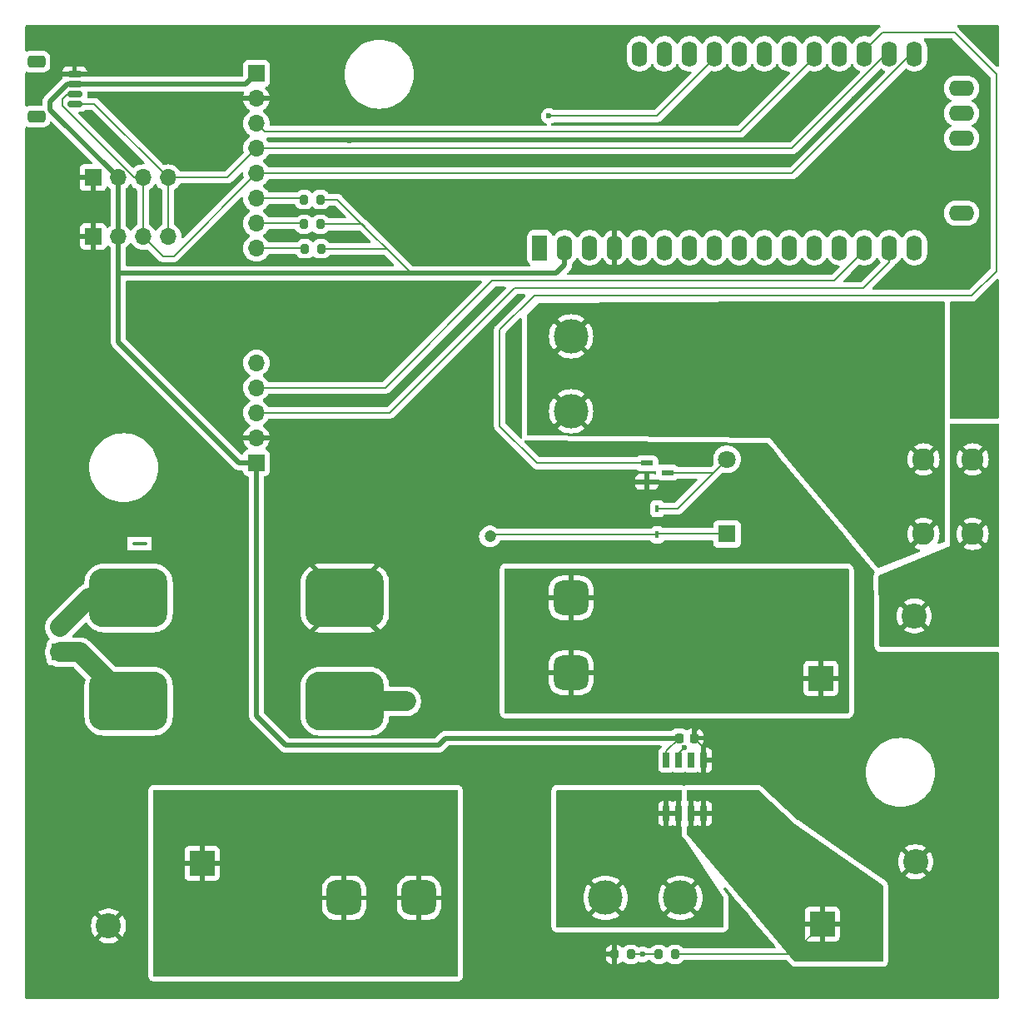
<source format=gtl>
%TF.GenerationSoftware,KiCad,Pcbnew,8.0.7*%
%TF.CreationDate,2025-01-14T10:08:52+01:00*%
%TF.ProjectId,pv_test_station,70765f74-6573-4745-9f73-746174696f6e,rev?*%
%TF.SameCoordinates,Original*%
%TF.FileFunction,Copper,L1,Top*%
%TF.FilePolarity,Positive*%
%FSLAX46Y46*%
G04 Gerber Fmt 4.6, Leading zero omitted, Abs format (unit mm)*
G04 Created by KiCad (PCBNEW 8.0.7) date 2025-01-14 10:08:52*
%MOMM*%
%LPD*%
G01*
G04 APERTURE LIST*
G04 Aperture macros list*
%AMRoundRect*
0 Rectangle with rounded corners*
0 $1 Rounding radius*
0 $2 $3 $4 $5 $6 $7 $8 $9 X,Y pos of 4 corners*
0 Add a 4 corners polygon primitive as box body*
4,1,4,$2,$3,$4,$5,$6,$7,$8,$9,$2,$3,0*
0 Add four circle primitives for the rounded corners*
1,1,$1+$1,$2,$3*
1,1,$1+$1,$4,$5*
1,1,$1+$1,$6,$7*
1,1,$1+$1,$8,$9*
0 Add four rect primitives between the rounded corners*
20,1,$1+$1,$2,$3,$4,$5,0*
20,1,$1+$1,$4,$5,$6,$7,0*
20,1,$1+$1,$6,$7,$8,$9,0*
20,1,$1+$1,$8,$9,$2,$3,0*%
G04 Aperture macros list end*
%ADD10C,0.300000*%
%TA.AperFunction,NonConductor*%
%ADD11C,0.300000*%
%TD*%
%TA.AperFunction,SMDPad,CuDef*%
%ADD12RoundRect,1.500000X-2.500000X-1.500000X2.500000X-1.500000X2.500000X1.500000X-2.500000X1.500000X0*%
%TD*%
%TA.AperFunction,SMDPad,CuDef*%
%ADD13RoundRect,0.200000X-0.200000X-0.275000X0.200000X-0.275000X0.200000X0.275000X-0.200000X0.275000X0*%
%TD*%
%TA.AperFunction,SMDPad,CuDef*%
%ADD14R,0.406400X0.753100*%
%TD*%
%TA.AperFunction,SMDPad,CuDef*%
%ADD15R,1.300000X0.600000*%
%TD*%
%TA.AperFunction,SMDPad,CuDef*%
%ADD16R,0.650000X1.525000*%
%TD*%
%TA.AperFunction,SMDPad,CuDef*%
%ADD17RoundRect,0.225000X0.225000X0.250000X-0.225000X0.250000X-0.225000X-0.250000X0.225000X-0.250000X0*%
%TD*%
%TA.AperFunction,ComponentPad*%
%ADD18RoundRect,0.875000X-0.875000X-0.875000X0.875000X-0.875000X0.875000X0.875000X-0.875000X0.875000X0*%
%TD*%
%TA.AperFunction,ComponentPad*%
%ADD19C,3.500000*%
%TD*%
%TA.AperFunction,SMDPad,CuDef*%
%ADD20RoundRect,0.150000X-0.625000X0.150000X-0.625000X-0.150000X0.625000X-0.150000X0.625000X0.150000X0*%
%TD*%
%TA.AperFunction,SMDPad,CuDef*%
%ADD21RoundRect,0.250000X-0.650000X0.350000X-0.650000X-0.350000X0.650000X-0.350000X0.650000X0.350000X0*%
%TD*%
%TA.AperFunction,ComponentPad*%
%ADD22R,1.700000X1.700000*%
%TD*%
%TA.AperFunction,ComponentPad*%
%ADD23O,1.700000X1.700000*%
%TD*%
%TA.AperFunction,ComponentPad*%
%ADD24R,2.550000X2.550000*%
%TD*%
%TA.AperFunction,ComponentPad*%
%ADD25C,2.550000*%
%TD*%
%TA.AperFunction,SMDPad,CuDef*%
%ADD26RoundRect,0.200000X0.200000X0.275000X-0.200000X0.275000X-0.200000X-0.275000X0.200000X-0.275000X0*%
%TD*%
%TA.AperFunction,ComponentPad*%
%ADD27RoundRect,0.875000X0.875000X-0.875000X0.875000X0.875000X-0.875000X0.875000X-0.875000X-0.875000X0*%
%TD*%
%TA.AperFunction,ComponentPad*%
%ADD28R,1.800000X1.800000*%
%TD*%
%TA.AperFunction,ComponentPad*%
%ADD29C,1.800000*%
%TD*%
%TA.AperFunction,ComponentPad*%
%ADD30C,2.250000*%
%TD*%
%TA.AperFunction,ComponentPad*%
%ADD31RoundRect,0.250000X0.550000X-1.050000X0.550000X1.050000X-0.550000X1.050000X-0.550000X-1.050000X0*%
%TD*%
%TA.AperFunction,ComponentPad*%
%ADD32O,1.600000X2.600000*%
%TD*%
%TA.AperFunction,ComponentPad*%
%ADD33O,2.600000X1.600000*%
%TD*%
%TA.AperFunction,ViaPad*%
%ADD34C,1.200000*%
%TD*%
%TA.AperFunction,ViaPad*%
%ADD35C,0.600000*%
%TD*%
%TA.AperFunction,Conductor*%
%ADD36C,0.200000*%
%TD*%
%TA.AperFunction,Conductor*%
%ADD37C,2.000000*%
%TD*%
%TA.AperFunction,Conductor*%
%ADD38C,0.500000*%
%TD*%
G04 APERTURE END LIST*
D10*
D11*
X82054510Y-105729400D02*
X83197368Y-105729400D01*
D12*
%TO.P,U1,1,Vi-*%
%TO.N,Net-(J10-Pin_2)*%
X81500000Y-111250000D03*
%TO.P,U1,2,Vi+*%
%TO.N,Net-(J10-Pin_1)*%
X81500000Y-121750000D03*
%TO.P,U1,3,Vo-*%
%TO.N,GND*%
X103500000Y-111250000D03*
%TO.P,U1,4,Vo+*%
%TO.N,+5V*%
X103500000Y-121750000D03*
%TD*%
D13*
%TO.P,R4,1*%
%TO.N,Net-(J4-Pin_7)*%
X99350000Y-73250000D03*
%TO.P,R4,2*%
%TO.N,+3.3V*%
X101000000Y-73250000D03*
%TD*%
D14*
%TO.P,D1,1,K*%
%TO.N,+5V*%
X135250000Y-104829050D03*
%TO.P,D1,2,A*%
%TO.N,Net-(D1-A)*%
X135250000Y-102170950D03*
%TD*%
D15*
%TO.P,Q1,1,G*%
%TO.N,/RelaisPin*%
X134200000Y-97550000D03*
%TO.P,Q1,2,S*%
%TO.N,GND*%
X134200000Y-99450000D03*
%TO.P,Q1,3,D*%
%TO.N,Net-(D1-A)*%
X136300000Y-98500000D03*
%TD*%
D16*
%TO.P,IC1,1,IP+_1*%
%TO.N,Net-(IC1-IP+_1)*%
X136190000Y-133174000D03*
%TO.P,IC1,2,IP+_2*%
X137460000Y-133174000D03*
%TO.P,IC1,3,IP-_1*%
%TO.N,/+ Out*%
X138730000Y-133174000D03*
%TO.P,IC1,4,IP-_2*%
X140000000Y-133174000D03*
%TO.P,IC1,5,GND*%
%TO.N,GND*%
X140000000Y-127750000D03*
%TO.P,IC1,6,FILTER*%
%TO.N,unconnected-(IC1-FILTER-Pad6)*%
X138730000Y-127750000D03*
%TO.P,IC1,7,OUT*%
%TO.N,/A_meter*%
X137460000Y-127750000D03*
%TO.P,IC1,8,VDD*%
%TO.N,+3.3V*%
X136190000Y-127750000D03*
%TD*%
D17*
%TO.P,C1,1*%
%TO.N,GND*%
X139025000Y-125500000D03*
%TO.P,C1,2*%
%TO.N,+3.3V*%
X137475000Y-125500000D03*
%TD*%
D18*
%TO.P,F1,1*%
%TO.N,/+ In*%
X103410000Y-141750000D03*
X111030000Y-141750000D03*
D19*
%TO.P,F1,2*%
%TO.N,Net-(IC1-IP+_1)*%
X130000000Y-141750000D03*
X137620000Y-141750000D03*
%TD*%
D20*
%TO.P,J5,1,Pin_1*%
%TO.N,GND*%
X76000000Y-58000000D03*
%TO.P,J5,2,Pin_2*%
%TO.N,+3.3V*%
X76000000Y-59000000D03*
%TO.P,J5,3,Pin_3*%
%TO.N,/SDA*%
X76000000Y-60000000D03*
%TO.P,J5,4,Pin_4*%
%TO.N,/SCL*%
X76000000Y-61000000D03*
D21*
%TO.P,J5,MP*%
%TO.N,N/C*%
X72125000Y-56700000D03*
X72125000Y-62300000D03*
%TD*%
D22*
%TO.P,J4,1,Pin_1*%
%TO.N,+3.3V*%
X94500000Y-57920000D03*
D23*
%TO.P,J4,2,Pin_2*%
%TO.N,GND*%
X94500000Y-60460000D03*
%TO.P,J4,3,Pin_3*%
%TO.N,/WP*%
X94500000Y-63000000D03*
%TO.P,J4,4,Pin_4*%
%TO.N,/SCL*%
X94500000Y-65540000D03*
%TO.P,J4,5,Pin_5*%
%TO.N,/SDA*%
X94500000Y-68080000D03*
%TO.P,J4,6,Pin_6*%
%TO.N,Net-(J4-Pin_6)*%
X94500000Y-70620000D03*
%TO.P,J4,7,Pin_7*%
%TO.N,Net-(J4-Pin_7)*%
X94500000Y-73160000D03*
%TO.P,J4,8,Pin_8*%
%TO.N,Net-(J4-Pin_8)*%
X94500000Y-75700000D03*
%TD*%
D24*
%TO.P,J2,1,Pin_1*%
%TO.N,/+ Out*%
X152037500Y-144425000D03*
D25*
%TO.P,J2,2,Pin_2*%
%TO.N,GND*%
X161537500Y-138075000D03*
%TD*%
D26*
%TO.P,R1,1*%
%TO.N,/+ Out*%
X137075000Y-147500000D03*
%TO.P,R1,2*%
%TO.N,/V_meter*%
X135425000Y-147500000D03*
%TD*%
D27*
%TO.P,F2,1*%
%TO.N,relais*%
X126500000Y-118855000D03*
X126500000Y-111235000D03*
D19*
%TO.P,F2,2*%
%TO.N,Net-(K1-COM_1)*%
X126500000Y-92265000D03*
X126500000Y-84645000D03*
%TD*%
D13*
%TO.P,R3,1*%
%TO.N,Net-(J4-Pin_6)*%
X99350000Y-70750000D03*
%TO.P,R3,2*%
%TO.N,+3.3V*%
X101000000Y-70750000D03*
%TD*%
D22*
%TO.P,J6,1,Pin_1*%
%TO.N,GND*%
X77880000Y-68500000D03*
D23*
%TO.P,J6,2,Pin_2*%
%TO.N,+3.3V*%
X80420000Y-68500000D03*
%TO.P,J6,3,Pin_3*%
%TO.N,/SDA*%
X82960000Y-68500000D03*
%TO.P,J6,4,Pin_4*%
%TO.N,/SCL*%
X85500000Y-68500000D03*
%TD*%
D28*
%TO.P,K1,1,COIL_1*%
%TO.N,+5V*%
X142347650Y-104750000D03*
D29*
%TO.P,K1,2,COIL_2*%
%TO.N,Net-(D1-A)*%
X142347650Y-97150000D03*
D30*
%TO.P,K1,4,COM_1*%
%TO.N,Net-(K1-COM_1)*%
X162347650Y-97150000D03*
%TO.P,K1,5,NO_1*%
%TO.N,Net-(J3-Pin_2)*%
X167347650Y-97150000D03*
%TO.P,K1,7,COM_2*%
%TO.N,Net-(K1-COM_1)*%
X162347650Y-104750000D03*
%TO.P,K1,8,NO_2*%
%TO.N,Net-(J3-Pin_2)*%
X167347650Y-104750000D03*
%TD*%
D22*
%TO.P,J10,1,Pin_1*%
%TO.N,Net-(J10-Pin_1)*%
X74500000Y-116775000D03*
D23*
%TO.P,J10,2,Pin_2*%
%TO.N,Net-(J10-Pin_2)*%
X74500000Y-114235000D03*
%TD*%
D26*
%TO.P,R2,1*%
%TO.N,/V_meter*%
X132575000Y-147500000D03*
%TO.P,R2,2*%
%TO.N,GND*%
X130925000Y-147500000D03*
%TD*%
D24*
%TO.P,J3,1,Pin_1*%
%TO.N,relais*%
X151900000Y-119425000D03*
D25*
%TO.P,J3,2,Pin_2*%
%TO.N,Net-(J3-Pin_2)*%
X161400000Y-113075000D03*
%TD*%
D22*
%TO.P,J7,1,Pin_1*%
%TO.N,GND*%
X77920000Y-74500000D03*
D23*
%TO.P,J7,2,Pin_2*%
%TO.N,+3.3V*%
X80460000Y-74500000D03*
%TO.P,J7,3,Pin_3*%
%TO.N,/SDA*%
X83000000Y-74500000D03*
%TO.P,J7,4,Pin_4*%
%TO.N,/SCL*%
X85540000Y-74500000D03*
%TD*%
D13*
%TO.P,R5,1*%
%TO.N,Net-(J4-Pin_8)*%
X99425000Y-75750000D03*
%TO.P,R5,2*%
%TO.N,+3.3V*%
X101075000Y-75750000D03*
%TD*%
D31*
%TO.P,A1,1,~{RESET}*%
%TO.N,unconnected-(A1-~{RESET}-Pad1)*%
X123320000Y-75630000D03*
D32*
%TO.P,A1,2,3V3*%
%TO.N,+3.3V*%
X125860000Y-75630000D03*
%TO.P,A1,3,AREF*%
%TO.N,unconnected-(A1-AREF-Pad3)*%
X128400000Y-75630000D03*
%TO.P,A1,4,GND*%
%TO.N,GND*%
X130940000Y-75630000D03*
%TO.P,A1,5,DAC0/A0*%
%TO.N,unconnected-(A1-DAC0{slash}A0-Pad5)*%
X133480000Y-75630000D03*
%TO.P,A1,6,A1*%
%TO.N,/V_meter*%
X136020000Y-75630000D03*
%TO.P,A1,7,A2*%
%TO.N,/A_meter*%
X138560000Y-75630000D03*
%TO.P,A1,8,A3*%
%TO.N,unconnected-(A1-A3-Pad8)*%
X141100000Y-75630000D03*
%TO.P,A1,9,A4*%
%TO.N,unconnected-(A1-A4-Pad9)*%
X143640000Y-75630000D03*
%TO.P,A1,10,A5*%
%TO.N,unconnected-(A1-A5-Pad10)*%
X146180000Y-75630000D03*
%TO.P,A1,11,SCK/D24*%
%TO.N,unconnected-(A1-SCK{slash}D24-Pad11)*%
X148720000Y-75630000D03*
%TO.P,A1,12,MOSI/D23*%
%TO.N,unconnected-(A1-MOSI{slash}D23-Pad12)*%
X151260000Y-75630000D03*
%TO.P,A1,13,MISO/D22*%
%TO.N,unconnected-(A1-MISO{slash}D22-Pad13)*%
X153800000Y-75630000D03*
%TO.P,A1,14,RX/D0*%
%TO.N,/TX*%
X156340000Y-75630000D03*
%TO.P,A1,15,TX/D1*%
%TO.N,/RX*%
X158880000Y-75630000D03*
%TO.P,A1,16,DIO1*%
%TO.N,unconnected-(A1-DIO1-Pad16)*%
X161420000Y-75630000D03*
%TO.P,A1,17,SDA/D20*%
%TO.N,/SDA*%
X161420000Y-55910000D03*
%TO.P,A1,18,SCL/D21*%
%TO.N,/SCL*%
X158880000Y-55910000D03*
%TO.P,A1,19,D5*%
%TO.N,/RelaisPin*%
X156340000Y-55910000D03*
%TO.P,A1,20,D6*%
%TO.N,unconnected-(A1-D6-Pad20)*%
X153800000Y-55910000D03*
%TO.P,A1,21,D9*%
%TO.N,/WP*%
X151260000Y-55910000D03*
%TO.P,A1,22,D10*%
%TO.N,unconnected-(A1-D10-Pad22)*%
X148720000Y-55910000D03*
%TO.P,A1,23,D11*%
%TO.N,unconnected-(A1-D11-Pad23)*%
X146180000Y-55910000D03*
%TO.P,A1,24,D12*%
%TO.N,unconnected-(A1-D12-Pad24)*%
X143640000Y-55910000D03*
%TO.P,A1,25,D13*%
%TO.N,/PPS*%
X141100000Y-55910000D03*
%TO.P,A1,26,USB*%
%TO.N,+5V*%
X138560000Y-55910000D03*
%TO.P,A1,27,EN*%
%TO.N,unconnected-(A1-EN-Pad27)*%
X136020000Y-55910000D03*
%TO.P,A1,28,VBAT*%
%TO.N,unconnected-(A1-VBAT-Pad28)*%
X133480000Y-55910000D03*
D33*
%TO.P,A1,29,ANT*%
%TO.N,unconnected-(A1-ANT-Pad29)*%
X166200000Y-72120000D03*
%TO.P,A1,30,DIO5*%
%TO.N,unconnected-(A1-DIO5-Pad30)*%
X166200000Y-64500000D03*
%TO.P,A1,31,DIO3*%
%TO.N,unconnected-(A1-DIO3-Pad31)*%
X166200000Y-61960000D03*
%TO.P,A1,32,DIO2*%
%TO.N,unconnected-(A1-DIO2-Pad32)*%
X166200000Y-59420000D03*
%TD*%
D24*
%TO.P,J1,1,Pin_1*%
%TO.N,/+ In*%
X88962500Y-138250000D03*
D25*
%TO.P,J1,2,Pin_2*%
%TO.N,GND*%
X79462500Y-144600000D03*
%TD*%
D22*
%TO.P,J9,1,Pin_1*%
%TO.N,+3.3V*%
X94500000Y-97500000D03*
D23*
%TO.P,J9,2,Pin_2*%
%TO.N,GND*%
X94500000Y-94960000D03*
%TO.P,J9,3,Pin_3*%
%TO.N,/RX*%
X94500000Y-92420000D03*
%TO.P,J9,4,Pin_4*%
%TO.N,/TX*%
X94500000Y-89880000D03*
%TO.P,J9,5,Pin_5*%
%TO.N,/PPS*%
X94500000Y-87340000D03*
%TD*%
D34*
%TO.N,+5V*%
X109750000Y-121750000D03*
X118250000Y-105000000D03*
D35*
%TO.N,/PPS*%
X124250000Y-62250000D03*
%TO.N,GND*%
X81750000Y-71500000D03*
X104000000Y-64750000D03*
X139500000Y-124250000D03*
X89250000Y-82500000D03*
X79000000Y-63750000D03*
X87500000Y-62500000D03*
D34*
X103500000Y-106000000D03*
D35*
X104000000Y-66750000D03*
X106000000Y-91250000D03*
X120000000Y-128250000D03*
X110000000Y-82500000D03*
X101000000Y-56000000D03*
X77750000Y-58000000D03*
X166750000Y-82250000D03*
X143000000Y-60500000D03*
X139750000Y-66750000D03*
X78750000Y-128250000D03*
X132750000Y-99750000D03*
X121000000Y-91250000D03*
X149000000Y-128250000D03*
D34*
X103500000Y-116500000D03*
D35*
X155250000Y-60500000D03*
D34*
X97000000Y-111250000D03*
D35*
X106000000Y-97750000D03*
X122750000Y-66750000D03*
X84250000Y-71500000D03*
X88250000Y-71500000D03*
X97500000Y-71750000D03*
X155500000Y-78500000D03*
X91250000Y-75000000D03*
X168750000Y-54250000D03*
X105000000Y-74500000D03*
X76000000Y-92000000D03*
X120000000Y-149250000D03*
X105000000Y-77000000D03*
X150500000Y-60500000D03*
D34*
X110000000Y-111250000D03*
D35*
X82500000Y-76750000D03*
X129750000Y-147500000D03*
%TO.N,/V_meter*%
X133750000Y-147500000D03*
%TO.N,/A_meter*%
X138000000Y-126500000D03*
%TD*%
D36*
%TO.N,/SDA*%
X82960000Y-68500000D02*
X82960000Y-74460000D01*
X75250000Y-60000000D02*
X76000000Y-60000000D01*
X82960000Y-74460000D02*
X83000000Y-74500000D01*
X82084448Y-68500000D02*
X74750000Y-61165552D01*
X74750000Y-60500000D02*
X75250000Y-60000000D01*
X94500000Y-68080000D02*
X148950000Y-68080000D01*
X148950000Y-68080000D02*
X161420000Y-55610000D01*
X83000000Y-74500000D02*
X85000000Y-76500000D01*
X82960000Y-68500000D02*
X82084448Y-68500000D01*
X74750000Y-61165552D02*
X74750000Y-60500000D01*
X85000000Y-76500000D02*
X86080000Y-76500000D01*
X94500000Y-68080000D02*
X86080000Y-76500000D01*
%TO.N,+5V*%
X118420950Y-104829050D02*
X118250000Y-105000000D01*
D37*
X103500000Y-121750000D02*
X109750000Y-121750000D01*
D36*
X135250000Y-104829050D02*
X118420950Y-104829050D01*
X135329050Y-104750000D02*
X142347650Y-104750000D01*
X135329050Y-104750000D02*
X135250000Y-104829050D01*
%TO.N,/PPS*%
X141100000Y-56400000D02*
X141100000Y-55610000D01*
X124250000Y-62250000D02*
X135250000Y-62250000D01*
X135250000Y-62250000D02*
X141100000Y-56400000D01*
%TO.N,GND*%
X134200000Y-99450000D02*
X133050000Y-99450000D01*
D38*
X139025000Y-125500000D02*
X139025000Y-124725000D01*
X139025000Y-124725000D02*
X139500000Y-124250000D01*
D36*
X76000000Y-58000000D02*
X77750000Y-58000000D01*
X140000000Y-127750000D02*
X140000000Y-126475000D01*
X130925000Y-147500000D02*
X129750000Y-147500000D01*
X140000000Y-126475000D02*
X139025000Y-125500000D01*
X133050000Y-99450000D02*
X132750000Y-99750000D01*
%TO.N,/TX*%
X118500000Y-79000000D02*
X153270000Y-79000000D01*
X94500000Y-89880000D02*
X107620000Y-89880000D01*
X153270000Y-79000000D02*
X156340000Y-75930000D01*
X107620000Y-89880000D02*
X118500000Y-79000000D01*
%TO.N,/RelaisPin*%
X167250000Y-80500000D02*
X169750000Y-78000000D01*
X169750000Y-78000000D02*
X169750000Y-58000000D01*
X158200000Y-53750000D02*
X156340000Y-55610000D01*
X123050000Y-97550000D02*
X119250000Y-93750000D01*
X119250000Y-84000000D02*
X122750000Y-80500000D01*
X122750000Y-80500000D02*
X167250000Y-80500000D01*
X119250000Y-93750000D02*
X119250000Y-84000000D01*
X134200000Y-97550000D02*
X123050000Y-97550000D01*
X165500000Y-53750000D02*
X158200000Y-53750000D01*
X169750000Y-58000000D02*
X165500000Y-53750000D01*
%TO.N,/SCL*%
X85500000Y-68500000D02*
X78000000Y-61000000D01*
X85540000Y-74500000D02*
X85540000Y-68540000D01*
X94500000Y-65540000D02*
X148950000Y-65540000D01*
X85540000Y-68540000D02*
X85500000Y-68500000D01*
X148950000Y-65540000D02*
X158880000Y-55610000D01*
X85500000Y-68500000D02*
X91540000Y-68500000D01*
X91540000Y-68500000D02*
X94500000Y-65540000D01*
X78000000Y-61000000D02*
X76000000Y-61000000D01*
%TO.N,/RX*%
X120750000Y-79750000D02*
X156250000Y-79750000D01*
X156250000Y-79750000D02*
X158880000Y-77120000D01*
X108080000Y-92420000D02*
X120750000Y-79750000D01*
X158880000Y-77120000D02*
X158880000Y-75930000D01*
X94500000Y-92420000D02*
X108080000Y-92420000D01*
%TO.N,/WP*%
X143650000Y-63850000D02*
X151260000Y-56240000D01*
X95350000Y-63850000D02*
X143650000Y-63850000D01*
X94500000Y-63000000D02*
X95350000Y-63850000D01*
X151260000Y-56240000D02*
X151260000Y-55610000D01*
%TO.N,/V_meter*%
X135425000Y-147500000D02*
X133750000Y-147500000D01*
X133750000Y-147500000D02*
X132820000Y-147500000D01*
%TO.N,/A_meter*%
X137460000Y-127750000D02*
X137460000Y-127040000D01*
X137460000Y-127040000D02*
X138000000Y-126500000D01*
%TO.N,Net-(D1-A)*%
X136300000Y-98500000D02*
X140997650Y-98500000D01*
X137326700Y-102170950D02*
X142347650Y-97150000D01*
X140997650Y-98500000D02*
X142347650Y-97150000D01*
X135250000Y-102170950D02*
X137326700Y-102170950D01*
D38*
%TO.N,+3.3V*%
X73500000Y-60750000D02*
X75250000Y-59000000D01*
D36*
X102750000Y-70750000D02*
X105875000Y-73875000D01*
D38*
X125000000Y-78250000D02*
X110250000Y-78250000D01*
X94500000Y-97500000D02*
X94500000Y-123250000D01*
X94500000Y-123250000D02*
X97500000Y-126250000D01*
D36*
X105250000Y-73250000D02*
X105875000Y-73875000D01*
X136190000Y-127750000D02*
X136190000Y-126785000D01*
D38*
X80460000Y-78250000D02*
X80460000Y-75500000D01*
X75250000Y-59000000D02*
X76000000Y-59000000D01*
D36*
X108125000Y-76125000D02*
X110250000Y-78250000D01*
D38*
X125860000Y-77390000D02*
X125000000Y-78250000D01*
D36*
X93420000Y-59000000D02*
X76000000Y-59000000D01*
D38*
X125860000Y-75930000D02*
X125860000Y-77390000D01*
X92750000Y-97500000D02*
X80460000Y-85210000D01*
D36*
X107750000Y-75750000D02*
X108125000Y-76125000D01*
D38*
X80420000Y-68500000D02*
X73500000Y-61580000D01*
D36*
X101000000Y-73250000D02*
X105250000Y-73250000D01*
X101000000Y-70750000D02*
X102750000Y-70750000D01*
X136190000Y-126785000D02*
X137475000Y-125500000D01*
D38*
X80460000Y-75500000D02*
X80420000Y-75460000D01*
D36*
X101075000Y-75750000D02*
X107750000Y-75750000D01*
D38*
X93420000Y-59000000D02*
X94500000Y-57920000D01*
X80420000Y-69500000D02*
X80420000Y-68500000D01*
X80460000Y-85210000D02*
X80460000Y-78250000D01*
X97500000Y-126250000D02*
X113000000Y-126250000D01*
D36*
X105875000Y-73875000D02*
X108125000Y-76125000D01*
D38*
X80420000Y-75460000D02*
X80420000Y-69500000D01*
X73500000Y-61580000D02*
X73500000Y-60750000D01*
X113750000Y-125500000D02*
X137475000Y-125500000D01*
X113000000Y-126250000D02*
X113750000Y-125500000D01*
X75250000Y-59000000D02*
X93420000Y-59000000D01*
X80460000Y-75500000D02*
X80460000Y-74500000D01*
X80460000Y-78250000D02*
X110250000Y-78250000D01*
X94500000Y-97500000D02*
X92750000Y-97500000D01*
D37*
%TO.N,Net-(J10-Pin_2)*%
X77485000Y-111250000D02*
X74500000Y-114235000D01*
D36*
X81500000Y-111250000D02*
X77485000Y-111250000D01*
D37*
%TO.N,Net-(J10-Pin_1)*%
X76525000Y-116775000D02*
X74500000Y-116775000D01*
X81500000Y-121750000D02*
X76525000Y-116775000D01*
D36*
%TO.N,Net-(J4-Pin_6)*%
X99220000Y-70620000D02*
X99350000Y-70750000D01*
X94500000Y-70620000D02*
X99220000Y-70620000D01*
%TO.N,Net-(J4-Pin_7)*%
X99260000Y-73160000D02*
X99350000Y-73250000D01*
X94500000Y-73160000D02*
X99260000Y-73160000D01*
%TO.N,Net-(J4-Pin_8)*%
X99375000Y-75700000D02*
X99425000Y-75750000D01*
X94500000Y-75700000D02*
X99375000Y-75700000D01*
%TO.N,/+ Out*%
X137075000Y-147500000D02*
X148962500Y-147500000D01*
X148962500Y-147500000D02*
X152037500Y-144425000D01*
%TD*%
%TA.AperFunction,Conductor*%
%TO.N,Net-(K1-COM_1)*%
G36*
X164443039Y-81120185D02*
G01*
X164488794Y-81172989D01*
X164500000Y-81224500D01*
X164500000Y-105416622D01*
X164480315Y-105483661D01*
X164427511Y-105529416D01*
X164422785Y-105531457D01*
X163908910Y-105740813D01*
X163839398Y-105747877D01*
X163777102Y-105716239D01*
X163741800Y-105655944D01*
X163744701Y-105586134D01*
X163756398Y-105561187D01*
X163800015Y-105490010D01*
X163897897Y-105253702D01*
X163957607Y-105004989D01*
X163977674Y-104750000D01*
X163957607Y-104495010D01*
X163897897Y-104246297D01*
X163800015Y-104009987D01*
X163800013Y-104009984D01*
X163666369Y-103791898D01*
X163666362Y-103791888D01*
X163663115Y-103788087D01*
X163663114Y-103788087D01*
X163025228Y-104425974D01*
X163012291Y-104394742D01*
X162930213Y-104271903D01*
X162825747Y-104167437D01*
X162702908Y-104085359D01*
X162671674Y-104072421D01*
X163309561Y-103434535D01*
X163309561Y-103434533D01*
X163305760Y-103431286D01*
X163305745Y-103431275D01*
X163087665Y-103297636D01*
X163087662Y-103297634D01*
X162851352Y-103199752D01*
X162602638Y-103140042D01*
X162602639Y-103140042D01*
X162347650Y-103119975D01*
X162092660Y-103140042D01*
X161843947Y-103199752D01*
X161607637Y-103297634D01*
X161607634Y-103297636D01*
X161389547Y-103431280D01*
X161385737Y-103434534D01*
X162023625Y-104072421D01*
X161992392Y-104085359D01*
X161869553Y-104167437D01*
X161765087Y-104271903D01*
X161683009Y-104394742D01*
X161670071Y-104425975D01*
X161032183Y-103788087D01*
X161028930Y-103791897D01*
X160895286Y-104009984D01*
X160895284Y-104009987D01*
X160797402Y-104246297D01*
X160737692Y-104495010D01*
X160717625Y-104750000D01*
X160737692Y-105004989D01*
X160797402Y-105253702D01*
X160895284Y-105490012D01*
X160895286Y-105490015D01*
X161028925Y-105708095D01*
X161028936Y-105708110D01*
X161032183Y-105711911D01*
X161032185Y-105711911D01*
X161670071Y-105074024D01*
X161683009Y-105105258D01*
X161765087Y-105228097D01*
X161869553Y-105332563D01*
X161992392Y-105414641D01*
X162023624Y-105427578D01*
X161385737Y-106065464D01*
X161385737Y-106065465D01*
X161389538Y-106068712D01*
X161389548Y-106068719D01*
X161607634Y-106202363D01*
X161607637Y-106202365D01*
X161843947Y-106300247D01*
X161904445Y-106314771D01*
X161965037Y-106349562D01*
X161997201Y-106411588D01*
X161990725Y-106481157D01*
X161947666Y-106536181D01*
X161922283Y-106550180D01*
X157834151Y-108215716D01*
X157764639Y-108222781D01*
X157702343Y-108191142D01*
X157691959Y-108180087D01*
X155458689Y-105490012D01*
X148534906Y-97150000D01*
X160717625Y-97150000D01*
X160737692Y-97404989D01*
X160797402Y-97653702D01*
X160895284Y-97890012D01*
X160895286Y-97890015D01*
X161028925Y-98108095D01*
X161028936Y-98108110D01*
X161032183Y-98111911D01*
X161032185Y-98111911D01*
X161670071Y-97474024D01*
X161683009Y-97505258D01*
X161765087Y-97628097D01*
X161869553Y-97732563D01*
X161992392Y-97814641D01*
X162023624Y-97827577D01*
X161385737Y-98465464D01*
X161385737Y-98465465D01*
X161389538Y-98468712D01*
X161389548Y-98468719D01*
X161607634Y-98602363D01*
X161607637Y-98602365D01*
X161843947Y-98700247D01*
X162092661Y-98759957D01*
X162092660Y-98759957D01*
X162347650Y-98780024D01*
X162602639Y-98759957D01*
X162851352Y-98700247D01*
X163087662Y-98602365D01*
X163087665Y-98602363D01*
X163305753Y-98468719D01*
X163309562Y-98465464D01*
X162671675Y-97827578D01*
X162702908Y-97814641D01*
X162825747Y-97732563D01*
X162930213Y-97628097D01*
X163012291Y-97505258D01*
X163025228Y-97474025D01*
X163663114Y-98111912D01*
X163666369Y-98108103D01*
X163800013Y-97890015D01*
X163800015Y-97890012D01*
X163897897Y-97653702D01*
X163957607Y-97404989D01*
X163977674Y-97150000D01*
X163957607Y-96895010D01*
X163897897Y-96646297D01*
X163800015Y-96409987D01*
X163800013Y-96409984D01*
X163666369Y-96191898D01*
X163666362Y-96191888D01*
X163663115Y-96188087D01*
X163663114Y-96188087D01*
X163025227Y-96825973D01*
X163012291Y-96794742D01*
X162930213Y-96671903D01*
X162825747Y-96567437D01*
X162702908Y-96485359D01*
X162671674Y-96472421D01*
X163309561Y-95834535D01*
X163309561Y-95834533D01*
X163305760Y-95831286D01*
X163305745Y-95831275D01*
X163087665Y-95697636D01*
X163087662Y-95697634D01*
X162851352Y-95599752D01*
X162602638Y-95540042D01*
X162602639Y-95540042D01*
X162347650Y-95519975D01*
X162092660Y-95540042D01*
X161843947Y-95599752D01*
X161607637Y-95697634D01*
X161607634Y-95697636D01*
X161389547Y-95831280D01*
X161385737Y-95834534D01*
X162023625Y-96472421D01*
X161992392Y-96485359D01*
X161869553Y-96567437D01*
X161765087Y-96671903D01*
X161683009Y-96794742D01*
X161670071Y-96825975D01*
X161032183Y-96188087D01*
X161028930Y-96191897D01*
X160895286Y-96409984D01*
X160895284Y-96409987D01*
X160797402Y-96646297D01*
X160737692Y-96895010D01*
X160717625Y-97150000D01*
X148534906Y-97150000D01*
X146750000Y-95000000D01*
X146749999Y-94999999D01*
X122122748Y-94751239D01*
X122055910Y-94730878D01*
X122010691Y-94677615D01*
X122000000Y-94627245D01*
X122000000Y-92265000D01*
X124245172Y-92265000D01*
X124264462Y-92559312D01*
X124264464Y-92559324D01*
X124322001Y-92848584D01*
X124322005Y-92848599D01*
X124416812Y-93127888D01*
X124547258Y-93392406D01*
X124547265Y-93392419D01*
X124711123Y-93637649D01*
X124740405Y-93671040D01*
X125442002Y-92969443D01*
X125531298Y-93092349D01*
X125672651Y-93233702D01*
X125795555Y-93322997D01*
X125093958Y-94024593D01*
X125127350Y-94053876D01*
X125372580Y-94217734D01*
X125372593Y-94217741D01*
X125637111Y-94348187D01*
X125916400Y-94442994D01*
X125916415Y-94442998D01*
X126205675Y-94500535D01*
X126205687Y-94500537D01*
X126500000Y-94519827D01*
X126794312Y-94500537D01*
X126794324Y-94500535D01*
X127083584Y-94442998D01*
X127083599Y-94442994D01*
X127362888Y-94348187D01*
X127627406Y-94217741D01*
X127627419Y-94217734D01*
X127872648Y-94053877D01*
X127906039Y-94024593D01*
X127204443Y-93322997D01*
X127327349Y-93233702D01*
X127468702Y-93092349D01*
X127557997Y-92969443D01*
X128259593Y-93671039D01*
X128288877Y-93637648D01*
X128452734Y-93392419D01*
X128452741Y-93392406D01*
X128583187Y-93127888D01*
X128677994Y-92848599D01*
X128677998Y-92848584D01*
X128735535Y-92559324D01*
X128735537Y-92559312D01*
X128754827Y-92265000D01*
X128735537Y-91970687D01*
X128735535Y-91970675D01*
X128677998Y-91681415D01*
X128677994Y-91681400D01*
X128583187Y-91402111D01*
X128452741Y-91137593D01*
X128452734Y-91137580D01*
X128288876Y-90892350D01*
X128259593Y-90858958D01*
X127557996Y-91560554D01*
X127468702Y-91437651D01*
X127327349Y-91296298D01*
X127204443Y-91207002D01*
X127906040Y-90505405D01*
X127872649Y-90476123D01*
X127627419Y-90312265D01*
X127627406Y-90312258D01*
X127362888Y-90181812D01*
X127083599Y-90087005D01*
X127083584Y-90087001D01*
X126794324Y-90029464D01*
X126794312Y-90029462D01*
X126500000Y-90010172D01*
X126205687Y-90029462D01*
X126205675Y-90029464D01*
X125916415Y-90087001D01*
X125916400Y-90087005D01*
X125637111Y-90181812D01*
X125372593Y-90312258D01*
X125372580Y-90312265D01*
X125127346Y-90476126D01*
X125127339Y-90476131D01*
X125093959Y-90505403D01*
X125093959Y-90505405D01*
X125795556Y-91207002D01*
X125672651Y-91296298D01*
X125531298Y-91437651D01*
X125442002Y-91560556D01*
X124740405Y-90858959D01*
X124740403Y-90858959D01*
X124711131Y-90892339D01*
X124711126Y-90892346D01*
X124547265Y-91137580D01*
X124547258Y-91137593D01*
X124416812Y-91402111D01*
X124322005Y-91681400D01*
X124322001Y-91681415D01*
X124264464Y-91970675D01*
X124264462Y-91970687D01*
X124245172Y-92265000D01*
X122000000Y-92265000D01*
X122000000Y-84645000D01*
X124245172Y-84645000D01*
X124264462Y-84939312D01*
X124264464Y-84939324D01*
X124322001Y-85228584D01*
X124322005Y-85228599D01*
X124416812Y-85507888D01*
X124547258Y-85772406D01*
X124547265Y-85772419D01*
X124711123Y-86017649D01*
X124740405Y-86051040D01*
X125442002Y-85349443D01*
X125531298Y-85472349D01*
X125672651Y-85613702D01*
X125795555Y-85702997D01*
X125093958Y-86404593D01*
X125127350Y-86433876D01*
X125372580Y-86597734D01*
X125372593Y-86597741D01*
X125637111Y-86728187D01*
X125916400Y-86822994D01*
X125916415Y-86822998D01*
X126205675Y-86880535D01*
X126205687Y-86880537D01*
X126500000Y-86899827D01*
X126794312Y-86880537D01*
X126794324Y-86880535D01*
X127083584Y-86822998D01*
X127083599Y-86822994D01*
X127362888Y-86728187D01*
X127627406Y-86597741D01*
X127627419Y-86597734D01*
X127872648Y-86433877D01*
X127906039Y-86404593D01*
X127204443Y-85702997D01*
X127327349Y-85613702D01*
X127468702Y-85472349D01*
X127557997Y-85349443D01*
X128259593Y-86051039D01*
X128288877Y-86017648D01*
X128452734Y-85772419D01*
X128452741Y-85772406D01*
X128583187Y-85507888D01*
X128677994Y-85228599D01*
X128677998Y-85228584D01*
X128735535Y-84939324D01*
X128735537Y-84939312D01*
X128754827Y-84645000D01*
X128735537Y-84350687D01*
X128735535Y-84350675D01*
X128677998Y-84061415D01*
X128677994Y-84061400D01*
X128583187Y-83782111D01*
X128452741Y-83517593D01*
X128452734Y-83517580D01*
X128288876Y-83272350D01*
X128259593Y-83238958D01*
X127557996Y-83940554D01*
X127468702Y-83817651D01*
X127327349Y-83676298D01*
X127204443Y-83587002D01*
X127906040Y-82885405D01*
X127872649Y-82856123D01*
X127627419Y-82692265D01*
X127627406Y-82692258D01*
X127362888Y-82561812D01*
X127083599Y-82467005D01*
X127083584Y-82467001D01*
X126794324Y-82409464D01*
X126794312Y-82409462D01*
X126500000Y-82390172D01*
X126205687Y-82409462D01*
X126205675Y-82409464D01*
X125916415Y-82467001D01*
X125916400Y-82467005D01*
X125637111Y-82561812D01*
X125372593Y-82692258D01*
X125372580Y-82692265D01*
X125127346Y-82856126D01*
X125127339Y-82856131D01*
X125093959Y-82885403D01*
X125093959Y-82885405D01*
X125795556Y-83587002D01*
X125672651Y-83676298D01*
X125531298Y-83817651D01*
X125442002Y-83940556D01*
X124740405Y-83238959D01*
X124740403Y-83238959D01*
X124711131Y-83272339D01*
X124711126Y-83272346D01*
X124547265Y-83517580D01*
X124547258Y-83517593D01*
X124416812Y-83782111D01*
X124322005Y-84061400D01*
X124322001Y-84061415D01*
X124264464Y-84350675D01*
X124264462Y-84350687D01*
X124245172Y-84645000D01*
X122000000Y-84645000D01*
X122000000Y-82551362D01*
X122019685Y-82484323D01*
X122036319Y-82463681D01*
X122109828Y-82390172D01*
X123213993Y-81286006D01*
X123275314Y-81252523D01*
X123300917Y-81249691D01*
X147538459Y-81102797D01*
X147917171Y-81100502D01*
X147917922Y-81100500D01*
X164376000Y-81100500D01*
X164443039Y-81120185D01*
G37*
%TD.AperFunction*%
%TD*%
%TA.AperFunction,Conductor*%
%TO.N,Net-(J3-Pin_2)*%
G36*
X169942539Y-93519685D02*
G01*
X169988294Y-93572489D01*
X169999500Y-93624000D01*
X169999500Y-116126000D01*
X169979815Y-116193039D01*
X169927011Y-116238794D01*
X169875500Y-116250000D01*
X157984591Y-116250000D01*
X157917552Y-116230315D01*
X157871797Y-116177511D01*
X157860606Y-116127924D01*
X157813233Y-113074995D01*
X159620023Y-113074995D01*
X159620023Y-113075004D01*
X159639903Y-113340290D01*
X159639903Y-113340292D01*
X159699098Y-113599643D01*
X159699104Y-113599662D01*
X159796296Y-113847303D01*
X159929313Y-114077695D01*
X159929320Y-114077706D01*
X159980084Y-114141360D01*
X159980085Y-114141361D01*
X160645884Y-113475561D01*
X160646740Y-113477626D01*
X160739762Y-113616844D01*
X160858156Y-113735238D01*
X160997374Y-113828260D01*
X160999437Y-113829114D01*
X160332839Y-114495711D01*
X160510011Y-114616504D01*
X160510015Y-114616506D01*
X160749695Y-114731931D01*
X160749699Y-114731932D01*
X161003909Y-114810346D01*
X161003915Y-114810347D01*
X161266976Y-114849999D01*
X161266983Y-114850000D01*
X161533017Y-114850000D01*
X161533023Y-114849999D01*
X161796084Y-114810347D01*
X161796090Y-114810346D01*
X162050299Y-114731933D01*
X162289984Y-114616507D01*
X162467159Y-114495711D01*
X161800562Y-113829114D01*
X161802626Y-113828260D01*
X161941844Y-113735238D01*
X162060238Y-113616844D01*
X162153260Y-113477626D01*
X162154114Y-113475562D01*
X162819913Y-114141361D01*
X162819913Y-114141360D01*
X162870688Y-114077693D01*
X163003703Y-113847303D01*
X163100895Y-113599662D01*
X163100901Y-113599643D01*
X163160096Y-113340292D01*
X163160096Y-113340290D01*
X163179977Y-113075004D01*
X163179977Y-113074995D01*
X163160096Y-112809709D01*
X163160096Y-112809707D01*
X163100901Y-112550356D01*
X163100895Y-112550337D01*
X163003703Y-112302696D01*
X162870686Y-112072304D01*
X162819913Y-112008637D01*
X162154114Y-112674436D01*
X162153260Y-112672374D01*
X162060238Y-112533156D01*
X161941844Y-112414762D01*
X161802626Y-112321740D01*
X161800561Y-112320884D01*
X162467159Y-111654287D01*
X162289989Y-111533495D01*
X162289985Y-111533493D01*
X162050299Y-111418066D01*
X161796090Y-111339653D01*
X161796084Y-111339652D01*
X161533023Y-111300000D01*
X161266976Y-111300000D01*
X161003915Y-111339652D01*
X161003909Y-111339653D01*
X160749699Y-111418067D01*
X160749695Y-111418068D01*
X160510012Y-111533494D01*
X160510004Y-111533499D01*
X160332840Y-111654286D01*
X160999438Y-112320884D01*
X160997374Y-112321740D01*
X160858156Y-112414762D01*
X160739762Y-112533156D01*
X160646740Y-112672374D01*
X160645885Y-112674438D01*
X159980084Y-112008637D01*
X159929316Y-112072299D01*
X159796296Y-112302696D01*
X159699104Y-112550337D01*
X159699098Y-112550356D01*
X159639903Y-112809707D01*
X159639903Y-112809709D01*
X159620023Y-113074995D01*
X157813233Y-113074995D01*
X157809116Y-112809707D01*
X157751307Y-109084272D01*
X157769949Y-109016938D01*
X157822037Y-108970369D01*
X157827853Y-108967784D01*
X165000000Y-106000000D01*
X165000000Y-104750000D01*
X165717625Y-104750000D01*
X165737692Y-105004989D01*
X165797402Y-105253702D01*
X165895284Y-105490012D01*
X165895286Y-105490015D01*
X166028925Y-105708095D01*
X166028936Y-105708110D01*
X166032183Y-105711911D01*
X166032185Y-105711911D01*
X166670071Y-105074024D01*
X166683009Y-105105258D01*
X166765087Y-105228097D01*
X166869553Y-105332563D01*
X166992392Y-105414641D01*
X167023624Y-105427577D01*
X166385737Y-106065464D01*
X166385737Y-106065465D01*
X166389538Y-106068712D01*
X166389548Y-106068719D01*
X166607634Y-106202363D01*
X166607637Y-106202365D01*
X166843947Y-106300247D01*
X167092661Y-106359957D01*
X167092660Y-106359957D01*
X167347650Y-106380024D01*
X167602639Y-106359957D01*
X167851352Y-106300247D01*
X168087662Y-106202365D01*
X168087665Y-106202363D01*
X168305753Y-106068719D01*
X168309562Y-106065464D01*
X167671675Y-105427578D01*
X167702908Y-105414641D01*
X167825747Y-105332563D01*
X167930213Y-105228097D01*
X168012291Y-105105258D01*
X168025228Y-105074025D01*
X168663114Y-105711912D01*
X168666369Y-105708103D01*
X168800013Y-105490015D01*
X168800015Y-105490012D01*
X168897897Y-105253702D01*
X168957607Y-105004989D01*
X168977674Y-104750000D01*
X168957607Y-104495010D01*
X168897897Y-104246297D01*
X168800015Y-104009987D01*
X168800013Y-104009984D01*
X168666369Y-103791898D01*
X168666362Y-103791888D01*
X168663115Y-103788087D01*
X168663114Y-103788087D01*
X168025227Y-104425973D01*
X168012291Y-104394742D01*
X167930213Y-104271903D01*
X167825747Y-104167437D01*
X167702908Y-104085359D01*
X167671674Y-104072421D01*
X168309561Y-103434535D01*
X168309561Y-103434533D01*
X168305760Y-103431286D01*
X168305745Y-103431275D01*
X168087665Y-103297636D01*
X168087662Y-103297634D01*
X167851352Y-103199752D01*
X167602638Y-103140042D01*
X167602639Y-103140042D01*
X167347650Y-103119975D01*
X167092660Y-103140042D01*
X166843947Y-103199752D01*
X166607637Y-103297634D01*
X166607634Y-103297636D01*
X166389547Y-103431280D01*
X166385737Y-103434534D01*
X167023625Y-104072421D01*
X166992392Y-104085359D01*
X166869553Y-104167437D01*
X166765087Y-104271903D01*
X166683009Y-104394742D01*
X166670071Y-104425975D01*
X166032183Y-103788087D01*
X166028930Y-103791897D01*
X165895286Y-104009984D01*
X165895284Y-104009987D01*
X165797402Y-104246297D01*
X165737692Y-104495010D01*
X165717625Y-104750000D01*
X165000000Y-104750000D01*
X165000000Y-97150000D01*
X165717625Y-97150000D01*
X165737692Y-97404989D01*
X165797402Y-97653702D01*
X165895284Y-97890012D01*
X165895286Y-97890015D01*
X166028925Y-98108095D01*
X166028936Y-98108110D01*
X166032183Y-98111911D01*
X166032185Y-98111911D01*
X166670071Y-97474024D01*
X166683009Y-97505258D01*
X166765087Y-97628097D01*
X166869553Y-97732563D01*
X166992392Y-97814641D01*
X167023624Y-97827577D01*
X166385737Y-98465464D01*
X166385737Y-98465465D01*
X166389538Y-98468712D01*
X166389548Y-98468719D01*
X166607634Y-98602363D01*
X166607637Y-98602365D01*
X166843947Y-98700247D01*
X167092661Y-98759957D01*
X167092660Y-98759957D01*
X167347650Y-98780024D01*
X167602639Y-98759957D01*
X167851352Y-98700247D01*
X168087662Y-98602365D01*
X168087665Y-98602363D01*
X168305753Y-98468719D01*
X168309562Y-98465464D01*
X167671675Y-97827578D01*
X167702908Y-97814641D01*
X167825747Y-97732563D01*
X167930213Y-97628097D01*
X168012291Y-97505258D01*
X168025228Y-97474025D01*
X168663114Y-98111912D01*
X168666369Y-98108103D01*
X168800013Y-97890015D01*
X168800015Y-97890012D01*
X168897897Y-97653702D01*
X168957607Y-97404989D01*
X168977674Y-97150000D01*
X168957607Y-96895010D01*
X168897897Y-96646297D01*
X168800015Y-96409987D01*
X168800013Y-96409984D01*
X168666369Y-96191898D01*
X168666362Y-96191888D01*
X168663115Y-96188087D01*
X168663114Y-96188087D01*
X168025227Y-96825973D01*
X168012291Y-96794742D01*
X167930213Y-96671903D01*
X167825747Y-96567437D01*
X167702908Y-96485359D01*
X167671674Y-96472421D01*
X168309561Y-95834535D01*
X168309561Y-95834533D01*
X168305760Y-95831286D01*
X168305745Y-95831275D01*
X168087665Y-95697636D01*
X168087662Y-95697634D01*
X167851352Y-95599752D01*
X167602638Y-95540042D01*
X167602639Y-95540042D01*
X167347650Y-95519975D01*
X167092660Y-95540042D01*
X166843947Y-95599752D01*
X166607637Y-95697634D01*
X166607634Y-95697636D01*
X166389547Y-95831280D01*
X166385737Y-95834534D01*
X167023625Y-96472421D01*
X166992392Y-96485359D01*
X166869553Y-96567437D01*
X166765087Y-96671903D01*
X166683009Y-96794742D01*
X166670071Y-96825975D01*
X166032183Y-96188087D01*
X166028930Y-96191897D01*
X165895286Y-96409984D01*
X165895284Y-96409987D01*
X165797402Y-96646297D01*
X165737692Y-96895010D01*
X165717625Y-97150000D01*
X165000000Y-97150000D01*
X165000000Y-93624000D01*
X165019685Y-93556961D01*
X165072489Y-93511206D01*
X165124000Y-93500000D01*
X169875500Y-93500000D01*
X169942539Y-93519685D01*
G37*
%TD.AperFunction*%
%TD*%
%TA.AperFunction,Conductor*%
%TO.N,relais*%
G36*
X154693039Y-108269685D02*
G01*
X154738794Y-108322489D01*
X154750000Y-108374000D01*
X154750000Y-122876000D01*
X154730315Y-122943039D01*
X154677511Y-122988794D01*
X154626000Y-123000000D01*
X119874000Y-123000000D01*
X119806961Y-122980315D01*
X119761206Y-122927511D01*
X119750000Y-122876000D01*
X119750000Y-117886421D01*
X124250000Y-117886421D01*
X124250000Y-118605000D01*
X125253766Y-118605000D01*
X125230000Y-118755049D01*
X125230000Y-118954951D01*
X125253766Y-119105000D01*
X124250001Y-119105000D01*
X124250001Y-119823588D01*
X124252794Y-119876191D01*
X124297237Y-120105987D01*
X124379879Y-120324975D01*
X124498339Y-120526841D01*
X124498344Y-120526848D01*
X124649211Y-120705786D01*
X124649213Y-120705788D01*
X124828151Y-120856655D01*
X124828158Y-120856660D01*
X125030024Y-120975120D01*
X125249012Y-121057762D01*
X125478809Y-121102205D01*
X125531382Y-121104998D01*
X125531421Y-121104999D01*
X126249999Y-121104999D01*
X126250000Y-121104998D01*
X126250000Y-120101234D01*
X126400049Y-120125000D01*
X126599951Y-120125000D01*
X126750000Y-120101234D01*
X126750000Y-121104999D01*
X127468576Y-121104999D01*
X127468588Y-121104998D01*
X127521191Y-121102205D01*
X127750987Y-121057762D01*
X127969975Y-120975120D01*
X128171841Y-120856660D01*
X128171848Y-120856655D01*
X128350786Y-120705788D01*
X128350788Y-120705786D01*
X128501655Y-120526848D01*
X128501660Y-120526841D01*
X128620120Y-120324975D01*
X128702762Y-120105987D01*
X128747205Y-119876191D01*
X128747205Y-119876190D01*
X128749998Y-119823617D01*
X128750000Y-119823578D01*
X128750000Y-119105000D01*
X127746234Y-119105000D01*
X127770000Y-118954951D01*
X127770000Y-118755049D01*
X127746234Y-118605000D01*
X128749999Y-118605000D01*
X128749999Y-118102155D01*
X150125000Y-118102155D01*
X150125000Y-119175000D01*
X151083520Y-119175000D01*
X151082665Y-119177064D01*
X151050000Y-119341282D01*
X151050000Y-119508718D01*
X151082665Y-119672936D01*
X151083520Y-119675000D01*
X150125000Y-119675000D01*
X150125000Y-120747844D01*
X150131401Y-120807372D01*
X150131403Y-120807379D01*
X150181645Y-120942086D01*
X150181649Y-120942093D01*
X150267809Y-121057187D01*
X150267812Y-121057190D01*
X150382906Y-121143350D01*
X150382913Y-121143354D01*
X150517620Y-121193596D01*
X150517627Y-121193598D01*
X150577155Y-121199999D01*
X150577172Y-121200000D01*
X151650000Y-121200000D01*
X151650000Y-120241480D01*
X151652064Y-120242335D01*
X151816282Y-120275000D01*
X151983718Y-120275000D01*
X152147936Y-120242335D01*
X152150000Y-120241480D01*
X152150000Y-121200000D01*
X153222828Y-121200000D01*
X153222844Y-121199999D01*
X153282372Y-121193598D01*
X153282379Y-121193596D01*
X153417086Y-121143354D01*
X153417093Y-121143350D01*
X153532187Y-121057190D01*
X153532190Y-121057187D01*
X153618350Y-120942093D01*
X153618354Y-120942086D01*
X153668596Y-120807379D01*
X153668598Y-120807372D01*
X153674999Y-120747844D01*
X153675000Y-120747827D01*
X153675000Y-119675000D01*
X152716480Y-119675000D01*
X152717335Y-119672936D01*
X152750000Y-119508718D01*
X152750000Y-119341282D01*
X152717335Y-119177064D01*
X152716480Y-119175000D01*
X153675000Y-119175000D01*
X153675000Y-118102172D01*
X153674999Y-118102155D01*
X153668598Y-118042627D01*
X153668596Y-118042620D01*
X153618354Y-117907913D01*
X153618350Y-117907906D01*
X153532190Y-117792812D01*
X153532187Y-117792809D01*
X153417093Y-117706649D01*
X153417086Y-117706645D01*
X153282379Y-117656403D01*
X153282372Y-117656401D01*
X153222844Y-117650000D01*
X152150000Y-117650000D01*
X152150000Y-118608519D01*
X152147936Y-118607665D01*
X151983718Y-118575000D01*
X151816282Y-118575000D01*
X151652064Y-118607665D01*
X151650000Y-118608519D01*
X151650000Y-117650000D01*
X150577155Y-117650000D01*
X150517627Y-117656401D01*
X150517620Y-117656403D01*
X150382913Y-117706645D01*
X150382906Y-117706649D01*
X150267812Y-117792809D01*
X150267809Y-117792812D01*
X150181649Y-117907906D01*
X150181645Y-117907913D01*
X150131403Y-118042620D01*
X150131401Y-118042627D01*
X150125000Y-118102155D01*
X128749999Y-118102155D01*
X128749999Y-117886423D01*
X128749998Y-117886411D01*
X128747205Y-117833808D01*
X128702762Y-117604012D01*
X128620120Y-117385024D01*
X128501660Y-117183158D01*
X128501655Y-117183151D01*
X128350788Y-117004213D01*
X128350786Y-117004211D01*
X128171848Y-116853344D01*
X128171841Y-116853339D01*
X127969975Y-116734879D01*
X127750987Y-116652237D01*
X127521190Y-116607794D01*
X127468617Y-116605001D01*
X127468579Y-116605000D01*
X126750000Y-116605000D01*
X126750000Y-117608765D01*
X126599951Y-117585000D01*
X126400049Y-117585000D01*
X126250000Y-117608765D01*
X126250000Y-116605000D01*
X125531423Y-116605000D01*
X125531411Y-116605001D01*
X125478808Y-116607794D01*
X125249012Y-116652237D01*
X125030024Y-116734879D01*
X124828158Y-116853339D01*
X124828151Y-116853344D01*
X124649213Y-117004211D01*
X124649211Y-117004213D01*
X124498344Y-117183151D01*
X124498339Y-117183158D01*
X124379879Y-117385024D01*
X124297237Y-117604012D01*
X124252794Y-117833808D01*
X124252794Y-117833809D01*
X124250001Y-117886382D01*
X124250000Y-117886421D01*
X119750000Y-117886421D01*
X119750000Y-110266421D01*
X124250000Y-110266421D01*
X124250000Y-110985000D01*
X125253766Y-110985000D01*
X125230000Y-111135049D01*
X125230000Y-111334951D01*
X125253766Y-111485000D01*
X124250001Y-111485000D01*
X124250001Y-112203588D01*
X124252794Y-112256191D01*
X124297237Y-112485987D01*
X124379879Y-112704975D01*
X124498339Y-112906841D01*
X124498344Y-112906848D01*
X124649211Y-113085786D01*
X124649213Y-113085788D01*
X124828151Y-113236655D01*
X124828158Y-113236660D01*
X125030024Y-113355120D01*
X125249012Y-113437762D01*
X125478809Y-113482205D01*
X125531382Y-113484998D01*
X125531421Y-113484999D01*
X126249999Y-113484999D01*
X126250000Y-113484998D01*
X126250000Y-112481234D01*
X126400049Y-112505000D01*
X126599951Y-112505000D01*
X126750000Y-112481234D01*
X126750000Y-113484999D01*
X127468576Y-113484999D01*
X127468588Y-113484998D01*
X127521191Y-113482205D01*
X127750987Y-113437762D01*
X127969975Y-113355120D01*
X128171841Y-113236660D01*
X128171848Y-113236655D01*
X128350786Y-113085788D01*
X128350788Y-113085786D01*
X128501655Y-112906848D01*
X128501660Y-112906841D01*
X128620120Y-112704975D01*
X128702762Y-112485987D01*
X128747205Y-112256191D01*
X128747205Y-112256190D01*
X128749998Y-112203617D01*
X128750000Y-112203578D01*
X128750000Y-111485000D01*
X127746234Y-111485000D01*
X127770000Y-111334951D01*
X127770000Y-111135049D01*
X127746234Y-110985000D01*
X128749999Y-110985000D01*
X128749999Y-110266423D01*
X128749998Y-110266411D01*
X128747205Y-110213808D01*
X128702762Y-109984012D01*
X128620120Y-109765024D01*
X128501660Y-109563158D01*
X128501655Y-109563151D01*
X128350788Y-109384213D01*
X128350786Y-109384211D01*
X128171848Y-109233344D01*
X128171841Y-109233339D01*
X127969975Y-109114879D01*
X127750987Y-109032237D01*
X127521190Y-108987794D01*
X127468617Y-108985001D01*
X127468579Y-108985000D01*
X126750000Y-108985000D01*
X126750000Y-109988765D01*
X126599951Y-109965000D01*
X126400049Y-109965000D01*
X126250000Y-109988765D01*
X126250000Y-108985000D01*
X125531423Y-108985000D01*
X125531411Y-108985001D01*
X125478808Y-108987794D01*
X125249012Y-109032237D01*
X125030024Y-109114879D01*
X124828158Y-109233339D01*
X124828151Y-109233344D01*
X124649213Y-109384211D01*
X124649211Y-109384213D01*
X124498344Y-109563151D01*
X124498339Y-109563158D01*
X124379879Y-109765024D01*
X124297237Y-109984012D01*
X124252794Y-110213808D01*
X124252794Y-110213809D01*
X124250001Y-110266382D01*
X124250000Y-110266421D01*
X119750000Y-110266421D01*
X119750000Y-108374000D01*
X119769685Y-108306961D01*
X119822489Y-108261206D01*
X119874000Y-108250000D01*
X154626000Y-108250000D01*
X154693039Y-108269685D01*
G37*
%TD.AperFunction*%
%TD*%
%TA.AperFunction,Conductor*%
%TO.N,Net-(IC1-IP+_1)*%
G36*
X137687539Y-130769685D02*
G01*
X137733294Y-130822489D01*
X137744500Y-130874000D01*
X137744500Y-131787496D01*
X137746847Y-131809327D01*
X137734440Y-131878086D01*
X137711239Y-131910260D01*
X137710000Y-131911499D01*
X137710000Y-134436500D01*
X137711860Y-134438360D01*
X137745345Y-134499683D01*
X137746917Y-134543685D01*
X137744500Y-134560494D01*
X137744500Y-134560500D01*
X137744500Y-135204577D01*
X137745584Y-135237665D01*
X137745585Y-135237680D01*
X137746646Y-135253856D01*
X137749898Y-135286847D01*
X137788809Y-135425358D01*
X137817088Y-135489255D01*
X137817094Y-135489266D01*
X137893442Y-135611190D01*
X137893449Y-135611199D01*
X137977347Y-135710352D01*
X137994092Y-135741139D01*
X141979174Y-141718761D01*
X141999982Y-141785460D01*
X142000000Y-141787544D01*
X142000000Y-144626000D01*
X141980315Y-144693039D01*
X141927511Y-144738794D01*
X141876000Y-144750000D01*
X125124000Y-144750000D01*
X125056961Y-144730315D01*
X125011206Y-144677511D01*
X125000000Y-144626000D01*
X125000000Y-141750000D01*
X127745172Y-141750000D01*
X127764462Y-142044312D01*
X127764464Y-142044324D01*
X127822001Y-142333584D01*
X127822005Y-142333599D01*
X127916812Y-142612888D01*
X128047258Y-142877406D01*
X128047265Y-142877419D01*
X128211123Y-143122649D01*
X128240405Y-143156040D01*
X128942002Y-142454443D01*
X129031298Y-142577349D01*
X129172651Y-142718702D01*
X129295555Y-142807997D01*
X128593958Y-143509593D01*
X128627350Y-143538876D01*
X128872580Y-143702734D01*
X128872593Y-143702741D01*
X129137111Y-143833187D01*
X129416400Y-143927994D01*
X129416415Y-143927998D01*
X129705675Y-143985535D01*
X129705687Y-143985537D01*
X130000000Y-144004827D01*
X130294312Y-143985537D01*
X130294324Y-143985535D01*
X130583584Y-143927998D01*
X130583599Y-143927994D01*
X130862888Y-143833187D01*
X131127406Y-143702741D01*
X131127419Y-143702734D01*
X131372648Y-143538877D01*
X131406039Y-143509593D01*
X130704443Y-142807997D01*
X130827349Y-142718702D01*
X130968702Y-142577349D01*
X131057997Y-142454443D01*
X131759593Y-143156039D01*
X131788877Y-143122648D01*
X131952734Y-142877419D01*
X131952741Y-142877406D01*
X132083187Y-142612888D01*
X132177994Y-142333599D01*
X132177998Y-142333584D01*
X132235535Y-142044324D01*
X132235537Y-142044312D01*
X132254827Y-141750000D01*
X135365172Y-141750000D01*
X135384462Y-142044312D01*
X135384464Y-142044324D01*
X135442001Y-142333584D01*
X135442005Y-142333599D01*
X135536812Y-142612888D01*
X135667258Y-142877406D01*
X135667265Y-142877419D01*
X135831123Y-143122649D01*
X135860405Y-143156040D01*
X136562002Y-142454443D01*
X136651298Y-142577349D01*
X136792651Y-142718702D01*
X136915555Y-142807997D01*
X136213958Y-143509593D01*
X136247350Y-143538876D01*
X136492580Y-143702734D01*
X136492593Y-143702741D01*
X136757111Y-143833187D01*
X137036400Y-143927994D01*
X137036415Y-143927998D01*
X137325675Y-143985535D01*
X137325687Y-143985537D01*
X137620000Y-144004827D01*
X137914312Y-143985537D01*
X137914324Y-143985535D01*
X138203584Y-143927998D01*
X138203599Y-143927994D01*
X138482888Y-143833187D01*
X138747406Y-143702741D01*
X138747419Y-143702734D01*
X138992648Y-143538877D01*
X139026039Y-143509593D01*
X138324443Y-142807997D01*
X138447349Y-142718702D01*
X138588702Y-142577349D01*
X138677997Y-142454443D01*
X139379593Y-143156039D01*
X139408877Y-143122648D01*
X139572734Y-142877419D01*
X139572741Y-142877406D01*
X139703187Y-142612888D01*
X139797994Y-142333599D01*
X139797998Y-142333584D01*
X139855535Y-142044324D01*
X139855537Y-142044312D01*
X139874827Y-141750000D01*
X139855537Y-141455687D01*
X139855535Y-141455675D01*
X139797998Y-141166415D01*
X139797994Y-141166400D01*
X139703187Y-140887111D01*
X139572741Y-140622593D01*
X139572734Y-140622580D01*
X139408876Y-140377350D01*
X139379593Y-140343958D01*
X138677996Y-141045555D01*
X138588702Y-140922651D01*
X138447349Y-140781298D01*
X138324443Y-140692002D01*
X139026040Y-139990405D01*
X138992649Y-139961123D01*
X138747419Y-139797265D01*
X138747406Y-139797258D01*
X138482888Y-139666812D01*
X138203599Y-139572005D01*
X138203584Y-139572001D01*
X137914324Y-139514464D01*
X137914312Y-139514462D01*
X137620000Y-139495172D01*
X137325687Y-139514462D01*
X137325675Y-139514464D01*
X137036415Y-139572001D01*
X137036400Y-139572005D01*
X136757111Y-139666812D01*
X136492593Y-139797258D01*
X136492580Y-139797265D01*
X136247346Y-139961126D01*
X136247339Y-139961131D01*
X136213959Y-139990403D01*
X136213959Y-139990405D01*
X136915556Y-140692002D01*
X136792651Y-140781298D01*
X136651298Y-140922651D01*
X136562002Y-141045556D01*
X135860405Y-140343959D01*
X135860403Y-140343959D01*
X135831131Y-140377339D01*
X135831126Y-140377346D01*
X135667265Y-140622580D01*
X135667258Y-140622593D01*
X135536812Y-140887111D01*
X135442005Y-141166400D01*
X135442001Y-141166415D01*
X135384464Y-141455675D01*
X135384462Y-141455687D01*
X135365172Y-141750000D01*
X132254827Y-141750000D01*
X132235537Y-141455687D01*
X132235535Y-141455675D01*
X132177998Y-141166415D01*
X132177994Y-141166400D01*
X132083187Y-140887111D01*
X131952741Y-140622593D01*
X131952734Y-140622580D01*
X131788876Y-140377350D01*
X131759593Y-140343958D01*
X131057996Y-141045555D01*
X130968702Y-140922651D01*
X130827349Y-140781298D01*
X130704443Y-140692002D01*
X131406040Y-139990405D01*
X131372649Y-139961123D01*
X131127419Y-139797265D01*
X131127406Y-139797258D01*
X130862888Y-139666812D01*
X130583599Y-139572005D01*
X130583584Y-139572001D01*
X130294324Y-139514464D01*
X130294312Y-139514462D01*
X130000000Y-139495172D01*
X129705687Y-139514462D01*
X129705675Y-139514464D01*
X129416415Y-139572001D01*
X129416400Y-139572005D01*
X129137111Y-139666812D01*
X128872593Y-139797258D01*
X128872580Y-139797265D01*
X128627346Y-139961126D01*
X128627339Y-139961131D01*
X128593959Y-139990403D01*
X128593959Y-139990405D01*
X129295556Y-140692002D01*
X129172651Y-140781298D01*
X129031298Y-140922651D01*
X128942002Y-141045556D01*
X128240405Y-140343959D01*
X128240403Y-140343959D01*
X128211131Y-140377339D01*
X128211126Y-140377346D01*
X128047265Y-140622580D01*
X128047258Y-140622593D01*
X127916812Y-140887111D01*
X127822005Y-141166400D01*
X127822001Y-141166415D01*
X127764464Y-141455675D01*
X127764462Y-141455687D01*
X127745172Y-141750000D01*
X125000000Y-141750000D01*
X125000000Y-133984344D01*
X135365000Y-133984344D01*
X135371401Y-134043872D01*
X135371403Y-134043879D01*
X135421645Y-134178586D01*
X135421649Y-134178593D01*
X135507809Y-134293687D01*
X135507812Y-134293690D01*
X135622906Y-134379850D01*
X135622913Y-134379854D01*
X135757620Y-134430096D01*
X135757627Y-134430098D01*
X135817155Y-134436499D01*
X135817172Y-134436500D01*
X135940000Y-134436500D01*
X136440000Y-134436500D01*
X136562828Y-134436500D01*
X136562844Y-134436499D01*
X136622372Y-134430098D01*
X136622376Y-134430097D01*
X136757093Y-134379850D01*
X136764876Y-134375601D01*
X136766583Y-134378727D01*
X136816071Y-134360232D01*
X136884354Y-134375038D01*
X136885828Y-134375985D01*
X136892906Y-134379850D01*
X137027623Y-134430097D01*
X137027627Y-134430098D01*
X137087155Y-134436499D01*
X137087172Y-134436500D01*
X137210000Y-134436500D01*
X137210000Y-133424000D01*
X136440000Y-133424000D01*
X136440000Y-134436500D01*
X135940000Y-134436500D01*
X135940000Y-133424000D01*
X135365000Y-133424000D01*
X135365000Y-133984344D01*
X125000000Y-133984344D01*
X125000000Y-132363655D01*
X135365000Y-132363655D01*
X135365000Y-132924000D01*
X135940000Y-132924000D01*
X136440000Y-132924000D01*
X137210000Y-132924000D01*
X137210000Y-131911500D01*
X137087155Y-131911500D01*
X137027627Y-131917901D01*
X137027620Y-131917903D01*
X136892913Y-131968145D01*
X136885128Y-131972397D01*
X136883426Y-131969280D01*
X136833845Y-131987773D01*
X136765572Y-131972920D01*
X136764114Y-131971983D01*
X136757086Y-131968145D01*
X136622379Y-131917903D01*
X136622372Y-131917901D01*
X136562844Y-131911500D01*
X136440000Y-131911500D01*
X136440000Y-132924000D01*
X135940000Y-132924000D01*
X135940000Y-131911500D01*
X135817155Y-131911500D01*
X135757627Y-131917901D01*
X135757620Y-131917903D01*
X135622913Y-131968145D01*
X135622906Y-131968149D01*
X135507812Y-132054309D01*
X135507809Y-132054312D01*
X135421649Y-132169406D01*
X135421645Y-132169413D01*
X135371403Y-132304120D01*
X135371401Y-132304127D01*
X135365000Y-132363655D01*
X125000000Y-132363655D01*
X125000000Y-130874000D01*
X125019685Y-130806961D01*
X125072489Y-130761206D01*
X125124000Y-130750000D01*
X137620500Y-130750000D01*
X137687539Y-130769685D01*
G37*
%TD.AperFunction*%
%TD*%
%TA.AperFunction,Conductor*%
%TO.N,/+ Out*%
G36*
X145518163Y-130769685D02*
G01*
X145535731Y-130783349D01*
X149249996Y-134249997D01*
X149250003Y-134250003D01*
X158196729Y-140463006D01*
X158240565Y-140517413D01*
X158250000Y-140564856D01*
X158250000Y-148126000D01*
X158230315Y-148193039D01*
X158177511Y-148238794D01*
X158126000Y-148250000D01*
X149307511Y-148250000D01*
X149240472Y-148230315D01*
X149212851Y-148206097D01*
X147515384Y-146200000D01*
X144894131Y-143102155D01*
X150262500Y-143102155D01*
X150262500Y-144175000D01*
X151221020Y-144175000D01*
X151220165Y-144177064D01*
X151187500Y-144341282D01*
X151187500Y-144508718D01*
X151220165Y-144672936D01*
X151221020Y-144675000D01*
X150262500Y-144675000D01*
X150262500Y-145747844D01*
X150268901Y-145807372D01*
X150268903Y-145807379D01*
X150319145Y-145942086D01*
X150319149Y-145942093D01*
X150405309Y-146057187D01*
X150405312Y-146057190D01*
X150520406Y-146143350D01*
X150520413Y-146143354D01*
X150655120Y-146193596D01*
X150655127Y-146193598D01*
X150714655Y-146199999D01*
X150714672Y-146200000D01*
X151787500Y-146200000D01*
X151787500Y-145241480D01*
X151789564Y-145242335D01*
X151953782Y-145275000D01*
X152121218Y-145275000D01*
X152285436Y-145242335D01*
X152287500Y-145241480D01*
X152287500Y-146200000D01*
X153360328Y-146200000D01*
X153360344Y-146199999D01*
X153419872Y-146193598D01*
X153419879Y-146193596D01*
X153554586Y-146143354D01*
X153554593Y-146143350D01*
X153669687Y-146057190D01*
X153669690Y-146057187D01*
X153755850Y-145942093D01*
X153755854Y-145942086D01*
X153806096Y-145807379D01*
X153806098Y-145807372D01*
X153812499Y-145747844D01*
X153812500Y-145747827D01*
X153812500Y-144675000D01*
X152853980Y-144675000D01*
X152854835Y-144672936D01*
X152887500Y-144508718D01*
X152887500Y-144341282D01*
X152854835Y-144177064D01*
X152853980Y-144175000D01*
X153812500Y-144175000D01*
X153812500Y-143102172D01*
X153812499Y-143102155D01*
X153806098Y-143042627D01*
X153806096Y-143042620D01*
X153755854Y-142907913D01*
X153755850Y-142907906D01*
X153669690Y-142792812D01*
X153669687Y-142792809D01*
X153554593Y-142706649D01*
X153554586Y-142706645D01*
X153419879Y-142656403D01*
X153419872Y-142656401D01*
X153360344Y-142650000D01*
X152287500Y-142650000D01*
X152287500Y-143608519D01*
X152285436Y-143607665D01*
X152121218Y-143575000D01*
X151953782Y-143575000D01*
X151789564Y-143607665D01*
X151787500Y-143608519D01*
X151787500Y-142650000D01*
X150714655Y-142650000D01*
X150655127Y-142656401D01*
X150655120Y-142656403D01*
X150520413Y-142706645D01*
X150520406Y-142706649D01*
X150405312Y-142792809D01*
X150405309Y-142792812D01*
X150319149Y-142907906D01*
X150319145Y-142907913D01*
X150268903Y-143042620D01*
X150268901Y-143042627D01*
X150262500Y-143102155D01*
X144894131Y-143102155D01*
X138279340Y-135284674D01*
X138251063Y-135220782D01*
X138250000Y-135204577D01*
X138250000Y-134560500D01*
X138269685Y-134493461D01*
X138322489Y-134447706D01*
X138374000Y-134436500D01*
X138480000Y-134436500D01*
X138980000Y-134436500D01*
X139102828Y-134436500D01*
X139102844Y-134436499D01*
X139162372Y-134430098D01*
X139162376Y-134430097D01*
X139297093Y-134379850D01*
X139304876Y-134375601D01*
X139306583Y-134378727D01*
X139356071Y-134360232D01*
X139424354Y-134375038D01*
X139425828Y-134375985D01*
X139432906Y-134379850D01*
X139567623Y-134430097D01*
X139567627Y-134430098D01*
X139627155Y-134436499D01*
X139627172Y-134436500D01*
X139750000Y-134436500D01*
X140250000Y-134436500D01*
X140372828Y-134436500D01*
X140372844Y-134436499D01*
X140432372Y-134430098D01*
X140432379Y-134430096D01*
X140567086Y-134379854D01*
X140567093Y-134379850D01*
X140682187Y-134293690D01*
X140682190Y-134293687D01*
X140768350Y-134178593D01*
X140768354Y-134178586D01*
X140818596Y-134043879D01*
X140818598Y-134043872D01*
X140824999Y-133984344D01*
X140825000Y-133984327D01*
X140825000Y-133424000D01*
X140250000Y-133424000D01*
X140250000Y-134436500D01*
X139750000Y-134436500D01*
X139750000Y-133424000D01*
X138980000Y-133424000D01*
X138980000Y-134436500D01*
X138480000Y-134436500D01*
X138480000Y-132924000D01*
X138980000Y-132924000D01*
X139750000Y-132924000D01*
X140250000Y-132924000D01*
X140825000Y-132924000D01*
X140825000Y-132363672D01*
X140824999Y-132363655D01*
X140818598Y-132304127D01*
X140818596Y-132304120D01*
X140768354Y-132169413D01*
X140768350Y-132169406D01*
X140682190Y-132054312D01*
X140682187Y-132054309D01*
X140567093Y-131968149D01*
X140567086Y-131968145D01*
X140432379Y-131917903D01*
X140432372Y-131917901D01*
X140372844Y-131911500D01*
X140250000Y-131911500D01*
X140250000Y-132924000D01*
X139750000Y-132924000D01*
X139750000Y-131911500D01*
X139627155Y-131911500D01*
X139567627Y-131917901D01*
X139567620Y-131917903D01*
X139432913Y-131968145D01*
X139425128Y-131972397D01*
X139423426Y-131969280D01*
X139373845Y-131987773D01*
X139305572Y-131972920D01*
X139304114Y-131971983D01*
X139297086Y-131968145D01*
X139162379Y-131917903D01*
X139162372Y-131917901D01*
X139102844Y-131911500D01*
X138980000Y-131911500D01*
X138980000Y-132924000D01*
X138480000Y-132924000D01*
X138480000Y-131911500D01*
X138374000Y-131911500D01*
X138306961Y-131891815D01*
X138261206Y-131839011D01*
X138250000Y-131787500D01*
X138250000Y-130874000D01*
X138269685Y-130806961D01*
X138322489Y-130761206D01*
X138374000Y-130750000D01*
X145451124Y-130750000D01*
X145518163Y-130769685D01*
G37*
%TD.AperFunction*%
%TD*%
%TA.AperFunction,Conductor*%
%TO.N,/+ In*%
G36*
X114943039Y-130769685D02*
G01*
X114988794Y-130822489D01*
X115000000Y-130874000D01*
X115000000Y-149626000D01*
X114980315Y-149693039D01*
X114927511Y-149738794D01*
X114876000Y-149750000D01*
X84124000Y-149750000D01*
X84056961Y-149730315D01*
X84011206Y-149677511D01*
X84000000Y-149626000D01*
X84000000Y-140781421D01*
X101160000Y-140781421D01*
X101160000Y-141500000D01*
X102163766Y-141500000D01*
X102140000Y-141650049D01*
X102140000Y-141849951D01*
X102163766Y-142000000D01*
X101160001Y-142000000D01*
X101160001Y-142718588D01*
X101162794Y-142771191D01*
X101207237Y-143000987D01*
X101289879Y-143219975D01*
X101408339Y-143421841D01*
X101408344Y-143421848D01*
X101559211Y-143600786D01*
X101559213Y-143600788D01*
X101738151Y-143751655D01*
X101738158Y-143751660D01*
X101940024Y-143870120D01*
X102159012Y-143952762D01*
X102388809Y-143997205D01*
X102441382Y-143999998D01*
X102441421Y-143999999D01*
X103159999Y-143999999D01*
X103160000Y-143999998D01*
X103160000Y-142996234D01*
X103310049Y-143020000D01*
X103509951Y-143020000D01*
X103660000Y-142996234D01*
X103660000Y-143999999D01*
X104378576Y-143999999D01*
X104378588Y-143999998D01*
X104431191Y-143997205D01*
X104660987Y-143952762D01*
X104879975Y-143870120D01*
X105081841Y-143751660D01*
X105081848Y-143751655D01*
X105260786Y-143600788D01*
X105260788Y-143600786D01*
X105411655Y-143421848D01*
X105411660Y-143421841D01*
X105530120Y-143219975D01*
X105612762Y-143000987D01*
X105657205Y-142771191D01*
X105657205Y-142771190D01*
X105659998Y-142718617D01*
X105660000Y-142718578D01*
X105660000Y-142000000D01*
X104656234Y-142000000D01*
X104680000Y-141849951D01*
X104680000Y-141650049D01*
X104656234Y-141500000D01*
X105659999Y-141500000D01*
X105659999Y-140781423D01*
X105659999Y-140781421D01*
X108780000Y-140781421D01*
X108780000Y-141500000D01*
X109783766Y-141500000D01*
X109760000Y-141650049D01*
X109760000Y-141849951D01*
X109783766Y-142000000D01*
X108780001Y-142000000D01*
X108780001Y-142718588D01*
X108782794Y-142771191D01*
X108827237Y-143000987D01*
X108909879Y-143219975D01*
X109028339Y-143421841D01*
X109028344Y-143421848D01*
X109179211Y-143600786D01*
X109179213Y-143600788D01*
X109358151Y-143751655D01*
X109358158Y-143751660D01*
X109560024Y-143870120D01*
X109779012Y-143952762D01*
X110008809Y-143997205D01*
X110061382Y-143999998D01*
X110061421Y-143999999D01*
X110779999Y-143999999D01*
X110780000Y-143999998D01*
X110780000Y-142996234D01*
X110930049Y-143020000D01*
X111129951Y-143020000D01*
X111280000Y-142996234D01*
X111280000Y-143999999D01*
X111998576Y-143999999D01*
X111998588Y-143999998D01*
X112051191Y-143997205D01*
X112280987Y-143952762D01*
X112499975Y-143870120D01*
X112701841Y-143751660D01*
X112701848Y-143751655D01*
X112880786Y-143600788D01*
X112880788Y-143600786D01*
X113031655Y-143421848D01*
X113031660Y-143421841D01*
X113150120Y-143219975D01*
X113232762Y-143000987D01*
X113277205Y-142771191D01*
X113277205Y-142771190D01*
X113279998Y-142718617D01*
X113280000Y-142718578D01*
X113280000Y-142000000D01*
X112276234Y-142000000D01*
X112300000Y-141849951D01*
X112300000Y-141650049D01*
X112276234Y-141500000D01*
X113279999Y-141500000D01*
X113279999Y-140781423D01*
X113279998Y-140781411D01*
X113277205Y-140728808D01*
X113232762Y-140499012D01*
X113150120Y-140280024D01*
X113031660Y-140078158D01*
X113031655Y-140078151D01*
X112880788Y-139899213D01*
X112880786Y-139899211D01*
X112701848Y-139748344D01*
X112701841Y-139748339D01*
X112499975Y-139629879D01*
X112280987Y-139547237D01*
X112051190Y-139502794D01*
X111998617Y-139500001D01*
X111998579Y-139500000D01*
X111280000Y-139500000D01*
X111280000Y-140503765D01*
X111129951Y-140480000D01*
X110930049Y-140480000D01*
X110780000Y-140503765D01*
X110780000Y-139500000D01*
X110061423Y-139500000D01*
X110061411Y-139500001D01*
X110008808Y-139502794D01*
X109779012Y-139547237D01*
X109560024Y-139629879D01*
X109358158Y-139748339D01*
X109358151Y-139748344D01*
X109179213Y-139899211D01*
X109179211Y-139899213D01*
X109028344Y-140078151D01*
X109028339Y-140078158D01*
X108909879Y-140280024D01*
X108827237Y-140499012D01*
X108782794Y-140728808D01*
X108782794Y-140728809D01*
X108780001Y-140781382D01*
X108780000Y-140781421D01*
X105659999Y-140781421D01*
X105659998Y-140781411D01*
X105657205Y-140728808D01*
X105612762Y-140499012D01*
X105530120Y-140280024D01*
X105411660Y-140078158D01*
X105411655Y-140078151D01*
X105260788Y-139899213D01*
X105260786Y-139899211D01*
X105081848Y-139748344D01*
X105081841Y-139748339D01*
X104879975Y-139629879D01*
X104660987Y-139547237D01*
X104431190Y-139502794D01*
X104378617Y-139500001D01*
X104378579Y-139500000D01*
X103660000Y-139500000D01*
X103660000Y-140503765D01*
X103509951Y-140480000D01*
X103310049Y-140480000D01*
X103160000Y-140503765D01*
X103160000Y-139500000D01*
X102441423Y-139500000D01*
X102441411Y-139500001D01*
X102388808Y-139502794D01*
X102159012Y-139547237D01*
X101940024Y-139629879D01*
X101738158Y-139748339D01*
X101738151Y-139748344D01*
X101559213Y-139899211D01*
X101559211Y-139899213D01*
X101408344Y-140078151D01*
X101408339Y-140078158D01*
X101289879Y-140280024D01*
X101207237Y-140499012D01*
X101162794Y-140728808D01*
X101162794Y-140728809D01*
X101160001Y-140781382D01*
X101160000Y-140781421D01*
X84000000Y-140781421D01*
X84000000Y-136927155D01*
X87187500Y-136927155D01*
X87187500Y-138000000D01*
X88146020Y-138000000D01*
X88145165Y-138002064D01*
X88112500Y-138166282D01*
X88112500Y-138333718D01*
X88145165Y-138497936D01*
X88146020Y-138500000D01*
X87187500Y-138500000D01*
X87187500Y-139572844D01*
X87193901Y-139632372D01*
X87193903Y-139632379D01*
X87244145Y-139767086D01*
X87244149Y-139767093D01*
X87330309Y-139882187D01*
X87330312Y-139882190D01*
X87445406Y-139968350D01*
X87445413Y-139968354D01*
X87580120Y-140018596D01*
X87580127Y-140018598D01*
X87639655Y-140024999D01*
X87639672Y-140025000D01*
X88712500Y-140025000D01*
X88712500Y-139066480D01*
X88714564Y-139067335D01*
X88878782Y-139100000D01*
X89046218Y-139100000D01*
X89210436Y-139067335D01*
X89212500Y-139066480D01*
X89212500Y-140025000D01*
X90285328Y-140025000D01*
X90285344Y-140024999D01*
X90344872Y-140018598D01*
X90344879Y-140018596D01*
X90479586Y-139968354D01*
X90479593Y-139968350D01*
X90594687Y-139882190D01*
X90594690Y-139882187D01*
X90680850Y-139767093D01*
X90680854Y-139767086D01*
X90731096Y-139632379D01*
X90731098Y-139632372D01*
X90737499Y-139572844D01*
X90737500Y-139572827D01*
X90737500Y-138500000D01*
X89778980Y-138500000D01*
X89779835Y-138497936D01*
X89812500Y-138333718D01*
X89812500Y-138166282D01*
X89779835Y-138002064D01*
X89778980Y-138000000D01*
X90737500Y-138000000D01*
X90737500Y-136927172D01*
X90737499Y-136927155D01*
X90731098Y-136867627D01*
X90731096Y-136867620D01*
X90680854Y-136732913D01*
X90680850Y-136732906D01*
X90594690Y-136617812D01*
X90594687Y-136617809D01*
X90479593Y-136531649D01*
X90479586Y-136531645D01*
X90344879Y-136481403D01*
X90344872Y-136481401D01*
X90285344Y-136475000D01*
X89212500Y-136475000D01*
X89212500Y-137433519D01*
X89210436Y-137432665D01*
X89046218Y-137400000D01*
X88878782Y-137400000D01*
X88714564Y-137432665D01*
X88712500Y-137433519D01*
X88712500Y-136475000D01*
X87639655Y-136475000D01*
X87580127Y-136481401D01*
X87580120Y-136481403D01*
X87445413Y-136531645D01*
X87445406Y-136531649D01*
X87330312Y-136617809D01*
X87330309Y-136617812D01*
X87244149Y-136732906D01*
X87244145Y-136732913D01*
X87193903Y-136867620D01*
X87193901Y-136867627D01*
X87187500Y-136927155D01*
X84000000Y-136927155D01*
X84000000Y-130874000D01*
X84019685Y-130806961D01*
X84072489Y-130761206D01*
X84124000Y-130750000D01*
X114876000Y-130750000D01*
X114943039Y-130769685D01*
G37*
%TD.AperFunction*%
%TD*%
%TA.AperFunction,Conductor*%
%TO.N,GND*%
G36*
X73661273Y-62811688D02*
G01*
X73693596Y-62834964D01*
X77796951Y-66938319D01*
X77830436Y-66999642D01*
X77825452Y-67069334D01*
X77783580Y-67125267D01*
X77718116Y-67149684D01*
X77709270Y-67150000D01*
X76982155Y-67150000D01*
X76922627Y-67156401D01*
X76922620Y-67156403D01*
X76787913Y-67206645D01*
X76787906Y-67206649D01*
X76672812Y-67292809D01*
X76672809Y-67292812D01*
X76586649Y-67407906D01*
X76586645Y-67407913D01*
X76536403Y-67542620D01*
X76536401Y-67542627D01*
X76530000Y-67602155D01*
X76530000Y-68250000D01*
X77446988Y-68250000D01*
X77414075Y-68307007D01*
X77380000Y-68434174D01*
X77380000Y-68565826D01*
X77414075Y-68692993D01*
X77446988Y-68750000D01*
X76530000Y-68750000D01*
X76530000Y-69397844D01*
X76536401Y-69457372D01*
X76536403Y-69457379D01*
X76586645Y-69592086D01*
X76586649Y-69592093D01*
X76672809Y-69707187D01*
X76672812Y-69707190D01*
X76787906Y-69793350D01*
X76787913Y-69793354D01*
X76922620Y-69843596D01*
X76922627Y-69843598D01*
X76982155Y-69849999D01*
X76982172Y-69850000D01*
X77630000Y-69850000D01*
X77630000Y-68933012D01*
X77687007Y-68965925D01*
X77814174Y-69000000D01*
X77945826Y-69000000D01*
X78072993Y-68965925D01*
X78130000Y-68933012D01*
X78130000Y-69850000D01*
X78777828Y-69850000D01*
X78777844Y-69849999D01*
X78837372Y-69843598D01*
X78837379Y-69843596D01*
X78972086Y-69793354D01*
X78972093Y-69793350D01*
X79087187Y-69707190D01*
X79087190Y-69707187D01*
X79173350Y-69592093D01*
X79173354Y-69592086D01*
X79222422Y-69460529D01*
X79264293Y-69404595D01*
X79329757Y-69380178D01*
X79398030Y-69395030D01*
X79426282Y-69416178D01*
X79548599Y-69538495D01*
X79616623Y-69586125D01*
X79660248Y-69640701D01*
X79669500Y-69687700D01*
X79669500Y-73340306D01*
X79649815Y-73407345D01*
X79616626Y-73441879D01*
X79588604Y-73461501D01*
X79588601Y-73461503D01*
X79466284Y-73583819D01*
X79404960Y-73617303D01*
X79335269Y-73612318D01*
X79279335Y-73570447D01*
X79262421Y-73539470D01*
X79213354Y-73407913D01*
X79213350Y-73407906D01*
X79127190Y-73292812D01*
X79127187Y-73292809D01*
X79012093Y-73206649D01*
X79012086Y-73206645D01*
X78877379Y-73156403D01*
X78877372Y-73156401D01*
X78817844Y-73150000D01*
X78170000Y-73150000D01*
X78170000Y-74066988D01*
X78112993Y-74034075D01*
X77985826Y-74000000D01*
X77854174Y-74000000D01*
X77727007Y-74034075D01*
X77670000Y-74066988D01*
X77670000Y-73150000D01*
X77022155Y-73150000D01*
X76962627Y-73156401D01*
X76962620Y-73156403D01*
X76827913Y-73206645D01*
X76827906Y-73206649D01*
X76712812Y-73292809D01*
X76712809Y-73292812D01*
X76626649Y-73407906D01*
X76626645Y-73407913D01*
X76576403Y-73542620D01*
X76576401Y-73542627D01*
X76570000Y-73602155D01*
X76570000Y-74250000D01*
X77486988Y-74250000D01*
X77454075Y-74307007D01*
X77420000Y-74434174D01*
X77420000Y-74565826D01*
X77454075Y-74692993D01*
X77486988Y-74750000D01*
X76570000Y-74750000D01*
X76570000Y-75397844D01*
X76576401Y-75457372D01*
X76576403Y-75457379D01*
X76626645Y-75592086D01*
X76626649Y-75592093D01*
X76712809Y-75707187D01*
X76712812Y-75707190D01*
X76827906Y-75793350D01*
X76827913Y-75793354D01*
X76962620Y-75843596D01*
X76962627Y-75843598D01*
X77022155Y-75849999D01*
X77022172Y-75850000D01*
X77670000Y-75850000D01*
X77670000Y-74933012D01*
X77727007Y-74965925D01*
X77854174Y-75000000D01*
X77985826Y-75000000D01*
X78112993Y-74965925D01*
X78170000Y-74933012D01*
X78170000Y-75850000D01*
X78817828Y-75850000D01*
X78817844Y-75849999D01*
X78877372Y-75843598D01*
X78877379Y-75843596D01*
X79012086Y-75793354D01*
X79012093Y-75793350D01*
X79127187Y-75707190D01*
X79127190Y-75707187D01*
X79213350Y-75592093D01*
X79213354Y-75592086D01*
X79262422Y-75460529D01*
X79304293Y-75404595D01*
X79369757Y-75380178D01*
X79438030Y-75395030D01*
X79466285Y-75416181D01*
X79588599Y-75538495D01*
X79616612Y-75558110D01*
X79642868Y-75576495D01*
X79686493Y-75631072D01*
X79693361Y-75653876D01*
X79698340Y-75678909D01*
X79698342Y-75678914D01*
X79700060Y-75683061D01*
X79709500Y-75730516D01*
X79709500Y-78176082D01*
X79709500Y-85283918D01*
X79709500Y-85283920D01*
X79709499Y-85283920D01*
X79738340Y-85428907D01*
X79738343Y-85428917D01*
X79794914Y-85565492D01*
X79827812Y-85614727D01*
X79827813Y-85614730D01*
X79877046Y-85688414D01*
X79877052Y-85688421D01*
X89175344Y-94986711D01*
X92271585Y-98082952D01*
X92302825Y-98103825D01*
X92302828Y-98103829D01*
X92302829Y-98103828D01*
X92394505Y-98165084D01*
X92394507Y-98165085D01*
X92394511Y-98165087D01*
X92451079Y-98188518D01*
X92451080Y-98188518D01*
X92531088Y-98221659D01*
X92647241Y-98244763D01*
X92666468Y-98248587D01*
X92676081Y-98250500D01*
X92676082Y-98250500D01*
X92676083Y-98250500D01*
X92823918Y-98250500D01*
X93025501Y-98250500D01*
X93092540Y-98270185D01*
X93138295Y-98322989D01*
X93149501Y-98374500D01*
X93149501Y-98397876D01*
X93155908Y-98457483D01*
X93206202Y-98592328D01*
X93206206Y-98592335D01*
X93292452Y-98707544D01*
X93292455Y-98707547D01*
X93407664Y-98793793D01*
X93407671Y-98793797D01*
X93452618Y-98810561D01*
X93542517Y-98844091D01*
X93602127Y-98850500D01*
X93625497Y-98850499D01*
X93692536Y-98870181D01*
X93738292Y-98922983D01*
X93749500Y-98974499D01*
X93749500Y-123323918D01*
X93749500Y-123323920D01*
X93749499Y-123323920D01*
X93778340Y-123468907D01*
X93778343Y-123468917D01*
X93834914Y-123605492D01*
X93867812Y-123654727D01*
X93867813Y-123654730D01*
X93917046Y-123728414D01*
X93917052Y-123728421D01*
X96917049Y-126728416D01*
X97021584Y-126832951D01*
X97021587Y-126832953D01*
X97021588Y-126832954D01*
X97144503Y-126915083D01*
X97144506Y-126915085D01*
X97191451Y-126934530D01*
X97191452Y-126934530D01*
X97281088Y-126971659D01*
X97397241Y-126994763D01*
X97416468Y-126998587D01*
X97426081Y-127000500D01*
X97426082Y-127000500D01*
X113073920Y-127000500D01*
X113171462Y-126981096D01*
X113218913Y-126971658D01*
X113355495Y-126915084D01*
X113424890Y-126868716D01*
X113478416Y-126832952D01*
X114024548Y-126286818D01*
X114085871Y-126253334D01*
X114112229Y-126250500D01*
X135590421Y-126250500D01*
X135657460Y-126270185D01*
X135703215Y-126322989D01*
X135713159Y-126392147D01*
X135697808Y-126436500D01*
X135668652Y-126487000D01*
X135668650Y-126487004D01*
X135658710Y-126504219D01*
X135625637Y-126541481D01*
X135507452Y-126629955D01*
X135421206Y-126745164D01*
X135421202Y-126745171D01*
X135370908Y-126880017D01*
X135364501Y-126939616D01*
X135364500Y-126939635D01*
X135364500Y-128560370D01*
X135364501Y-128560376D01*
X135370908Y-128619983D01*
X135421202Y-128754828D01*
X135421206Y-128754835D01*
X135507452Y-128870044D01*
X135507455Y-128870047D01*
X135622664Y-128956293D01*
X135622671Y-128956297D01*
X135667618Y-128973061D01*
X135757517Y-129006591D01*
X135817127Y-129013000D01*
X136562872Y-129012999D01*
X136622483Y-129006591D01*
X136640157Y-128999999D01*
X136757329Y-128956297D01*
X136765112Y-128952047D01*
X136766865Y-128955257D01*
X136815999Y-128936861D01*
X136884291Y-128951627D01*
X136885263Y-128952252D01*
X136892670Y-128956297D01*
X136967155Y-128984077D01*
X137027517Y-129006591D01*
X137087127Y-129013000D01*
X137832872Y-129012999D01*
X137892483Y-129006591D01*
X137910157Y-128999999D01*
X138027329Y-128956297D01*
X138035112Y-128952047D01*
X138036865Y-128955257D01*
X138085999Y-128936861D01*
X138154291Y-128951627D01*
X138155263Y-128952252D01*
X138162670Y-128956297D01*
X138237155Y-128984077D01*
X138297517Y-129006591D01*
X138357127Y-129013000D01*
X139102872Y-129012999D01*
X139162483Y-129006591D01*
X139297331Y-128956296D01*
X139297335Y-128956292D01*
X139305118Y-128952044D01*
X139306799Y-128955122D01*
X139356436Y-128936548D01*
X139424725Y-128951325D01*
X139425332Y-128951715D01*
X139432904Y-128955849D01*
X139567623Y-129006097D01*
X139567627Y-129006098D01*
X139627155Y-129012499D01*
X139627172Y-129012500D01*
X139750000Y-129012500D01*
X140250000Y-129012500D01*
X140372828Y-129012500D01*
X140372844Y-129012499D01*
X140432372Y-129006098D01*
X140432379Y-129006096D01*
X140448726Y-128999999D01*
X156494696Y-128999999D01*
X156494696Y-129000000D01*
X156513898Y-129366405D01*
X156571294Y-129728788D01*
X156571294Y-129728790D01*
X156666260Y-130083206D01*
X156797746Y-130425739D01*
X156964320Y-130752656D01*
X157164147Y-131060364D01*
X157164149Y-131060366D01*
X157395051Y-131345506D01*
X157654494Y-131604949D01*
X157654498Y-131604952D01*
X157939635Y-131835852D01*
X158247343Y-132035679D01*
X158247348Y-132035682D01*
X158574264Y-132202255D01*
X158916801Y-132333742D01*
X159271206Y-132428705D01*
X159633596Y-132486102D01*
X159979734Y-132504241D01*
X159999999Y-132505304D01*
X160000000Y-132505304D01*
X160000001Y-132505304D01*
X160019203Y-132504297D01*
X160366404Y-132486102D01*
X160728794Y-132428705D01*
X161083199Y-132333742D01*
X161425736Y-132202255D01*
X161752652Y-132035682D01*
X162060366Y-131835851D01*
X162345506Y-131604949D01*
X162604949Y-131345506D01*
X162835851Y-131060366D01*
X163035682Y-130752652D01*
X163202255Y-130425736D01*
X163333742Y-130083199D01*
X163428705Y-129728794D01*
X163486102Y-129366404D01*
X163505304Y-129000000D01*
X163486102Y-128633596D01*
X163428705Y-128271206D01*
X163333742Y-127916801D01*
X163202255Y-127574264D01*
X163035682Y-127247348D01*
X162871651Y-126994761D01*
X162835852Y-126939635D01*
X162604952Y-126654498D01*
X162604949Y-126654494D01*
X162345506Y-126395051D01*
X162211851Y-126286819D01*
X162060364Y-126164147D01*
X161752656Y-125964320D01*
X161425739Y-125797746D01*
X161083206Y-125666260D01*
X161083199Y-125666258D01*
X160728794Y-125571295D01*
X160728790Y-125571294D01*
X160728789Y-125571294D01*
X160366405Y-125513898D01*
X160000001Y-125494696D01*
X159999999Y-125494696D01*
X159633594Y-125513898D01*
X159271211Y-125571294D01*
X159271209Y-125571294D01*
X158916793Y-125666260D01*
X158574260Y-125797746D01*
X158247343Y-125964320D01*
X157939635Y-126164147D01*
X157654498Y-126395047D01*
X157654490Y-126395054D01*
X157395054Y-126654490D01*
X157395047Y-126654498D01*
X157164147Y-126939635D01*
X156964320Y-127247343D01*
X156797746Y-127574260D01*
X156666260Y-127916793D01*
X156571294Y-128271209D01*
X156571294Y-128271211D01*
X156513898Y-128633594D01*
X156494696Y-128999999D01*
X140448726Y-128999999D01*
X140567086Y-128955854D01*
X140567093Y-128955850D01*
X140682187Y-128869690D01*
X140682190Y-128869687D01*
X140768350Y-128754593D01*
X140768354Y-128754586D01*
X140818596Y-128619879D01*
X140818598Y-128619872D01*
X140824999Y-128560344D01*
X140825000Y-128560327D01*
X140825000Y-128000000D01*
X140250000Y-128000000D01*
X140250000Y-129012500D01*
X139750000Y-129012500D01*
X139750000Y-127500000D01*
X140250000Y-127500000D01*
X140825000Y-127500000D01*
X140825000Y-126939672D01*
X140824999Y-126939655D01*
X140818598Y-126880127D01*
X140818596Y-126880120D01*
X140768354Y-126745413D01*
X140768350Y-126745406D01*
X140682190Y-126630312D01*
X140682187Y-126630309D01*
X140567093Y-126544149D01*
X140567086Y-126544145D01*
X140432379Y-126493903D01*
X140432372Y-126493901D01*
X140372844Y-126487500D01*
X140250000Y-126487500D01*
X140250000Y-127500000D01*
X139750000Y-127500000D01*
X139750000Y-126487500D01*
X139731583Y-126469083D01*
X139698098Y-126407760D01*
X139703082Y-126338068D01*
X139731583Y-126293720D01*
X139822576Y-126202727D01*
X139911542Y-126058492D01*
X139911547Y-126058481D01*
X139964855Y-125897606D01*
X139974999Y-125798322D01*
X139975000Y-125798309D01*
X139975000Y-125750000D01*
X139149000Y-125750000D01*
X139081961Y-125730315D01*
X139036206Y-125677511D01*
X139025000Y-125626000D01*
X139025000Y-125500000D01*
X138899000Y-125500000D01*
X138831961Y-125480315D01*
X138786206Y-125427511D01*
X138775000Y-125376000D01*
X138775000Y-125250000D01*
X139275000Y-125250000D01*
X139974999Y-125250000D01*
X139974999Y-125201692D01*
X139974998Y-125201677D01*
X139964855Y-125102392D01*
X139911547Y-124941518D01*
X139911542Y-124941507D01*
X139822575Y-124797271D01*
X139822572Y-124797267D01*
X139702732Y-124677427D01*
X139702728Y-124677424D01*
X139558492Y-124588457D01*
X139558481Y-124588452D01*
X139397606Y-124535144D01*
X139298322Y-124525000D01*
X139275000Y-124525000D01*
X139275000Y-125250000D01*
X138775000Y-125250000D01*
X138775000Y-124524999D01*
X138751693Y-124525000D01*
X138751674Y-124525001D01*
X138652392Y-124535144D01*
X138491518Y-124588452D01*
X138491507Y-124588457D01*
X138347271Y-124677424D01*
X138347265Y-124677428D01*
X138338031Y-124686663D01*
X138276707Y-124720146D01*
X138207015Y-124715159D01*
X138162672Y-124686660D01*
X138153044Y-124677032D01*
X138153040Y-124677029D01*
X138008705Y-124588001D01*
X138008699Y-124587998D01*
X138008697Y-124587997D01*
X137934483Y-124563405D01*
X137847709Y-124534651D01*
X137748346Y-124524500D01*
X137201662Y-124524500D01*
X137201644Y-124524501D01*
X137102292Y-124534650D01*
X137102289Y-124534651D01*
X136941305Y-124587996D01*
X136941294Y-124588001D01*
X136796959Y-124677029D01*
X136796955Y-124677032D01*
X136760807Y-124713181D01*
X136699484Y-124746666D01*
X136673126Y-124749500D01*
X113676080Y-124749500D01*
X113531092Y-124778340D01*
X113531082Y-124778343D01*
X113394511Y-124834912D01*
X113394498Y-124834919D01*
X113271584Y-124917048D01*
X113271580Y-124917051D01*
X112725451Y-125463181D01*
X112664128Y-125496666D01*
X112637770Y-125499500D01*
X97862229Y-125499500D01*
X97795190Y-125479815D01*
X97774548Y-125463181D01*
X95286819Y-122975451D01*
X95253334Y-122914128D01*
X95250500Y-122887770D01*
X95250500Y-120178549D01*
X98999500Y-120178549D01*
X98999500Y-123321450D01*
X99014804Y-123535433D01*
X99075628Y-123815037D01*
X99175635Y-124083166D01*
X99312770Y-124334309D01*
X99312775Y-124334317D01*
X99484254Y-124563387D01*
X99484270Y-124563405D01*
X99686594Y-124765729D01*
X99686612Y-124765745D01*
X99915682Y-124937224D01*
X99915690Y-124937229D01*
X100166833Y-125074364D01*
X100166832Y-125074364D01*
X100166836Y-125074365D01*
X100166839Y-125074367D01*
X100434954Y-125174369D01*
X100434960Y-125174370D01*
X100434962Y-125174371D01*
X100714566Y-125235195D01*
X100714568Y-125235195D01*
X100714572Y-125235196D01*
X100928552Y-125250500D01*
X106071448Y-125250500D01*
X106285428Y-125235196D01*
X106439610Y-125201656D01*
X106565037Y-125174371D01*
X106565037Y-125174370D01*
X106565046Y-125174369D01*
X106833161Y-125074367D01*
X107084315Y-124937226D01*
X107313395Y-124765739D01*
X107515739Y-124563395D01*
X107687226Y-124334315D01*
X107824367Y-124083161D01*
X107924369Y-123815046D01*
X107985196Y-123535428D01*
X107997338Y-123365652D01*
X108021755Y-123300190D01*
X108077688Y-123258318D01*
X108121022Y-123250500D01*
X109868097Y-123250500D01*
X110101368Y-123213553D01*
X110325992Y-123140568D01*
X110536433Y-123033343D01*
X110727510Y-122894517D01*
X110894517Y-122727510D01*
X111033343Y-122536433D01*
X111140568Y-122325992D01*
X111213553Y-122101368D01*
X111250500Y-121868097D01*
X111250500Y-121631902D01*
X111213553Y-121398631D01*
X111140566Y-121174003D01*
X111033342Y-120963566D01*
X110894517Y-120772490D01*
X110727510Y-120605483D01*
X110536433Y-120466657D01*
X110325996Y-120359433D01*
X110101368Y-120286446D01*
X109868097Y-120249500D01*
X109868092Y-120249500D01*
X108121022Y-120249500D01*
X108053983Y-120229815D01*
X108008228Y-120177011D01*
X107997338Y-120134346D01*
X107985196Y-119964572D01*
X107924369Y-119684954D01*
X107824367Y-119416839D01*
X107687226Y-119165685D01*
X107687224Y-119165682D01*
X107515745Y-118936612D01*
X107515729Y-118936594D01*
X107313405Y-118734270D01*
X107313387Y-118734254D01*
X107084317Y-118562775D01*
X107084309Y-118562770D01*
X106833166Y-118425635D01*
X106833167Y-118425635D01*
X106725915Y-118385632D01*
X106565046Y-118325631D01*
X106565043Y-118325630D01*
X106565037Y-118325628D01*
X106285433Y-118264804D01*
X106071450Y-118249500D01*
X106071448Y-118249500D01*
X100928552Y-118249500D01*
X100928549Y-118249500D01*
X100714566Y-118264804D01*
X100434962Y-118325628D01*
X100166833Y-118425635D01*
X99915690Y-118562770D01*
X99915682Y-118562775D01*
X99686612Y-118734254D01*
X99686594Y-118734270D01*
X99484270Y-118936594D01*
X99484254Y-118936612D01*
X99312775Y-119165682D01*
X99312770Y-119165690D01*
X99175635Y-119416833D01*
X99075628Y-119684962D01*
X99014804Y-119964566D01*
X98999500Y-120178549D01*
X95250500Y-120178549D01*
X95250500Y-114672411D01*
X100431139Y-114672411D01*
X100431139Y-114672412D01*
X100435095Y-114673888D01*
X100714637Y-114734699D01*
X100928563Y-114749999D01*
X100928566Y-114750000D01*
X106071434Y-114750000D01*
X106071436Y-114749999D01*
X106285362Y-114734699D01*
X106564904Y-114673888D01*
X106568860Y-114672412D01*
X106568860Y-114672411D01*
X103500000Y-111603552D01*
X100431139Y-114672411D01*
X95250500Y-114672411D01*
X95250500Y-109678563D01*
X99000000Y-109678563D01*
X99000000Y-112821436D01*
X99015300Y-113035362D01*
X99076109Y-113314895D01*
X99176091Y-113582958D01*
X99313191Y-113834038D01*
X99313192Y-113834039D01*
X99484639Y-114063065D01*
X99484649Y-114063077D01*
X99686922Y-114265350D01*
X99686934Y-114265360D01*
X99915958Y-114436806D01*
X99944212Y-114452233D01*
X99944213Y-114452233D01*
X103146448Y-111250000D01*
X103146448Y-111249999D01*
X103853551Y-111249999D01*
X107055784Y-114452233D01*
X107055785Y-114452233D01*
X107084046Y-114436803D01*
X107313065Y-114265360D01*
X107313077Y-114265350D01*
X107515350Y-114063077D01*
X107515360Y-114063065D01*
X107686807Y-113834039D01*
X107686808Y-113834038D01*
X107823908Y-113582958D01*
X107923890Y-113314895D01*
X107984699Y-113035362D01*
X107999999Y-112821436D01*
X108000000Y-112821434D01*
X108000000Y-109678566D01*
X107999999Y-109678563D01*
X107984699Y-109464637D01*
X107923890Y-109185104D01*
X107823908Y-108917041D01*
X107686808Y-108665961D01*
X107686807Y-108665960D01*
X107515360Y-108436934D01*
X107515350Y-108436922D01*
X107452428Y-108374000D01*
X119244500Y-108374000D01*
X119244500Y-110279815D01*
X119244500Y-117899815D01*
X119244500Y-122876000D01*
X119244501Y-122876009D01*
X119256052Y-122983450D01*
X119256054Y-122983462D01*
X119267260Y-123034972D01*
X119301383Y-123137497D01*
X119301386Y-123137503D01*
X119379171Y-123258537D01*
X119379179Y-123258548D01*
X119424923Y-123311340D01*
X119424926Y-123311343D01*
X119424930Y-123311347D01*
X119533664Y-123405567D01*
X119533667Y-123405568D01*
X119533668Y-123405569D01*
X119627925Y-123448616D01*
X119664541Y-123465338D01*
X119731580Y-123485023D01*
X119731584Y-123485024D01*
X119874000Y-123505500D01*
X119874003Y-123505500D01*
X154625990Y-123505500D01*
X154626000Y-123505500D01*
X154733456Y-123493947D01*
X154784967Y-123482741D01*
X154826531Y-123468907D01*
X154887497Y-123448616D01*
X154887501Y-123448613D01*
X154887504Y-123448613D01*
X155008543Y-123370825D01*
X155061347Y-123325070D01*
X155155567Y-123216336D01*
X155215338Y-123085459D01*
X155235023Y-123018420D01*
X155235024Y-123018416D01*
X155255500Y-122876000D01*
X155255500Y-108374000D01*
X155243947Y-108266544D01*
X155232741Y-108215033D01*
X155232637Y-108214722D01*
X155198616Y-108112502D01*
X155198613Y-108112496D01*
X155120828Y-107991462D01*
X155120825Y-107991457D01*
X155120820Y-107991451D01*
X155075076Y-107938659D01*
X155075072Y-107938656D01*
X155075070Y-107938653D01*
X154966336Y-107844433D01*
X154966333Y-107844431D01*
X154966331Y-107844430D01*
X154835465Y-107784664D01*
X154835460Y-107784662D01*
X154835459Y-107784662D01*
X154768420Y-107764977D01*
X154768422Y-107764977D01*
X154768417Y-107764976D01*
X154706347Y-107756052D01*
X154626000Y-107744500D01*
X119874000Y-107744500D01*
X119873991Y-107744500D01*
X119873990Y-107744501D01*
X119766549Y-107756052D01*
X119766537Y-107756054D01*
X119715027Y-107767260D01*
X119612502Y-107801383D01*
X119612496Y-107801386D01*
X119491462Y-107879171D01*
X119491451Y-107879179D01*
X119438659Y-107924923D01*
X119344433Y-108033664D01*
X119344430Y-108033668D01*
X119284664Y-108164534D01*
X119264976Y-108231582D01*
X119259949Y-108266549D01*
X119244500Y-108374000D01*
X107452428Y-108374000D01*
X107313075Y-108234647D01*
X107313065Y-108234639D01*
X107084041Y-108063193D01*
X107055786Y-108047765D01*
X107055785Y-108047765D01*
X103853551Y-111249999D01*
X103146448Y-111249999D01*
X99944214Y-108047765D01*
X99915952Y-108063197D01*
X99686934Y-108234639D01*
X99686925Y-108234647D01*
X99484649Y-108436922D01*
X99484639Y-108436934D01*
X99313192Y-108665960D01*
X99313191Y-108665961D01*
X99176091Y-108917041D01*
X99076109Y-109185104D01*
X99015300Y-109464637D01*
X99000000Y-109678563D01*
X95250500Y-109678563D01*
X95250500Y-107827586D01*
X100431139Y-107827586D01*
X100431139Y-107827587D01*
X103499999Y-110896447D01*
X106568859Y-107827587D01*
X106564896Y-107826109D01*
X106285362Y-107765300D01*
X106071436Y-107750000D01*
X100928563Y-107750000D01*
X100714637Y-107765300D01*
X100435099Y-107826111D01*
X100435091Y-107826113D01*
X100431139Y-107827586D01*
X95250500Y-107827586D01*
X95250500Y-104999999D01*
X117144785Y-104999999D01*
X117144785Y-105000000D01*
X117163602Y-105203082D01*
X117219417Y-105399247D01*
X117219422Y-105399260D01*
X117310327Y-105581821D01*
X117433237Y-105744581D01*
X117583958Y-105881980D01*
X117583960Y-105881982D01*
X117600681Y-105892335D01*
X117757363Y-105989348D01*
X117947544Y-106063024D01*
X118148024Y-106100500D01*
X118148026Y-106100500D01*
X118351974Y-106100500D01*
X118351976Y-106100500D01*
X118552456Y-106063024D01*
X118742637Y-105989348D01*
X118916041Y-105881981D01*
X119066764Y-105744579D01*
X119189673Y-105581821D01*
X119216517Y-105527909D01*
X119231272Y-105498279D01*
X119278774Y-105447042D01*
X119342272Y-105429550D01*
X134527175Y-105429550D01*
X134594214Y-105449235D01*
X134626439Y-105479236D01*
X134689254Y-105563146D01*
X134714198Y-105581819D01*
X134804464Y-105649393D01*
X134804471Y-105649397D01*
X134849418Y-105666161D01*
X134939317Y-105699691D01*
X134998927Y-105706100D01*
X135501072Y-105706099D01*
X135560683Y-105699691D01*
X135695531Y-105649396D01*
X135810746Y-105563146D01*
X135896996Y-105447931D01*
X135898191Y-105444725D01*
X135903249Y-105431167D01*
X135945120Y-105375233D01*
X136010584Y-105350816D01*
X136019431Y-105350500D01*
X140823151Y-105350500D01*
X140890190Y-105370185D01*
X140935945Y-105422989D01*
X140947151Y-105474500D01*
X140947151Y-105697876D01*
X140953558Y-105757483D01*
X141003852Y-105892328D01*
X141003856Y-105892335D01*
X141090102Y-106007544D01*
X141090105Y-106007547D01*
X141205314Y-106093793D01*
X141205321Y-106093797D01*
X141340167Y-106144091D01*
X141340166Y-106144091D01*
X141347094Y-106144835D01*
X141399777Y-106150500D01*
X143295522Y-106150499D01*
X143355133Y-106144091D01*
X143489981Y-106093796D01*
X143605196Y-106007546D01*
X143691446Y-105892331D01*
X143741741Y-105757483D01*
X143748150Y-105697873D01*
X143748149Y-103802128D01*
X143741741Y-103742517D01*
X143700153Y-103631015D01*
X143691447Y-103607671D01*
X143691443Y-103607664D01*
X143605197Y-103492455D01*
X143605194Y-103492452D01*
X143489985Y-103406206D01*
X143489978Y-103406202D01*
X143355132Y-103355908D01*
X143355133Y-103355908D01*
X143295533Y-103349501D01*
X143295531Y-103349500D01*
X143295523Y-103349500D01*
X143295514Y-103349500D01*
X141399779Y-103349500D01*
X141399773Y-103349501D01*
X141340166Y-103355908D01*
X141205321Y-103406202D01*
X141205314Y-103406206D01*
X141090105Y-103492452D01*
X141090102Y-103492455D01*
X141003856Y-103607664D01*
X141003852Y-103607671D01*
X140953558Y-103742517D01*
X140947151Y-103802116D01*
X140947151Y-103802123D01*
X140947150Y-103802135D01*
X140947150Y-104025500D01*
X140927465Y-104092539D01*
X140874661Y-104138294D01*
X140823150Y-104149500D01*
X135913648Y-104149500D01*
X135846609Y-104129815D01*
X135814383Y-104099813D01*
X135810746Y-104094954D01*
X135807520Y-104092539D01*
X135695535Y-104008706D01*
X135695528Y-104008702D01*
X135560686Y-103958410D01*
X135560685Y-103958409D01*
X135560683Y-103958409D01*
X135501073Y-103952000D01*
X135501063Y-103952000D01*
X134998929Y-103952000D01*
X134998923Y-103952001D01*
X134939316Y-103958408D01*
X134804471Y-104008702D01*
X134804464Y-104008706D01*
X134689256Y-104094952D01*
X134689255Y-104094953D01*
X134689254Y-104094954D01*
X134626440Y-104178862D01*
X134570508Y-104220732D01*
X134527175Y-104228550D01*
X119085326Y-104228550D01*
X119018287Y-104208865D01*
X119001788Y-104196187D01*
X118916041Y-104118019D01*
X118916039Y-104118017D01*
X118742642Y-104010655D01*
X118742635Y-104010651D01*
X118591240Y-103952001D01*
X118552456Y-103936976D01*
X118351976Y-103899500D01*
X118148024Y-103899500D01*
X117947544Y-103936976D01*
X117947541Y-103936976D01*
X117947541Y-103936977D01*
X117757364Y-104010651D01*
X117757357Y-104010655D01*
X117583960Y-104118017D01*
X117583958Y-104118019D01*
X117433237Y-104255418D01*
X117310327Y-104418178D01*
X117219422Y-104600739D01*
X117219417Y-104600752D01*
X117163602Y-104796917D01*
X117144785Y-104999999D01*
X95250500Y-104999999D01*
X95250500Y-99797844D01*
X133050000Y-99797844D01*
X133056401Y-99857372D01*
X133056403Y-99857379D01*
X133106645Y-99992086D01*
X133106649Y-99992093D01*
X133192809Y-100107187D01*
X133192812Y-100107190D01*
X133307906Y-100193350D01*
X133307913Y-100193354D01*
X133442620Y-100243596D01*
X133442627Y-100243598D01*
X133502155Y-100249999D01*
X133502172Y-100250000D01*
X133950000Y-100250000D01*
X134450000Y-100250000D01*
X134897828Y-100250000D01*
X134897844Y-100249999D01*
X134957372Y-100243598D01*
X134957379Y-100243596D01*
X135092086Y-100193354D01*
X135092093Y-100193350D01*
X135207187Y-100107190D01*
X135207190Y-100107187D01*
X135293350Y-99992093D01*
X135293354Y-99992086D01*
X135343596Y-99857379D01*
X135343598Y-99857372D01*
X135349999Y-99797844D01*
X135350000Y-99797827D01*
X135350000Y-99700000D01*
X134450000Y-99700000D01*
X134450000Y-100250000D01*
X133950000Y-100250000D01*
X133950000Y-99700000D01*
X133050000Y-99700000D01*
X133050000Y-99797844D01*
X95250500Y-99797844D01*
X95250500Y-99102155D01*
X133050000Y-99102155D01*
X133050000Y-99200000D01*
X133950000Y-99200000D01*
X133950000Y-98650000D01*
X133502155Y-98650000D01*
X133442627Y-98656401D01*
X133442620Y-98656403D01*
X133307913Y-98706645D01*
X133307906Y-98706649D01*
X133192812Y-98792809D01*
X133192809Y-98792812D01*
X133106649Y-98907906D01*
X133106645Y-98907913D01*
X133056403Y-99042620D01*
X133056401Y-99042627D01*
X133050000Y-99102155D01*
X95250500Y-99102155D01*
X95250500Y-98974499D01*
X95270185Y-98907460D01*
X95322989Y-98861705D01*
X95374500Y-98850499D01*
X95397871Y-98850499D01*
X95397872Y-98850499D01*
X95457483Y-98844091D01*
X95592331Y-98793796D01*
X95707546Y-98707546D01*
X95793796Y-98592331D01*
X95844091Y-98457483D01*
X95850500Y-98397873D01*
X95850499Y-96602128D01*
X95844091Y-96542517D01*
X95793796Y-96407669D01*
X95793795Y-96407668D01*
X95793793Y-96407664D01*
X95707547Y-96292455D01*
X95707544Y-96292452D01*
X95592335Y-96206206D01*
X95592328Y-96206202D01*
X95460401Y-96156997D01*
X95404467Y-96115126D01*
X95380050Y-96049662D01*
X95394902Y-95981389D01*
X95416053Y-95953133D01*
X95538108Y-95831078D01*
X95673600Y-95637578D01*
X95773429Y-95423492D01*
X95773432Y-95423486D01*
X95830636Y-95210000D01*
X94933012Y-95210000D01*
X94965925Y-95152993D01*
X95000000Y-95025826D01*
X95000000Y-94894174D01*
X94965925Y-94767007D01*
X94933012Y-94710000D01*
X95830636Y-94710000D01*
X95830635Y-94709999D01*
X95773432Y-94496513D01*
X95773429Y-94496507D01*
X95673600Y-94282422D01*
X95673599Y-94282420D01*
X95538113Y-94088926D01*
X95538108Y-94088920D01*
X95371078Y-93921890D01*
X95185405Y-93791879D01*
X95141780Y-93737302D01*
X95134588Y-93667804D01*
X95166110Y-93605449D01*
X95185406Y-93588730D01*
X95371401Y-93458495D01*
X95538495Y-93291401D01*
X95674035Y-93097830D01*
X95676707Y-93092097D01*
X95722878Y-93039658D01*
X95789091Y-93020500D01*
X107993331Y-93020500D01*
X107993347Y-93020501D01*
X108000943Y-93020501D01*
X108159054Y-93020501D01*
X108159057Y-93020501D01*
X108311785Y-92979577D01*
X108361904Y-92950639D01*
X108448716Y-92900520D01*
X108560520Y-92788716D01*
X108560520Y-92788714D01*
X108570728Y-92778507D01*
X108570729Y-92778504D01*
X120962416Y-80386819D01*
X121023739Y-80353334D01*
X121050097Y-80350500D01*
X121750903Y-80350500D01*
X121817942Y-80370185D01*
X121863697Y-80422989D01*
X121873641Y-80492147D01*
X121844616Y-80555703D01*
X121838584Y-80562181D01*
X118881286Y-83519478D01*
X118769481Y-83631282D01*
X118769477Y-83631287D01*
X118753334Y-83659250D01*
X118753333Y-83659252D01*
X118690423Y-83768215D01*
X118649499Y-83920943D01*
X118649499Y-83920945D01*
X118649499Y-84089046D01*
X118649500Y-84089059D01*
X118649500Y-93663330D01*
X118649499Y-93663348D01*
X118649499Y-93829054D01*
X118649498Y-93829054D01*
X118690423Y-93981785D01*
X118708585Y-94013242D01*
X118708584Y-94013242D01*
X118708585Y-94013243D01*
X118769475Y-94118709D01*
X118769481Y-94118717D01*
X118888349Y-94237585D01*
X118888354Y-94237589D01*
X122681284Y-98030520D01*
X122681286Y-98030521D01*
X122681290Y-98030524D01*
X122772105Y-98082955D01*
X122818216Y-98109577D01*
X122970943Y-98150501D01*
X122970945Y-98150501D01*
X123136654Y-98150501D01*
X123136670Y-98150500D01*
X133087680Y-98150500D01*
X133154719Y-98170185D01*
X133186948Y-98200191D01*
X133192454Y-98207546D01*
X133192457Y-98207548D01*
X133307664Y-98293793D01*
X133307671Y-98293797D01*
X133442517Y-98344091D01*
X133442516Y-98344091D01*
X133449444Y-98344835D01*
X133502127Y-98350500D01*
X134897872Y-98350499D01*
X134957483Y-98344091D01*
X134982165Y-98334884D01*
X135051856Y-98329899D01*
X135113180Y-98363384D01*
X135146666Y-98424706D01*
X135149500Y-98451066D01*
X135149500Y-98549466D01*
X135129815Y-98616505D01*
X135077011Y-98662260D01*
X135007853Y-98672204D01*
X134982168Y-98665648D01*
X134957382Y-98656403D01*
X134957372Y-98656401D01*
X134897844Y-98650000D01*
X134450000Y-98650000D01*
X134450000Y-99200000D01*
X135307893Y-99200000D01*
X135374932Y-99219685D01*
X135382204Y-99224733D01*
X135405466Y-99242147D01*
X135407668Y-99243795D01*
X135407671Y-99243797D01*
X135542517Y-99294091D01*
X135542516Y-99294091D01*
X135549444Y-99294835D01*
X135602127Y-99300500D01*
X136997872Y-99300499D01*
X137057483Y-99294091D01*
X137192331Y-99243796D01*
X137307546Y-99157546D01*
X137313052Y-99150191D01*
X137368985Y-99108319D01*
X137412320Y-99100500D01*
X139248552Y-99100500D01*
X139315591Y-99120185D01*
X139361346Y-99172989D01*
X139371290Y-99242147D01*
X139342265Y-99305703D01*
X139336233Y-99312181D01*
X137114284Y-101534131D01*
X137052961Y-101567616D01*
X137026603Y-101570450D01*
X135972825Y-101570450D01*
X135905786Y-101550765D01*
X135873560Y-101520763D01*
X135810746Y-101436854D01*
X135787909Y-101419758D01*
X135695535Y-101350606D01*
X135695528Y-101350602D01*
X135560686Y-101300310D01*
X135560685Y-101300309D01*
X135560683Y-101300309D01*
X135501073Y-101293900D01*
X135501063Y-101293900D01*
X134998929Y-101293900D01*
X134998923Y-101293901D01*
X134939316Y-101300308D01*
X134804471Y-101350602D01*
X134804464Y-101350606D01*
X134689255Y-101436852D01*
X134689252Y-101436855D01*
X134603006Y-101552064D01*
X134603002Y-101552071D01*
X134552708Y-101686917D01*
X134546301Y-101746516D01*
X134546300Y-101746535D01*
X134546300Y-102595370D01*
X134546301Y-102595376D01*
X134552708Y-102654983D01*
X134603002Y-102789828D01*
X134603006Y-102789835D01*
X134689252Y-102905044D01*
X134689255Y-102905047D01*
X134804464Y-102991293D01*
X134804471Y-102991297D01*
X134849418Y-103008061D01*
X134939317Y-103041591D01*
X134998927Y-103048000D01*
X135501072Y-103047999D01*
X135560683Y-103041591D01*
X135695531Y-102991296D01*
X135810746Y-102905046D01*
X135873559Y-102821137D01*
X135929492Y-102779268D01*
X135972825Y-102771450D01*
X137240031Y-102771450D01*
X137240047Y-102771451D01*
X137247643Y-102771451D01*
X137405754Y-102771451D01*
X137405757Y-102771451D01*
X137558485Y-102730527D01*
X137608604Y-102701589D01*
X137695416Y-102651470D01*
X137807220Y-102539666D01*
X137807220Y-102539664D01*
X137817428Y-102529457D01*
X137817429Y-102529454D01*
X141822811Y-98524073D01*
X141884132Y-98490590D01*
X141950752Y-98494474D01*
X141980999Y-98504858D01*
X142002668Y-98512298D01*
X142117135Y-98531399D01*
X142231601Y-98550500D01*
X142231602Y-98550500D01*
X142463698Y-98550500D01*
X142463699Y-98550500D01*
X142692631Y-98512298D01*
X142912153Y-98436936D01*
X143116276Y-98326470D01*
X143120749Y-98322989D01*
X143190137Y-98268982D01*
X143299434Y-98183913D01*
X143456629Y-98013153D01*
X143583574Y-97818849D01*
X143676807Y-97606300D01*
X143733784Y-97381305D01*
X143733785Y-97381297D01*
X143752950Y-97150006D01*
X143752950Y-97149993D01*
X143733785Y-96918702D01*
X143733783Y-96918691D01*
X143676807Y-96693699D01*
X143583574Y-96481151D01*
X143456633Y-96286852D01*
X143456630Y-96286849D01*
X143456629Y-96286847D01*
X143299434Y-96116087D01*
X143299429Y-96116083D01*
X143299427Y-96116081D01*
X143116284Y-95973535D01*
X143116278Y-95973531D01*
X142912154Y-95863064D01*
X142912145Y-95863061D01*
X142692634Y-95787702D01*
X142520932Y-95759050D01*
X142463699Y-95749500D01*
X142231601Y-95749500D01*
X142185814Y-95757140D01*
X142002665Y-95787702D01*
X141783154Y-95863061D01*
X141783145Y-95863064D01*
X141579021Y-95973531D01*
X141579015Y-95973535D01*
X141395872Y-96116081D01*
X141395869Y-96116084D01*
X141395866Y-96116086D01*
X141395866Y-96116087D01*
X141358206Y-96156997D01*
X141238666Y-96286852D01*
X141111725Y-96481151D01*
X141018492Y-96693699D01*
X140961516Y-96918691D01*
X140961514Y-96918702D01*
X140942350Y-97149993D01*
X140942350Y-97150006D01*
X140961514Y-97381297D01*
X140961516Y-97381309D01*
X141005969Y-97556848D01*
X141003344Y-97626668D01*
X140973444Y-97674969D01*
X140785233Y-97863181D01*
X140723910Y-97896666D01*
X140697552Y-97899500D01*
X137412320Y-97899500D01*
X137345281Y-97879815D01*
X137313052Y-97849809D01*
X137307548Y-97842457D01*
X137307546Y-97842454D01*
X137276014Y-97818849D01*
X137192335Y-97756206D01*
X137192328Y-97756202D01*
X137057482Y-97705908D01*
X137057483Y-97705908D01*
X136997883Y-97699501D01*
X136997881Y-97699500D01*
X136997873Y-97699500D01*
X136997864Y-97699500D01*
X135602129Y-97699500D01*
X135602123Y-97699501D01*
X135542517Y-97705908D01*
X135517830Y-97715116D01*
X135448138Y-97720099D01*
X135386816Y-97686612D01*
X135353332Y-97625288D01*
X135350499Y-97598933D01*
X135350499Y-97202129D01*
X135350498Y-97202123D01*
X135344091Y-97142516D01*
X135293797Y-97007671D01*
X135293793Y-97007664D01*
X135207547Y-96892455D01*
X135207544Y-96892452D01*
X135092335Y-96806206D01*
X135092328Y-96806202D01*
X134957482Y-96755908D01*
X134957483Y-96755908D01*
X134897883Y-96749501D01*
X134897881Y-96749500D01*
X134897873Y-96749500D01*
X134897864Y-96749500D01*
X133502129Y-96749500D01*
X133502123Y-96749501D01*
X133442516Y-96755908D01*
X133307671Y-96806202D01*
X133307664Y-96806206D01*
X133192457Y-96892451D01*
X133192451Y-96892457D01*
X133186948Y-96899809D01*
X133131015Y-96941681D01*
X133087680Y-96949500D01*
X123350098Y-96949500D01*
X123283059Y-96929815D01*
X123262417Y-96913181D01*
X121759517Y-95410281D01*
X121726032Y-95348958D01*
X121731016Y-95279266D01*
X121772888Y-95223333D01*
X121838352Y-95198916D01*
X121899847Y-95210332D01*
X121908602Y-95214438D01*
X121908606Y-95214439D01*
X121908608Y-95214440D01*
X121937801Y-95223333D01*
X121975440Y-95234799D01*
X122117642Y-95256713D01*
X146453223Y-95502526D01*
X146520059Y-95522887D01*
X146547376Y-95547314D01*
X146901217Y-95973531D01*
X146948940Y-96031015D01*
X147877908Y-97149999D01*
X148145969Y-97472891D01*
X148806875Y-98268982D01*
X153258373Y-103631015D01*
X154187341Y-104749999D01*
X155069752Y-105812903D01*
X157303022Y-108502978D01*
X157323510Y-108526173D01*
X157333894Y-108537228D01*
X157333908Y-108537242D01*
X157354406Y-108557770D01*
X157387846Y-108619118D01*
X157382811Y-108688806D01*
X157361623Y-108725125D01*
X157340509Y-108750269D01*
X157282773Y-108882065D01*
X157282770Y-108882072D01*
X157264134Y-108949385D01*
X157264132Y-108949395D01*
X157264131Y-108949403D01*
X157245867Y-109092117D01*
X157288188Y-111819374D01*
X157303662Y-112816583D01*
X157303662Y-112816589D01*
X157307672Y-113074997D01*
X157307794Y-113082839D01*
X157307794Y-113082844D01*
X157327156Y-114330624D01*
X157355167Y-116135768D01*
X157367506Y-116239200D01*
X157367508Y-116239208D01*
X157378699Y-116288795D01*
X157411978Y-116387504D01*
X157411980Y-116387509D01*
X157489761Y-116508537D01*
X157489770Y-116508548D01*
X157535514Y-116561340D01*
X157535517Y-116561343D01*
X157535521Y-116561347D01*
X157644255Y-116655567D01*
X157775132Y-116715338D01*
X157842171Y-116735023D01*
X157842175Y-116735024D01*
X157984591Y-116755500D01*
X157984594Y-116755500D01*
X169875500Y-116755500D01*
X169942539Y-116775185D01*
X169988294Y-116827989D01*
X169999500Y-116879500D01*
X169999500Y-151875500D01*
X169979815Y-151942539D01*
X169927011Y-151988294D01*
X169875500Y-151999500D01*
X71124500Y-151999500D01*
X71057461Y-151979815D01*
X71011706Y-151927011D01*
X71000500Y-151875500D01*
X71000500Y-144599995D01*
X77682523Y-144599995D01*
X77682523Y-144600004D01*
X77702403Y-144865290D01*
X77702403Y-144865292D01*
X77761598Y-145124643D01*
X77761604Y-145124662D01*
X77858796Y-145372303D01*
X77991813Y-145602695D01*
X77991820Y-145602706D01*
X78042584Y-145666360D01*
X78042585Y-145666361D01*
X78708384Y-145000561D01*
X78709240Y-145002626D01*
X78802262Y-145141844D01*
X78920656Y-145260238D01*
X79059874Y-145353260D01*
X79061937Y-145354114D01*
X78395339Y-146020711D01*
X78572511Y-146141504D01*
X78572515Y-146141506D01*
X78812195Y-146256931D01*
X78812199Y-146256932D01*
X79066409Y-146335346D01*
X79066415Y-146335347D01*
X79329476Y-146374999D01*
X79329483Y-146375000D01*
X79595517Y-146375000D01*
X79595523Y-146374999D01*
X79858584Y-146335347D01*
X79858590Y-146335346D01*
X80112799Y-146256933D01*
X80352484Y-146141507D01*
X80529659Y-146020711D01*
X79863062Y-145354114D01*
X79865126Y-145353260D01*
X80004344Y-145260238D01*
X80122738Y-145141844D01*
X80215760Y-145002626D01*
X80216614Y-145000562D01*
X80882413Y-145666361D01*
X80882413Y-145666360D01*
X80933188Y-145602693D01*
X81066203Y-145372303D01*
X81163395Y-145124662D01*
X81163401Y-145124643D01*
X81222596Y-144865292D01*
X81222596Y-144865290D01*
X81242477Y-144600004D01*
X81242477Y-144599995D01*
X81222596Y-144334709D01*
X81222596Y-144334707D01*
X81163401Y-144075356D01*
X81163395Y-144075337D01*
X81066203Y-143827696D01*
X80933186Y-143597304D01*
X80882413Y-143533637D01*
X80216614Y-144199436D01*
X80215760Y-144197374D01*
X80122738Y-144058156D01*
X80004344Y-143939762D01*
X79865126Y-143846740D01*
X79863061Y-143845884D01*
X80529659Y-143179287D01*
X80352489Y-143058495D01*
X80352485Y-143058493D01*
X80112799Y-142943066D01*
X79858590Y-142864653D01*
X79858584Y-142864652D01*
X79595523Y-142825000D01*
X79329476Y-142825000D01*
X79066415Y-142864652D01*
X79066409Y-142864653D01*
X78812199Y-142943067D01*
X78812195Y-142943068D01*
X78572512Y-143058494D01*
X78572504Y-143058499D01*
X78395340Y-143179286D01*
X79061938Y-143845884D01*
X79059874Y-143846740D01*
X78920656Y-143939762D01*
X78802262Y-144058156D01*
X78709240Y-144197374D01*
X78708385Y-144199438D01*
X78042584Y-143533637D01*
X77991816Y-143597299D01*
X77858796Y-143827696D01*
X77761604Y-144075337D01*
X77761598Y-144075356D01*
X77702403Y-144334707D01*
X77702403Y-144334709D01*
X77682523Y-144599995D01*
X71000500Y-144599995D01*
X71000500Y-130874000D01*
X83494500Y-130874000D01*
X83494500Y-137494500D01*
X83494500Y-138216069D01*
X83494500Y-138995449D01*
X83494500Y-139005500D01*
X83494500Y-140794815D01*
X83494500Y-149626000D01*
X83494501Y-149626009D01*
X83506052Y-149733450D01*
X83506054Y-149733462D01*
X83517260Y-149784972D01*
X83551383Y-149887497D01*
X83551386Y-149887503D01*
X83629171Y-150008537D01*
X83629179Y-150008548D01*
X83674923Y-150061340D01*
X83674926Y-150061343D01*
X83674930Y-150061347D01*
X83783664Y-150155567D01*
X83783667Y-150155568D01*
X83783668Y-150155569D01*
X83877925Y-150198616D01*
X83914541Y-150215338D01*
X83981580Y-150235023D01*
X83981584Y-150235024D01*
X84124000Y-150255500D01*
X84124003Y-150255500D01*
X114875990Y-150255500D01*
X114876000Y-150255500D01*
X114983456Y-150243947D01*
X115034967Y-150232741D01*
X115069197Y-150221347D01*
X115137497Y-150198616D01*
X115137501Y-150198613D01*
X115137504Y-150198613D01*
X115258543Y-150120825D01*
X115311347Y-150075070D01*
X115405567Y-149966336D01*
X115465338Y-149835459D01*
X115485023Y-149768420D01*
X115485024Y-149768416D01*
X115505500Y-149626000D01*
X115505500Y-147831582D01*
X130025001Y-147831582D01*
X130031408Y-147902102D01*
X130031409Y-147902107D01*
X130081981Y-148064396D01*
X130169927Y-148209877D01*
X130290122Y-148330072D01*
X130435604Y-148418019D01*
X130435603Y-148418019D01*
X130597894Y-148468590D01*
X130597893Y-148468590D01*
X130668408Y-148474998D01*
X130668426Y-148474999D01*
X130674999Y-148474998D01*
X130675000Y-148474998D01*
X130675000Y-147750000D01*
X130025001Y-147750000D01*
X130025001Y-147831582D01*
X115505500Y-147831582D01*
X115505500Y-147168427D01*
X130025000Y-147168427D01*
X130025000Y-147250000D01*
X130675000Y-147250000D01*
X130675000Y-146525000D01*
X130674999Y-146524999D01*
X130668436Y-146525000D01*
X130668417Y-146525001D01*
X130597897Y-146531408D01*
X130597892Y-146531409D01*
X130435603Y-146581981D01*
X130290122Y-146669927D01*
X130169927Y-146790122D01*
X130081980Y-146935604D01*
X130031409Y-147097893D01*
X130025000Y-147168427D01*
X115505500Y-147168427D01*
X115505500Y-130874000D01*
X124494500Y-130874000D01*
X124494500Y-141749999D01*
X124494500Y-144626000D01*
X124494501Y-144626009D01*
X124506052Y-144733450D01*
X124506054Y-144733462D01*
X124517260Y-144784972D01*
X124551383Y-144887497D01*
X124551386Y-144887503D01*
X124629171Y-145008537D01*
X124629179Y-145008548D01*
X124674923Y-145061340D01*
X124674926Y-145061343D01*
X124674930Y-145061347D01*
X124783664Y-145155567D01*
X124783667Y-145155568D01*
X124783668Y-145155569D01*
X124877925Y-145198616D01*
X124914541Y-145215338D01*
X124981580Y-145235023D01*
X124981584Y-145235024D01*
X125124000Y-145255500D01*
X125124003Y-145255500D01*
X141875990Y-145255500D01*
X141876000Y-145255500D01*
X141983456Y-145243947D01*
X142034967Y-145232741D01*
X142069197Y-145221347D01*
X142137497Y-145198616D01*
X142137501Y-145198613D01*
X142137504Y-145198613D01*
X142258543Y-145120825D01*
X142311347Y-145075070D01*
X142405567Y-144966336D01*
X142465338Y-144835459D01*
X142485023Y-144768420D01*
X142485024Y-144768416D01*
X142505500Y-144626000D01*
X142505500Y-141787544D01*
X142505481Y-141783178D01*
X142505463Y-141781094D01*
X142505411Y-141776967D01*
X142482545Y-141634916D01*
X142461737Y-141568217D01*
X142461736Y-141568215D01*
X142461734Y-141568210D01*
X142461684Y-141568085D01*
X142461253Y-141567203D01*
X142399775Y-141438360D01*
X142026343Y-140878213D01*
X142005536Y-140811515D01*
X142024091Y-140744154D01*
X142076118Y-140697518D01*
X142145100Y-140686414D01*
X142209135Y-140714367D01*
X142224178Y-140729334D01*
X143119609Y-141787571D01*
X144508239Y-143428679D01*
X144712011Y-143669500D01*
X145322569Y-144391069D01*
X145982044Y-145170449D01*
X145982045Y-145170450D01*
X145982044Y-145170450D01*
X145990544Y-145180494D01*
X145990547Y-145180501D01*
X145990549Y-145180500D01*
X147129492Y-146526524D01*
X147250495Y-146669528D01*
X147272390Y-146695403D01*
X147300667Y-146759295D01*
X147289912Y-146828332D01*
X147243540Y-146880595D01*
X147177730Y-146899500D01*
X137966715Y-146899500D01*
X137899676Y-146879815D01*
X137860598Y-146839650D01*
X137842907Y-146810385D01*
X137830472Y-146789815D01*
X137830470Y-146789813D01*
X137830469Y-146789811D01*
X137710188Y-146669530D01*
X137564606Y-146581522D01*
X137402196Y-146530914D01*
X137402194Y-146530913D01*
X137402192Y-146530913D01*
X137352778Y-146526423D01*
X137331616Y-146524500D01*
X136818384Y-146524500D01*
X136799145Y-146526248D01*
X136747807Y-146530913D01*
X136585393Y-146581522D01*
X136439811Y-146669530D01*
X136439810Y-146669531D01*
X136337681Y-146771661D01*
X136276358Y-146805146D01*
X136206666Y-146800162D01*
X136162319Y-146771661D01*
X136060188Y-146669530D01*
X135914606Y-146581522D01*
X135752196Y-146530914D01*
X135752194Y-146530913D01*
X135752192Y-146530913D01*
X135702778Y-146526423D01*
X135681616Y-146524500D01*
X135168384Y-146524500D01*
X135149145Y-146526248D01*
X135097807Y-146530913D01*
X134935393Y-146581522D01*
X134789811Y-146669530D01*
X134669530Y-146789811D01*
X134639402Y-146839650D01*
X134587874Y-146886838D01*
X134533285Y-146899500D01*
X134332412Y-146899500D01*
X134265373Y-146879815D01*
X134255097Y-146872445D01*
X134252263Y-146870185D01*
X134252262Y-146870184D01*
X134157093Y-146810385D01*
X134099523Y-146774211D01*
X133929254Y-146714631D01*
X133929249Y-146714630D01*
X133750004Y-146694435D01*
X133749996Y-146694435D01*
X133570750Y-146714630D01*
X133570742Y-146714632D01*
X133410600Y-146770668D01*
X133340821Y-146774229D01*
X133281965Y-146741307D01*
X133210188Y-146669530D01*
X133064606Y-146581522D01*
X132902196Y-146530914D01*
X132902194Y-146530913D01*
X132902192Y-146530913D01*
X132852778Y-146526423D01*
X132831616Y-146524500D01*
X132318384Y-146524500D01*
X132299145Y-146526248D01*
X132247807Y-146530913D01*
X132085393Y-146581522D01*
X131939811Y-146669530D01*
X131939810Y-146669531D01*
X131837327Y-146772015D01*
X131776004Y-146805500D01*
X131706312Y-146800516D01*
X131661965Y-146772015D01*
X131559877Y-146669927D01*
X131414395Y-146581980D01*
X131414396Y-146581980D01*
X131252105Y-146531409D01*
X131252106Y-146531409D01*
X131181572Y-146525000D01*
X131175000Y-146525000D01*
X131175000Y-148474999D01*
X131181581Y-148474999D01*
X131252102Y-148468591D01*
X131252107Y-148468590D01*
X131414396Y-148418018D01*
X131559877Y-148330072D01*
X131559878Y-148330071D01*
X131661963Y-148227985D01*
X131723286Y-148194499D01*
X131792977Y-148199483D01*
X131837326Y-148227984D01*
X131939811Y-148330469D01*
X131939813Y-148330470D01*
X131939815Y-148330472D01*
X132085394Y-148418478D01*
X132247804Y-148469086D01*
X132318384Y-148475500D01*
X132318387Y-148475500D01*
X132831613Y-148475500D01*
X132831616Y-148475500D01*
X132902196Y-148469086D01*
X133064606Y-148418478D01*
X133210185Y-148330472D01*
X133281966Y-148258690D01*
X133343286Y-148225206D01*
X133410600Y-148229330D01*
X133441472Y-148240133D01*
X133570737Y-148285366D01*
X133570743Y-148285367D01*
X133570745Y-148285368D01*
X133570746Y-148285368D01*
X133570750Y-148285369D01*
X133749996Y-148305565D01*
X133750000Y-148305565D01*
X133750004Y-148305565D01*
X133929249Y-148285369D01*
X133929252Y-148285368D01*
X133929255Y-148285368D01*
X134099522Y-148225789D01*
X134252262Y-148129816D01*
X134252267Y-148129810D01*
X134255097Y-148127555D01*
X134257275Y-148126665D01*
X134258158Y-148126111D01*
X134258255Y-148126265D01*
X134319783Y-148101145D01*
X134332412Y-148100500D01*
X134533285Y-148100500D01*
X134600324Y-148120185D01*
X134639401Y-148160349D01*
X134663273Y-148199838D01*
X134669530Y-148210188D01*
X134789811Y-148330469D01*
X134789813Y-148330470D01*
X134789815Y-148330472D01*
X134935394Y-148418478D01*
X135097804Y-148469086D01*
X135168384Y-148475500D01*
X135168387Y-148475500D01*
X135681613Y-148475500D01*
X135681616Y-148475500D01*
X135752196Y-148469086D01*
X135914606Y-148418478D01*
X136060185Y-148330472D01*
X136105291Y-148285366D01*
X136162319Y-148228339D01*
X136223642Y-148194854D01*
X136293334Y-148199838D01*
X136337681Y-148228339D01*
X136439811Y-148330469D01*
X136439813Y-148330470D01*
X136439815Y-148330472D01*
X136585394Y-148418478D01*
X136747804Y-148469086D01*
X136818384Y-148475500D01*
X136818387Y-148475500D01*
X137331613Y-148475500D01*
X137331616Y-148475500D01*
X137402196Y-148469086D01*
X137564606Y-148418478D01*
X137710185Y-148330472D01*
X137830472Y-148210185D01*
X137860598Y-148160349D01*
X137912126Y-148113162D01*
X137966715Y-148100500D01*
X148403807Y-148100500D01*
X148470846Y-148120185D01*
X148498465Y-148144402D01*
X148826959Y-148532621D01*
X148868668Y-148575070D01*
X148879604Y-148586200D01*
X148907196Y-148610392D01*
X148907213Y-148610406D01*
X148921047Y-148620825D01*
X148967175Y-148655567D01*
X149098052Y-148715338D01*
X149165091Y-148735023D01*
X149165095Y-148735024D01*
X149307511Y-148755500D01*
X149307514Y-148755500D01*
X158125990Y-148755500D01*
X158126000Y-148755500D01*
X158233456Y-148743947D01*
X158284967Y-148732741D01*
X158319197Y-148721347D01*
X158387497Y-148698616D01*
X158387501Y-148698613D01*
X158387504Y-148698613D01*
X158508543Y-148620825D01*
X158561347Y-148575070D01*
X158655567Y-148466336D01*
X158715338Y-148335459D01*
X158735023Y-148268420D01*
X158735024Y-148268416D01*
X158755500Y-148126000D01*
X158755500Y-140564856D01*
X158745791Y-140466258D01*
X158742027Y-140447334D01*
X158736358Y-140418822D01*
X158736356Y-140418815D01*
X158707603Y-140324008D01*
X158707601Y-140324004D01*
X158707600Y-140324002D01*
X158634200Y-140200269D01*
X158634196Y-140200262D01*
X158590360Y-140145855D01*
X158485064Y-140047803D01*
X158485059Y-140047799D01*
X155644221Y-138074995D01*
X159757523Y-138074995D01*
X159757523Y-138075004D01*
X159777403Y-138340290D01*
X159777403Y-138340292D01*
X159836598Y-138599643D01*
X159836604Y-138599662D01*
X159933796Y-138847303D01*
X160066813Y-139077695D01*
X160066820Y-139077706D01*
X160117584Y-139141360D01*
X160117585Y-139141361D01*
X160783384Y-138475561D01*
X160784240Y-138477626D01*
X160877262Y-138616844D01*
X160995656Y-138735238D01*
X161134874Y-138828260D01*
X161136937Y-138829114D01*
X160470339Y-139495711D01*
X160647511Y-139616504D01*
X160647515Y-139616506D01*
X160887195Y-139731931D01*
X160887199Y-139731932D01*
X161141409Y-139810346D01*
X161141415Y-139810347D01*
X161404476Y-139849999D01*
X161404483Y-139850000D01*
X161670517Y-139850000D01*
X161670523Y-139849999D01*
X161933584Y-139810347D01*
X161933590Y-139810346D01*
X162187799Y-139731933D01*
X162427484Y-139616507D01*
X162604659Y-139495711D01*
X161938062Y-138829114D01*
X161940126Y-138828260D01*
X162079344Y-138735238D01*
X162197738Y-138616844D01*
X162290760Y-138477626D01*
X162291614Y-138475562D01*
X162957413Y-139141361D01*
X162957413Y-139141360D01*
X163008188Y-139077693D01*
X163141203Y-138847303D01*
X163238395Y-138599662D01*
X163238401Y-138599643D01*
X163297596Y-138340292D01*
X163297596Y-138340290D01*
X163317477Y-138075004D01*
X163317477Y-138074995D01*
X163297596Y-137809709D01*
X163297596Y-137809707D01*
X163238401Y-137550356D01*
X163238395Y-137550337D01*
X163141203Y-137302696D01*
X163008186Y-137072304D01*
X162957413Y-137008637D01*
X162291614Y-137674436D01*
X162290760Y-137672374D01*
X162197738Y-137533156D01*
X162079344Y-137414762D01*
X161940126Y-137321740D01*
X161938061Y-137320884D01*
X162604659Y-136654287D01*
X162427489Y-136533495D01*
X162427485Y-136533493D01*
X162187799Y-136418066D01*
X161933590Y-136339653D01*
X161933584Y-136339652D01*
X161670523Y-136300000D01*
X161404476Y-136300000D01*
X161141415Y-136339652D01*
X161141409Y-136339653D01*
X160887199Y-136418067D01*
X160887195Y-136418068D01*
X160647512Y-136533494D01*
X160647504Y-136533499D01*
X160470340Y-136654286D01*
X161136938Y-137320884D01*
X161134874Y-137321740D01*
X160995656Y-137414762D01*
X160877262Y-137533156D01*
X160784240Y-137672374D01*
X160783385Y-137674438D01*
X160117584Y-137008637D01*
X160066816Y-137072299D01*
X159933796Y-137302696D01*
X159836604Y-137550337D01*
X159836598Y-137550356D01*
X159777403Y-137809707D01*
X159777403Y-137809709D01*
X159757523Y-138074995D01*
X155644221Y-138074995D01*
X149575607Y-133860681D01*
X149561729Y-133849482D01*
X145880643Y-130413801D01*
X145846078Y-130384331D01*
X145846065Y-130384320D01*
X145828515Y-130370671D01*
X145828500Y-130370659D01*
X145791460Y-130344433D01*
X145791458Y-130344431D01*
X145660589Y-130284664D01*
X145660584Y-130284662D01*
X145660583Y-130284662D01*
X145593544Y-130264977D01*
X145593546Y-130264977D01*
X145593541Y-130264976D01*
X145531471Y-130256052D01*
X145451124Y-130244500D01*
X138374000Y-130244500D01*
X138373991Y-130244500D01*
X138373990Y-130244501D01*
X138266549Y-130256052D01*
X138266537Y-130256054D01*
X138215027Y-130267260D01*
X138112499Y-130301385D01*
X138067297Y-130330434D01*
X138000257Y-130350117D01*
X137948747Y-130338911D01*
X137829965Y-130284664D01*
X137829960Y-130284662D01*
X137829959Y-130284662D01*
X137762920Y-130264977D01*
X137762922Y-130264977D01*
X137762917Y-130264976D01*
X137700847Y-130256052D01*
X137620500Y-130244500D01*
X125124000Y-130244500D01*
X125123991Y-130244500D01*
X125123990Y-130244501D01*
X125016549Y-130256052D01*
X125016537Y-130256054D01*
X124965027Y-130267260D01*
X124862502Y-130301383D01*
X124862496Y-130301386D01*
X124741462Y-130379171D01*
X124741451Y-130379179D01*
X124688659Y-130424923D01*
X124594433Y-130533664D01*
X124594430Y-130533668D01*
X124534664Y-130664534D01*
X124514976Y-130731582D01*
X124509949Y-130766549D01*
X124494500Y-130874000D01*
X115505500Y-130874000D01*
X115493947Y-130766544D01*
X115482741Y-130715033D01*
X115482637Y-130714722D01*
X115448616Y-130612502D01*
X115448613Y-130612496D01*
X115370828Y-130491462D01*
X115370825Y-130491457D01*
X115370820Y-130491451D01*
X115325076Y-130438659D01*
X115325072Y-130438656D01*
X115325070Y-130438653D01*
X115216336Y-130344433D01*
X115216333Y-130344431D01*
X115216331Y-130344430D01*
X115085465Y-130284664D01*
X115085460Y-130284662D01*
X115085459Y-130284662D01*
X115018420Y-130264977D01*
X115018422Y-130264977D01*
X115018417Y-130264976D01*
X114956347Y-130256052D01*
X114876000Y-130244500D01*
X84124000Y-130244500D01*
X84123991Y-130244500D01*
X84123990Y-130244501D01*
X84016549Y-130256052D01*
X84016537Y-130256054D01*
X83965027Y-130267260D01*
X83862502Y-130301383D01*
X83862496Y-130301386D01*
X83741462Y-130379171D01*
X83741451Y-130379179D01*
X83688659Y-130424923D01*
X83594433Y-130533664D01*
X83594430Y-130533668D01*
X83534664Y-130664534D01*
X83514976Y-130731582D01*
X83509949Y-130766549D01*
X83494500Y-130874000D01*
X71000500Y-130874000D01*
X71000500Y-114116902D01*
X72999500Y-114116902D01*
X72999500Y-114353097D01*
X73036446Y-114586368D01*
X73109433Y-114810996D01*
X73216657Y-115021434D01*
X73355484Y-115212511D01*
X73430580Y-115287607D01*
X73464065Y-115348930D01*
X73459081Y-115418622D01*
X73417209Y-115474555D01*
X73412538Y-115477557D01*
X73292455Y-115567452D01*
X73292452Y-115567455D01*
X73206206Y-115682664D01*
X73206202Y-115682671D01*
X73155908Y-115817517D01*
X73149501Y-115877116D01*
X73149500Y-115877135D01*
X73149500Y-116090599D01*
X73135985Y-116146893D01*
X73109430Y-116199009D01*
X73109430Y-116199011D01*
X73036447Y-116423627D01*
X73036447Y-116423630D01*
X72999500Y-116656902D01*
X72999500Y-116893097D01*
X73036447Y-117126369D01*
X73036447Y-117126372D01*
X73109430Y-117350988D01*
X73109430Y-117350989D01*
X73135985Y-117403106D01*
X73149500Y-117459399D01*
X73149500Y-117672869D01*
X73149501Y-117672876D01*
X73155908Y-117732483D01*
X73206202Y-117867328D01*
X73206206Y-117867335D01*
X73292452Y-117982544D01*
X73292455Y-117982547D01*
X73407664Y-118068793D01*
X73407671Y-118068797D01*
X73452618Y-118085561D01*
X73542517Y-118119091D01*
X73602127Y-118125500D01*
X73815598Y-118125499D01*
X73871893Y-118139014D01*
X73924008Y-118165568D01*
X74105059Y-118224395D01*
X74148631Y-118238553D01*
X74381903Y-118275500D01*
X74381908Y-118275500D01*
X75852111Y-118275500D01*
X75919150Y-118295185D01*
X75939792Y-118311819D01*
X77083744Y-119455771D01*
X77117229Y-119517094D01*
X77112245Y-119586784D01*
X77075630Y-119684955D01*
X77075630Y-119684956D01*
X77014804Y-119964566D01*
X76999500Y-120178549D01*
X76999500Y-123321450D01*
X77014804Y-123535433D01*
X77075628Y-123815037D01*
X77175635Y-124083166D01*
X77312770Y-124334309D01*
X77312775Y-124334317D01*
X77484254Y-124563387D01*
X77484270Y-124563405D01*
X77686594Y-124765729D01*
X77686612Y-124765745D01*
X77915682Y-124937224D01*
X77915690Y-124937229D01*
X78166833Y-125074364D01*
X78166832Y-125074364D01*
X78166836Y-125074365D01*
X78166839Y-125074367D01*
X78434954Y-125174369D01*
X78434960Y-125174370D01*
X78434962Y-125174371D01*
X78714566Y-125235195D01*
X78714568Y-125235195D01*
X78714572Y-125235196D01*
X78928552Y-125250500D01*
X84071448Y-125250500D01*
X84285428Y-125235196D01*
X84439610Y-125201656D01*
X84565037Y-125174371D01*
X84565037Y-125174370D01*
X84565046Y-125174369D01*
X84833161Y-125074367D01*
X85084315Y-124937226D01*
X85313395Y-124765739D01*
X85515739Y-124563395D01*
X85687226Y-124334315D01*
X85824367Y-124083161D01*
X85924369Y-123815046D01*
X85985196Y-123535428D01*
X86000500Y-123321448D01*
X86000500Y-120178552D01*
X85985196Y-119964572D01*
X85924369Y-119684954D01*
X85824367Y-119416839D01*
X85687226Y-119165685D01*
X85687224Y-119165682D01*
X85515745Y-118936612D01*
X85515729Y-118936594D01*
X85313405Y-118734270D01*
X85313387Y-118734254D01*
X85084317Y-118562775D01*
X85084309Y-118562770D01*
X84833166Y-118425635D01*
X84833167Y-118425635D01*
X84725915Y-118385632D01*
X84565046Y-118325631D01*
X84565043Y-118325630D01*
X84565037Y-118325628D01*
X84285433Y-118264804D01*
X84071450Y-118249500D01*
X84071448Y-118249500D01*
X80172889Y-118249500D01*
X80105850Y-118229815D01*
X80085208Y-118213181D01*
X77502511Y-115630484D01*
X77311434Y-115491657D01*
X77100996Y-115384433D01*
X76876368Y-115311446D01*
X76643097Y-115274500D01*
X76643092Y-115274500D01*
X75881889Y-115274500D01*
X75814850Y-115254815D01*
X75769095Y-115202011D01*
X75759151Y-115132853D01*
X75788176Y-115069297D01*
X75794208Y-115062819D01*
X76107028Y-114749999D01*
X77093200Y-113763825D01*
X77154521Y-113730342D01*
X77224212Y-113735326D01*
X77280146Y-113777197D01*
X77289710Y-113792079D01*
X77312770Y-113834309D01*
X77312775Y-113834317D01*
X77484254Y-114063387D01*
X77484270Y-114063405D01*
X77686594Y-114265729D01*
X77686612Y-114265745D01*
X77915682Y-114437224D01*
X77915690Y-114437229D01*
X78166833Y-114574364D01*
X78166832Y-114574364D01*
X78166836Y-114574365D01*
X78166839Y-114574367D01*
X78434954Y-114674369D01*
X78434960Y-114674370D01*
X78434962Y-114674371D01*
X78714566Y-114735195D01*
X78714568Y-114735195D01*
X78714572Y-114735196D01*
X78928552Y-114750500D01*
X84071448Y-114750500D01*
X84285428Y-114735196D01*
X84565046Y-114674369D01*
X84833161Y-114574367D01*
X85084315Y-114437226D01*
X85313395Y-114265739D01*
X85515739Y-114063395D01*
X85687226Y-113834315D01*
X85824367Y-113583161D01*
X85924369Y-113315046D01*
X85985196Y-113035428D01*
X86000500Y-112821448D01*
X86000500Y-109678552D01*
X85985196Y-109464572D01*
X85924369Y-109184954D01*
X85824367Y-108916839D01*
X85687226Y-108665685D01*
X85668065Y-108640089D01*
X85515745Y-108436612D01*
X85515729Y-108436594D01*
X85313405Y-108234270D01*
X85313387Y-108234254D01*
X85084317Y-108062775D01*
X85084309Y-108062770D01*
X84833166Y-107925635D01*
X84833167Y-107925635D01*
X84708592Y-107879171D01*
X84565046Y-107825631D01*
X84565043Y-107825630D01*
X84565037Y-107825628D01*
X84285433Y-107764804D01*
X84071450Y-107749500D01*
X84071448Y-107749500D01*
X78928552Y-107749500D01*
X78928549Y-107749500D01*
X78714566Y-107764804D01*
X78434962Y-107825628D01*
X78166833Y-107925635D01*
X77915690Y-108062770D01*
X77915682Y-108062775D01*
X77686612Y-108234254D01*
X77686594Y-108234270D01*
X77484270Y-108436594D01*
X77484254Y-108436612D01*
X77312775Y-108665682D01*
X77312770Y-108665690D01*
X77175635Y-108916833D01*
X77075628Y-109184962D01*
X77014804Y-109464566D01*
X76999500Y-109678549D01*
X76999500Y-109739938D01*
X76979815Y-109806977D01*
X76927011Y-109852732D01*
X76913833Y-109857863D01*
X76909007Y-109859432D01*
X76909001Y-109859434D01*
X76698565Y-109966657D01*
X76507488Y-110105484D01*
X73355484Y-113257488D01*
X73216657Y-113448565D01*
X73109433Y-113659003D01*
X73036446Y-113883631D01*
X72999500Y-114116902D01*
X71000500Y-114116902D01*
X71000500Y-106384900D01*
X81399010Y-106384900D01*
X83852868Y-106384900D01*
X83852868Y-105073900D01*
X81399010Y-105073900D01*
X81399010Y-106384900D01*
X71000500Y-106384900D01*
X71000500Y-97999999D01*
X77494696Y-97999999D01*
X77494696Y-98000000D01*
X77513898Y-98366405D01*
X77530202Y-98469342D01*
X77571295Y-98728794D01*
X77655307Y-99042331D01*
X77666260Y-99083206D01*
X77797746Y-99425739D01*
X77964320Y-99752656D01*
X78164147Y-100060364D01*
X78312526Y-100243596D01*
X78395051Y-100345506D01*
X78654494Y-100604949D01*
X78654498Y-100604952D01*
X78939635Y-100835852D01*
X79247343Y-101035679D01*
X79247348Y-101035682D01*
X79574264Y-101202255D01*
X79916801Y-101333742D01*
X80271206Y-101428705D01*
X80633596Y-101486102D01*
X80979734Y-101504241D01*
X80999999Y-101505304D01*
X81000000Y-101505304D01*
X81000001Y-101505304D01*
X81019203Y-101504297D01*
X81366404Y-101486102D01*
X81728794Y-101428705D01*
X82083199Y-101333742D01*
X82425736Y-101202255D01*
X82752652Y-101035682D01*
X83060366Y-100835851D01*
X83345506Y-100604949D01*
X83604949Y-100345506D01*
X83835851Y-100060366D01*
X84035682Y-99752652D01*
X84202255Y-99425736D01*
X84333742Y-99083199D01*
X84428705Y-98728794D01*
X84486102Y-98366404D01*
X84505304Y-98000000D01*
X84486102Y-97633596D01*
X84428705Y-97271206D01*
X84333742Y-96916801D01*
X84324396Y-96892455D01*
X84291287Y-96806202D01*
X84202255Y-96574264D01*
X84035682Y-96247348D01*
X83966023Y-96140082D01*
X83835852Y-95939635D01*
X83604952Y-95654498D01*
X83604949Y-95654494D01*
X83345506Y-95395051D01*
X83147613Y-95234800D01*
X83060364Y-95164147D01*
X82752656Y-94964320D01*
X82425739Y-94797746D01*
X82083206Y-94666260D01*
X82083199Y-94666258D01*
X81728794Y-94571295D01*
X81728790Y-94571294D01*
X81728789Y-94571294D01*
X81366405Y-94513898D01*
X81000001Y-94494696D01*
X80999999Y-94494696D01*
X80633594Y-94513898D01*
X80271211Y-94571294D01*
X80271209Y-94571294D01*
X79916793Y-94666260D01*
X79574260Y-94797746D01*
X79247343Y-94964320D01*
X78939635Y-95164147D01*
X78654498Y-95395047D01*
X78654490Y-95395054D01*
X78395054Y-95654490D01*
X78395047Y-95654498D01*
X78164147Y-95939635D01*
X77964320Y-96247343D01*
X77797746Y-96574260D01*
X77666260Y-96916793D01*
X77571294Y-97271209D01*
X77571294Y-97271211D01*
X77513898Y-97633594D01*
X77494696Y-97999999D01*
X71000500Y-97999999D01*
X71000500Y-63455116D01*
X71020185Y-63388077D01*
X71072989Y-63342322D01*
X71142147Y-63332378D01*
X71163488Y-63337406D01*
X71322203Y-63389999D01*
X71424991Y-63400500D01*
X72825008Y-63400499D01*
X72927797Y-63389999D01*
X73094334Y-63334814D01*
X73243656Y-63242712D01*
X73367712Y-63118656D01*
X73459814Y-62969334D01*
X73488210Y-62883640D01*
X73527981Y-62826196D01*
X73592497Y-62799373D01*
X73661273Y-62811688D01*
G37*
%TD.AperFunction*%
%TA.AperFunction,Conductor*%
G36*
X117417941Y-79020185D02*
G01*
X117463696Y-79072989D01*
X117473640Y-79142147D01*
X117444615Y-79205703D01*
X117438583Y-79212181D01*
X107407584Y-89243181D01*
X107346261Y-89276666D01*
X107319903Y-89279500D01*
X95789091Y-89279500D01*
X95722052Y-89259815D01*
X95676711Y-89207909D01*
X95674037Y-89202175D01*
X95674034Y-89202170D01*
X95674033Y-89202169D01*
X95538495Y-89008599D01*
X95538494Y-89008597D01*
X95371402Y-88841506D01*
X95371396Y-88841501D01*
X95185842Y-88711575D01*
X95142217Y-88656998D01*
X95135023Y-88587500D01*
X95166546Y-88525145D01*
X95185842Y-88508425D01*
X95208026Y-88492891D01*
X95371401Y-88378495D01*
X95538495Y-88211401D01*
X95674035Y-88017830D01*
X95773903Y-87803663D01*
X95835063Y-87575408D01*
X95855659Y-87340000D01*
X95835063Y-87104592D01*
X95773903Y-86876337D01*
X95674035Y-86662171D01*
X95538495Y-86468599D01*
X95538494Y-86468597D01*
X95371402Y-86301506D01*
X95371395Y-86301501D01*
X95177834Y-86165967D01*
X95177830Y-86165965D01*
X95177828Y-86165964D01*
X94963663Y-86066097D01*
X94963659Y-86066096D01*
X94963655Y-86066094D01*
X94735413Y-86004938D01*
X94735403Y-86004936D01*
X94500001Y-85984341D01*
X94499999Y-85984341D01*
X94264596Y-86004936D01*
X94264586Y-86004938D01*
X94036344Y-86066094D01*
X94036335Y-86066098D01*
X93822171Y-86165964D01*
X93822169Y-86165965D01*
X93628597Y-86301505D01*
X93461505Y-86468597D01*
X93325965Y-86662169D01*
X93325964Y-86662171D01*
X93226098Y-86876335D01*
X93226094Y-86876344D01*
X93164938Y-87104586D01*
X93164936Y-87104596D01*
X93144341Y-87339999D01*
X93144341Y-87340000D01*
X93164936Y-87575403D01*
X93164938Y-87575413D01*
X93226094Y-87803655D01*
X93226096Y-87803659D01*
X93226097Y-87803663D01*
X93325965Y-88017830D01*
X93325967Y-88017834D01*
X93461501Y-88211395D01*
X93461506Y-88211402D01*
X93628597Y-88378493D01*
X93628603Y-88378498D01*
X93814158Y-88508425D01*
X93857783Y-88563002D01*
X93864977Y-88632500D01*
X93833454Y-88694855D01*
X93814158Y-88711575D01*
X93628597Y-88841505D01*
X93461505Y-89008597D01*
X93325965Y-89202169D01*
X93325964Y-89202171D01*
X93226098Y-89416335D01*
X93226094Y-89416344D01*
X93164938Y-89644586D01*
X93164936Y-89644596D01*
X93144341Y-89879999D01*
X93144341Y-89880000D01*
X93164936Y-90115403D01*
X93164938Y-90115413D01*
X93226094Y-90343655D01*
X93226096Y-90343659D01*
X93226097Y-90343663D01*
X93289906Y-90480501D01*
X93325965Y-90557830D01*
X93325967Y-90557834D01*
X93461501Y-90751395D01*
X93461506Y-90751402D01*
X93628597Y-90918493D01*
X93628603Y-90918498D01*
X93814158Y-91048425D01*
X93857783Y-91103002D01*
X93864977Y-91172500D01*
X93833454Y-91234855D01*
X93814158Y-91251575D01*
X93628597Y-91381505D01*
X93461505Y-91548597D01*
X93325965Y-91742169D01*
X93325964Y-91742171D01*
X93226098Y-91956335D01*
X93226094Y-91956344D01*
X93164938Y-92184586D01*
X93164936Y-92184596D01*
X93144341Y-92419999D01*
X93144341Y-92420000D01*
X93164936Y-92655403D01*
X93164938Y-92655413D01*
X93226094Y-92883655D01*
X93226096Y-92883659D01*
X93226097Y-92883663D01*
X93289906Y-93020501D01*
X93325965Y-93097830D01*
X93325967Y-93097834D01*
X93461501Y-93291395D01*
X93461506Y-93291402D01*
X93628597Y-93458493D01*
X93628603Y-93458498D01*
X93814594Y-93588730D01*
X93858219Y-93643307D01*
X93865413Y-93712805D01*
X93833890Y-93775160D01*
X93814595Y-93791880D01*
X93628922Y-93921890D01*
X93628920Y-93921891D01*
X93461891Y-94088920D01*
X93461886Y-94088926D01*
X93326400Y-94282420D01*
X93326399Y-94282422D01*
X93226570Y-94496507D01*
X93226567Y-94496513D01*
X93169364Y-94709999D01*
X93169364Y-94710000D01*
X94066988Y-94710000D01*
X94034075Y-94767007D01*
X94000000Y-94894174D01*
X94000000Y-95025826D01*
X94034075Y-95152993D01*
X94066988Y-95210000D01*
X93169364Y-95210000D01*
X93226567Y-95423486D01*
X93226570Y-95423492D01*
X93326399Y-95637578D01*
X93461894Y-95831082D01*
X93583946Y-95953134D01*
X93617431Y-96014457D01*
X93612447Y-96084149D01*
X93570575Y-96140082D01*
X93539598Y-96156997D01*
X93407671Y-96206202D01*
X93407664Y-96206206D01*
X93292455Y-96292452D01*
X93292452Y-96292455D01*
X93206206Y-96407664D01*
X93206202Y-96407671D01*
X93155908Y-96542516D01*
X93154294Y-96557534D01*
X93127555Y-96622085D01*
X93070161Y-96661931D01*
X93000336Y-96664423D01*
X92943324Y-96631957D01*
X81246819Y-84935451D01*
X81213334Y-84874128D01*
X81210500Y-84847770D01*
X81210500Y-79124500D01*
X81230185Y-79057461D01*
X81282989Y-79011706D01*
X81334500Y-79000500D01*
X110176082Y-79000500D01*
X117350902Y-79000500D01*
X117417941Y-79020185D01*
G37*
%TD.AperFunction*%
%TA.AperFunction,Conductor*%
G36*
X121413834Y-82787915D02*
G01*
X121469767Y-82829787D01*
X121494184Y-82895251D01*
X121494500Y-82904097D01*
X121494500Y-84644999D01*
X121494500Y-92264999D01*
X121494500Y-94627245D01*
X121497203Y-94652993D01*
X121505516Y-94732200D01*
X121505517Y-94732206D01*
X121516205Y-94782562D01*
X121516206Y-94782567D01*
X121541576Y-94860765D01*
X121543540Y-94930607D01*
X121507433Y-94990423D01*
X121444718Y-95021223D01*
X121375307Y-95013228D01*
X121335947Y-94986711D01*
X119886819Y-93537583D01*
X119853334Y-93476260D01*
X119850500Y-93449902D01*
X119850500Y-84300097D01*
X119870185Y-84233058D01*
X119886819Y-84212416D01*
X121282819Y-82816416D01*
X121344142Y-82782931D01*
X121413834Y-82787915D01*
G37*
%TD.AperFunction*%
%TA.AperFunction,Conductor*%
G36*
X169918834Y-78782914D02*
G01*
X169974767Y-78824786D01*
X169999184Y-78890250D01*
X169999500Y-78899096D01*
X169999500Y-92870500D01*
X169979815Y-92937539D01*
X169927011Y-92983294D01*
X169875500Y-92994500D01*
X165129500Y-92994500D01*
X165062461Y-92974815D01*
X165016706Y-92922011D01*
X165005500Y-92870500D01*
X165005500Y-81224500D01*
X165025185Y-81157461D01*
X165077989Y-81111706D01*
X165129500Y-81100500D01*
X167163331Y-81100500D01*
X167163347Y-81100501D01*
X167170943Y-81100501D01*
X167329054Y-81100501D01*
X167329057Y-81100501D01*
X167481785Y-81059577D01*
X167531904Y-81030639D01*
X167618716Y-80980520D01*
X167730520Y-80868716D01*
X167730520Y-80868714D01*
X167740728Y-80858507D01*
X167740729Y-80858504D01*
X169787820Y-78811413D01*
X169849142Y-78777930D01*
X169918834Y-78782914D01*
G37*
%TD.AperFunction*%
%TA.AperFunction,Conductor*%
G36*
X119817942Y-79620185D02*
G01*
X119863697Y-79672989D01*
X119873641Y-79742147D01*
X119844616Y-79805703D01*
X119838584Y-79812181D01*
X107867584Y-91783181D01*
X107806261Y-91816666D01*
X107779903Y-91819500D01*
X95789091Y-91819500D01*
X95722052Y-91799815D01*
X95676711Y-91747909D01*
X95674037Y-91742175D01*
X95674034Y-91742170D01*
X95674033Y-91742169D01*
X95538495Y-91548599D01*
X95538494Y-91548597D01*
X95371402Y-91381506D01*
X95371396Y-91381501D01*
X95185842Y-91251575D01*
X95142217Y-91196998D01*
X95135023Y-91127500D01*
X95166546Y-91065145D01*
X95185842Y-91048425D01*
X95208026Y-91032891D01*
X95371401Y-90918495D01*
X95538495Y-90751401D01*
X95674035Y-90557830D01*
X95676707Y-90552097D01*
X95722878Y-90499658D01*
X95789091Y-90480500D01*
X107533331Y-90480500D01*
X107533347Y-90480501D01*
X107540943Y-90480501D01*
X107699054Y-90480501D01*
X107699057Y-90480501D01*
X107851785Y-90439577D01*
X107901904Y-90410639D01*
X107988716Y-90360520D01*
X108100520Y-90248716D01*
X108100520Y-90248714D01*
X108110728Y-90238507D01*
X108110729Y-90238504D01*
X118712417Y-79636819D01*
X118773740Y-79603334D01*
X118800098Y-79600500D01*
X119750903Y-79600500D01*
X119817942Y-79620185D01*
G37*
%TD.AperFunction*%
%TA.AperFunction,Conductor*%
G36*
X165266942Y-54370185D02*
G01*
X165287584Y-54386819D01*
X169113181Y-58212416D01*
X169146666Y-58273739D01*
X169149500Y-58300097D01*
X169149500Y-77699903D01*
X169129815Y-77766942D01*
X169113181Y-77787584D01*
X167037584Y-79863181D01*
X166976261Y-79896666D01*
X166949903Y-79899500D01*
X157249097Y-79899500D01*
X157182058Y-79879815D01*
X157136303Y-79827011D01*
X157126359Y-79757853D01*
X157155384Y-79694297D01*
X157161416Y-79687819D01*
X158071305Y-78777930D01*
X159360520Y-77488716D01*
X159439577Y-77351784D01*
X159439968Y-77350323D01*
X159440636Y-77349227D01*
X159442689Y-77344272D01*
X159443461Y-77344591D01*
X159476326Y-77290659D01*
X159503448Y-77271921D01*
X159561610Y-77242287D01*
X159727219Y-77121966D01*
X159871966Y-76977219D01*
X159871968Y-76977215D01*
X159871971Y-76977213D01*
X159992284Y-76811614D01*
X159992286Y-76811611D01*
X159992287Y-76811610D01*
X160039516Y-76718917D01*
X160087489Y-76668123D01*
X160155310Y-76651328D01*
X160221445Y-76673865D01*
X160260483Y-76718917D01*
X160266140Y-76730018D01*
X160307715Y-76811614D01*
X160428028Y-76977213D01*
X160572786Y-77121971D01*
X160727749Y-77234556D01*
X160738390Y-77242287D01*
X160840465Y-77294297D01*
X160920776Y-77335218D01*
X160920778Y-77335218D01*
X160920781Y-77335220D01*
X161011862Y-77364814D01*
X161115465Y-77398477D01*
X161213189Y-77413955D01*
X161317648Y-77430500D01*
X161317649Y-77430500D01*
X161522351Y-77430500D01*
X161522352Y-77430500D01*
X161724534Y-77398477D01*
X161919219Y-77335220D01*
X162101610Y-77242287D01*
X162230482Y-77148657D01*
X162267213Y-77121971D01*
X162267215Y-77121968D01*
X162267219Y-77121966D01*
X162411966Y-76977219D01*
X162411968Y-76977215D01*
X162411971Y-76977213D01*
X162486933Y-76874035D01*
X162532287Y-76811610D01*
X162625220Y-76629219D01*
X162688477Y-76434534D01*
X162720500Y-76232352D01*
X162720500Y-75027648D01*
X162688477Y-74825466D01*
X162682479Y-74807007D01*
X162635203Y-74661505D01*
X162625220Y-74630781D01*
X162625218Y-74630778D01*
X162625218Y-74630776D01*
X162573865Y-74529991D01*
X162532287Y-74448390D01*
X162491674Y-74392490D01*
X162411971Y-74282786D01*
X162267213Y-74138028D01*
X162101613Y-74017715D01*
X162101612Y-74017714D01*
X162101610Y-74017713D01*
X162041898Y-73987288D01*
X161919223Y-73924781D01*
X161724534Y-73861522D01*
X161538761Y-73832099D01*
X161522352Y-73829500D01*
X161317648Y-73829500D01*
X161301239Y-73832099D01*
X161115465Y-73861522D01*
X160920776Y-73924781D01*
X160738386Y-74017715D01*
X160572786Y-74138028D01*
X160428028Y-74282786D01*
X160307715Y-74448386D01*
X160260485Y-74541080D01*
X160212510Y-74591876D01*
X160144689Y-74608671D01*
X160078554Y-74586134D01*
X160039515Y-74541080D01*
X160031813Y-74525965D01*
X159992287Y-74448390D01*
X159951674Y-74392490D01*
X159871971Y-74282786D01*
X159727213Y-74138028D01*
X159561613Y-74017715D01*
X159561612Y-74017714D01*
X159561610Y-74017713D01*
X159501898Y-73987288D01*
X159379223Y-73924781D01*
X159184534Y-73861522D01*
X158998761Y-73832099D01*
X158982352Y-73829500D01*
X158777648Y-73829500D01*
X158761239Y-73832099D01*
X158575465Y-73861522D01*
X158380776Y-73924781D01*
X158198386Y-74017715D01*
X158032786Y-74138028D01*
X157888028Y-74282786D01*
X157767715Y-74448386D01*
X157720485Y-74541080D01*
X157672510Y-74591876D01*
X157604689Y-74608671D01*
X157538554Y-74586134D01*
X157499515Y-74541080D01*
X157491813Y-74525965D01*
X157452287Y-74448390D01*
X157411674Y-74392490D01*
X157331971Y-74282786D01*
X157187213Y-74138028D01*
X157021613Y-74017715D01*
X157021612Y-74017714D01*
X157021610Y-74017713D01*
X156961898Y-73987288D01*
X156839223Y-73924781D01*
X156644534Y-73861522D01*
X156458761Y-73832099D01*
X156442352Y-73829500D01*
X156237648Y-73829500D01*
X156221239Y-73832099D01*
X156035465Y-73861522D01*
X155840776Y-73924781D01*
X155658386Y-74017715D01*
X155492786Y-74138028D01*
X155348028Y-74282786D01*
X155227715Y-74448386D01*
X155180485Y-74541080D01*
X155132510Y-74591876D01*
X155064689Y-74608671D01*
X154998554Y-74586134D01*
X154959515Y-74541080D01*
X154951813Y-74525965D01*
X154912287Y-74448390D01*
X154871674Y-74392490D01*
X154791971Y-74282786D01*
X154647213Y-74138028D01*
X154481613Y-74017715D01*
X154481612Y-74017714D01*
X154481610Y-74017713D01*
X154421898Y-73987288D01*
X154299223Y-73924781D01*
X154104534Y-73861522D01*
X153918761Y-73832099D01*
X153902352Y-73829500D01*
X153697648Y-73829500D01*
X153681239Y-73832099D01*
X153495465Y-73861522D01*
X153300776Y-73924781D01*
X153118386Y-74017715D01*
X152952786Y-74138028D01*
X152808028Y-74282786D01*
X152687715Y-74448386D01*
X152640485Y-74541080D01*
X152592510Y-74591876D01*
X152524689Y-74608671D01*
X152458554Y-74586134D01*
X152419515Y-74541080D01*
X152411813Y-74525965D01*
X152372287Y-74448390D01*
X152331674Y-74392490D01*
X152251971Y-74282786D01*
X152107213Y-74138028D01*
X151941613Y-74017715D01*
X151941612Y-74017714D01*
X151941610Y-74017713D01*
X151881898Y-73987288D01*
X151759223Y-73924781D01*
X151564534Y-73861522D01*
X151378761Y-73832099D01*
X151362352Y-73829500D01*
X151157648Y-73829500D01*
X151141239Y-73832099D01*
X150955465Y-73861522D01*
X150760776Y-73924781D01*
X150578386Y-74017715D01*
X150412786Y-74138028D01*
X150268028Y-74282786D01*
X150147715Y-74448386D01*
X150100485Y-74541080D01*
X150052510Y-74591876D01*
X149984689Y-74608671D01*
X149918554Y-74586134D01*
X149879515Y-74541080D01*
X149871813Y-74525965D01*
X149832287Y-74448390D01*
X149791674Y-74392490D01*
X149711971Y-74282786D01*
X149567213Y-74138028D01*
X149401613Y-74017715D01*
X149401612Y-74017714D01*
X149401610Y-74017713D01*
X149341898Y-73987288D01*
X149219223Y-73924781D01*
X149024534Y-73861522D01*
X148838761Y-73832099D01*
X148822352Y-73829500D01*
X148617648Y-73829500D01*
X148601239Y-73832099D01*
X148415465Y-73861522D01*
X148220776Y-73924781D01*
X148038386Y-74017715D01*
X147872786Y-74138028D01*
X147728028Y-74282786D01*
X147607715Y-74448386D01*
X147560485Y-74541080D01*
X147512510Y-74591876D01*
X147444689Y-74608671D01*
X147378554Y-74586134D01*
X147339515Y-74541080D01*
X147331813Y-74525965D01*
X147292287Y-74448390D01*
X147251674Y-74392490D01*
X147171971Y-74282786D01*
X147027213Y-74138028D01*
X146861613Y-74017715D01*
X146861612Y-74017714D01*
X146861610Y-74017713D01*
X146801898Y-73987288D01*
X146679223Y-73924781D01*
X146484534Y-73861522D01*
X146298761Y-73832099D01*
X146282352Y-73829500D01*
X146077648Y-73829500D01*
X146061239Y-73832099D01*
X145875465Y-73861522D01*
X145680776Y-73924781D01*
X145498386Y-74017715D01*
X145332786Y-74138028D01*
X145188028Y-74282786D01*
X145067715Y-74448386D01*
X145020485Y-74541080D01*
X144972510Y-74591876D01*
X144904689Y-74608671D01*
X144838554Y-74586134D01*
X144799515Y-74541080D01*
X144791813Y-74525965D01*
X144752287Y-74448390D01*
X144711674Y-74392490D01*
X144631971Y-74282786D01*
X144487213Y-74138028D01*
X144321613Y-74017715D01*
X144321612Y-74017714D01*
X144321610Y-74017713D01*
X144261898Y-73987288D01*
X144139223Y-73924781D01*
X143944534Y-73861522D01*
X143758761Y-73832099D01*
X143742352Y-73829500D01*
X143537648Y-73829500D01*
X143521239Y-73832099D01*
X143335465Y-73861522D01*
X143140776Y-73924781D01*
X142958386Y-74017715D01*
X142792786Y-74138028D01*
X142648028Y-74282786D01*
X142527715Y-74448386D01*
X142480485Y-74541080D01*
X142432510Y-74591876D01*
X142364689Y-74608671D01*
X142298554Y-74586134D01*
X142259515Y-74541080D01*
X142251813Y-74525965D01*
X142212287Y-74448390D01*
X142171674Y-74392490D01*
X142091971Y-74282786D01*
X141947213Y-74138028D01*
X141781613Y-74017715D01*
X141781612Y-74017714D01*
X141781610Y-74017713D01*
X141721898Y-73987288D01*
X141599223Y-73924781D01*
X141404534Y-73861522D01*
X141218761Y-73832099D01*
X141202352Y-73829500D01*
X140997648Y-73829500D01*
X140981239Y-73832099D01*
X140795465Y-73861522D01*
X140600776Y-73924781D01*
X140418386Y-74017715D01*
X140252786Y-74138028D01*
X140108028Y-74282786D01*
X139987715Y-74448386D01*
X139940485Y-74541080D01*
X139892510Y-74591876D01*
X139824689Y-74608671D01*
X139758554Y-74586134D01*
X139719515Y-74541080D01*
X139711813Y-74525965D01*
X139672287Y-74448390D01*
X139631674Y-74392490D01*
X139551971Y-74282786D01*
X139407213Y-74138028D01*
X139241613Y-74017715D01*
X139241612Y-74017714D01*
X139241610Y-74017713D01*
X139181898Y-73987288D01*
X139059223Y-73924781D01*
X138864534Y-73861522D01*
X138678761Y-73832099D01*
X138662352Y-73829500D01*
X138457648Y-73829500D01*
X138441239Y-73832099D01*
X138255465Y-73861522D01*
X138060776Y-73924781D01*
X137878386Y-74017715D01*
X137712786Y-74138028D01*
X137568028Y-74282786D01*
X137447715Y-74448386D01*
X137400485Y-74541080D01*
X137352510Y-74591876D01*
X137284689Y-74608671D01*
X137218554Y-74586134D01*
X137179515Y-74541080D01*
X137171813Y-74525965D01*
X137132287Y-74448390D01*
X137091674Y-74392490D01*
X137011971Y-74282786D01*
X136867213Y-74138028D01*
X136701613Y-74017715D01*
X136701612Y-74017714D01*
X136701610Y-74017713D01*
X136641898Y-73987288D01*
X136519223Y-73924781D01*
X136324534Y-73861522D01*
X136138761Y-73832099D01*
X136122352Y-73829500D01*
X135917648Y-73829500D01*
X135901239Y-73832099D01*
X135715465Y-73861522D01*
X135520776Y-73924781D01*
X135338386Y-74017715D01*
X135172786Y-74138028D01*
X135028028Y-74282786D01*
X134907715Y-74448386D01*
X134860485Y-74541080D01*
X134812510Y-74591876D01*
X134744689Y-74608671D01*
X134678554Y-74586134D01*
X134639515Y-74541080D01*
X134631813Y-74525965D01*
X134592287Y-74448390D01*
X134551674Y-74392490D01*
X134471971Y-74282786D01*
X134327213Y-74138028D01*
X134161613Y-74017715D01*
X134161612Y-74017714D01*
X134161610Y-74017713D01*
X134101898Y-73987288D01*
X133979223Y-73924781D01*
X133784534Y-73861522D01*
X133598761Y-73832099D01*
X133582352Y-73829500D01*
X133377648Y-73829500D01*
X133361239Y-73832099D01*
X133175465Y-73861522D01*
X132980776Y-73924781D01*
X132798386Y-74017715D01*
X132632786Y-74138028D01*
X132488028Y-74282786D01*
X132367713Y-74448388D01*
X132320203Y-74541630D01*
X132272228Y-74592426D01*
X132204407Y-74609220D01*
X132138272Y-74586682D01*
X132099234Y-74541628D01*
X132051861Y-74448652D01*
X131931582Y-74283105D01*
X131931582Y-74283104D01*
X131786895Y-74138417D01*
X131621349Y-74018140D01*
X131439029Y-73925244D01*
X131244413Y-73862009D01*
X131190000Y-73853390D01*
X131190000Y-75496988D01*
X131132993Y-75464075D01*
X131005826Y-75430000D01*
X130874174Y-75430000D01*
X130747007Y-75464075D01*
X130690000Y-75496988D01*
X130690000Y-73853390D01*
X130635586Y-73862009D01*
X130440970Y-73925244D01*
X130258650Y-74018140D01*
X130093105Y-74138417D01*
X130093104Y-74138417D01*
X129948417Y-74283104D01*
X129948417Y-74283105D01*
X129828140Y-74448650D01*
X129780765Y-74541629D01*
X129732790Y-74592425D01*
X129664969Y-74609220D01*
X129598834Y-74586682D01*
X129559795Y-74541629D01*
X129546153Y-74514855D01*
X129512287Y-74448390D01*
X129471674Y-74392490D01*
X129391971Y-74282786D01*
X129247213Y-74138028D01*
X129081613Y-74017715D01*
X129081612Y-74017714D01*
X129081610Y-74017713D01*
X129021898Y-73987288D01*
X128899223Y-73924781D01*
X128704534Y-73861522D01*
X128518761Y-73832099D01*
X128502352Y-73829500D01*
X128297648Y-73829500D01*
X128281239Y-73832099D01*
X128095465Y-73861522D01*
X127900776Y-73924781D01*
X127718386Y-74017715D01*
X127552786Y-74138028D01*
X127408028Y-74282786D01*
X127287715Y-74448386D01*
X127240485Y-74541080D01*
X127192510Y-74591876D01*
X127124689Y-74608671D01*
X127058554Y-74586134D01*
X127019515Y-74541080D01*
X127011813Y-74525965D01*
X126972287Y-74448390D01*
X126931674Y-74392490D01*
X126851971Y-74282786D01*
X126707213Y-74138028D01*
X126541613Y-74017715D01*
X126541612Y-74017714D01*
X126541610Y-74017713D01*
X126481898Y-73987288D01*
X126359223Y-73924781D01*
X126164534Y-73861522D01*
X125978761Y-73832099D01*
X125962352Y-73829500D01*
X125757648Y-73829500D01*
X125741239Y-73832099D01*
X125555465Y-73861522D01*
X125360776Y-73924781D01*
X125178386Y-74017715D01*
X125012786Y-74138028D01*
X124868032Y-74282782D01*
X124868028Y-74282787D01*
X124799978Y-74376451D01*
X124744648Y-74419117D01*
X124675035Y-74425096D01*
X124613240Y-74392490D01*
X124581954Y-74342570D01*
X124577267Y-74328425D01*
X124554814Y-74260666D01*
X124462712Y-74111344D01*
X124338656Y-73987288D01*
X124189334Y-73895186D01*
X124022797Y-73840001D01*
X124022795Y-73840000D01*
X123920010Y-73829500D01*
X122719998Y-73829500D01*
X122719981Y-73829501D01*
X122617203Y-73840000D01*
X122617200Y-73840001D01*
X122450668Y-73895185D01*
X122450663Y-73895187D01*
X122301342Y-73987289D01*
X122177289Y-74111342D01*
X122085187Y-74260663D01*
X122085185Y-74260668D01*
X122077858Y-74282781D01*
X122030001Y-74427203D01*
X122030001Y-74427204D01*
X122030000Y-74427204D01*
X122019500Y-74529983D01*
X122019500Y-76730001D01*
X122019501Y-76730018D01*
X122030000Y-76832796D01*
X122030001Y-76832799D01*
X122046818Y-76883548D01*
X122085186Y-76999334D01*
X122160824Y-77121964D01*
X122177289Y-77148657D01*
X122301343Y-77272711D01*
X122307011Y-77277193D01*
X122305315Y-77279337D01*
X122343606Y-77321901D01*
X122354833Y-77390863D01*
X122326994Y-77454947D01*
X122268928Y-77493807D01*
X122231788Y-77499500D01*
X110400097Y-77499500D01*
X110333058Y-77479815D01*
X110312416Y-77463181D01*
X108612590Y-75763355D01*
X108612588Y-75763352D01*
X106243716Y-73394481D01*
X105737590Y-72888355D01*
X105737587Y-72888351D01*
X105737587Y-72888352D01*
X105730520Y-72881285D01*
X105730520Y-72881284D01*
X105618716Y-72769480D01*
X105618715Y-72769479D01*
X105614385Y-72765149D01*
X105614374Y-72765139D01*
X104866883Y-72017648D01*
X164399500Y-72017648D01*
X164399500Y-72222351D01*
X164431522Y-72424534D01*
X164494781Y-72619223D01*
X164587715Y-72801613D01*
X164708028Y-72967213D01*
X164852786Y-73111971D01*
X164983102Y-73206649D01*
X165018390Y-73232287D01*
X165106366Y-73277113D01*
X165200776Y-73325218D01*
X165200778Y-73325218D01*
X165200781Y-73325220D01*
X165273476Y-73348840D01*
X165395465Y-73388477D01*
X165439257Y-73395413D01*
X165597648Y-73420500D01*
X165597649Y-73420500D01*
X166802351Y-73420500D01*
X166802352Y-73420500D01*
X167004534Y-73388477D01*
X167199219Y-73325220D01*
X167381610Y-73232287D01*
X167486059Y-73156401D01*
X167547213Y-73111971D01*
X167547215Y-73111968D01*
X167547219Y-73111966D01*
X167691966Y-72967219D01*
X167691968Y-72967215D01*
X167691971Y-72967213D01*
X167754401Y-72881284D01*
X167812287Y-72801610D01*
X167905220Y-72619219D01*
X167968477Y-72424534D01*
X168000500Y-72222352D01*
X168000500Y-72017648D01*
X167968477Y-71815466D01*
X167905220Y-71620781D01*
X167905218Y-71620778D01*
X167905218Y-71620776D01*
X167871503Y-71554607D01*
X167812287Y-71438390D01*
X167762734Y-71370185D01*
X167691971Y-71272786D01*
X167547213Y-71128028D01*
X167381613Y-71007715D01*
X167381612Y-71007714D01*
X167381610Y-71007713D01*
X167324653Y-70978691D01*
X167199223Y-70914781D01*
X167004534Y-70851522D01*
X166829995Y-70823878D01*
X166802352Y-70819500D01*
X165597648Y-70819500D01*
X165573329Y-70823351D01*
X165395465Y-70851522D01*
X165200776Y-70914781D01*
X165018386Y-71007715D01*
X164852786Y-71128028D01*
X164708028Y-71272786D01*
X164587715Y-71438386D01*
X164494781Y-71620776D01*
X164431522Y-71815465D01*
X164399500Y-72017648D01*
X104866883Y-72017648D01*
X103237590Y-70388355D01*
X103237588Y-70388352D01*
X103118717Y-70269481D01*
X103118716Y-70269480D01*
X103031904Y-70219360D01*
X103031904Y-70219359D01*
X103031900Y-70219358D01*
X102981785Y-70190423D01*
X102829057Y-70149499D01*
X102670943Y-70149499D01*
X102663347Y-70149499D01*
X102663331Y-70149500D01*
X101891715Y-70149500D01*
X101824676Y-70129815D01*
X101785598Y-70089650D01*
X101755472Y-70039815D01*
X101755470Y-70039813D01*
X101755469Y-70039811D01*
X101635188Y-69919530D01*
X101520170Y-69849999D01*
X101489606Y-69831522D01*
X101327196Y-69780914D01*
X101327194Y-69780913D01*
X101327192Y-69780913D01*
X101277778Y-69776423D01*
X101256616Y-69774500D01*
X100743384Y-69774500D01*
X100724145Y-69776248D01*
X100672807Y-69780913D01*
X100510393Y-69831522D01*
X100364811Y-69919530D01*
X100364810Y-69919531D01*
X100262681Y-70021661D01*
X100201358Y-70055146D01*
X100131666Y-70050162D01*
X100087319Y-70021661D01*
X99985188Y-69919530D01*
X99870170Y-69849999D01*
X99839606Y-69831522D01*
X99677196Y-69780914D01*
X99677194Y-69780913D01*
X99677192Y-69780913D01*
X99627778Y-69776423D01*
X99606616Y-69774500D01*
X99093384Y-69774500D01*
X99074145Y-69776248D01*
X99022807Y-69780913D01*
X98860393Y-69831522D01*
X98714813Y-69919529D01*
X98692173Y-69942170D01*
X98651160Y-69983182D01*
X98589840Y-70016666D01*
X98563481Y-70019500D01*
X95789091Y-70019500D01*
X95722052Y-69999815D01*
X95676711Y-69947909D01*
X95674037Y-69942175D01*
X95674034Y-69942170D01*
X95658181Y-69919530D01*
X95561122Y-69780914D01*
X95538494Y-69748597D01*
X95371402Y-69581506D01*
X95371396Y-69581501D01*
X95185842Y-69451575D01*
X95142217Y-69396998D01*
X95135023Y-69327500D01*
X95166546Y-69265145D01*
X95185842Y-69248425D01*
X95208026Y-69232891D01*
X95371401Y-69118495D01*
X95538495Y-68951401D01*
X95674035Y-68757830D01*
X95676707Y-68752097D01*
X95722878Y-68699658D01*
X95789091Y-68680500D01*
X148863331Y-68680500D01*
X148863347Y-68680501D01*
X148870943Y-68680501D01*
X149029054Y-68680501D01*
X149029057Y-68680501D01*
X149181785Y-68639577D01*
X149252861Y-68598541D01*
X149318716Y-68560520D01*
X149430520Y-68448716D01*
X149430520Y-68448714D01*
X149440724Y-68438511D01*
X149440727Y-68438506D01*
X158561586Y-59317648D01*
X164399500Y-59317648D01*
X164399500Y-59522351D01*
X164431522Y-59724534D01*
X164494781Y-59919223D01*
X164587715Y-60101613D01*
X164708028Y-60267213D01*
X164852786Y-60411971D01*
X165000764Y-60519481D01*
X165018390Y-60532287D01*
X165109840Y-60578883D01*
X165111080Y-60579515D01*
X165161876Y-60627490D01*
X165178671Y-60695311D01*
X165156134Y-60761446D01*
X165111080Y-60800485D01*
X165018386Y-60847715D01*
X164852786Y-60968028D01*
X164708028Y-61112786D01*
X164587715Y-61278386D01*
X164494781Y-61460776D01*
X164431522Y-61655465D01*
X164399500Y-61857648D01*
X164399500Y-62062351D01*
X164431522Y-62264534D01*
X164494781Y-62459223D01*
X164534077Y-62536344D01*
X164576046Y-62618713D01*
X164587715Y-62641613D01*
X164708028Y-62807213D01*
X164852786Y-62951971D01*
X164995374Y-63055565D01*
X165018390Y-63072287D01*
X165109394Y-63118656D01*
X165111080Y-63119515D01*
X165161876Y-63167490D01*
X165178671Y-63235311D01*
X165156134Y-63301446D01*
X165111080Y-63340485D01*
X165018386Y-63387715D01*
X164852786Y-63508028D01*
X164708028Y-63652786D01*
X164587715Y-63818386D01*
X164494781Y-64000776D01*
X164431522Y-64195465D01*
X164399500Y-64397648D01*
X164399500Y-64602351D01*
X164431522Y-64804534D01*
X164494781Y-64999223D01*
X164587715Y-65181613D01*
X164708028Y-65347213D01*
X164852786Y-65491971D01*
X165007749Y-65604556D01*
X165018390Y-65612287D01*
X165134607Y-65671503D01*
X165200776Y-65705218D01*
X165200778Y-65705218D01*
X165200781Y-65705220D01*
X165305137Y-65739127D01*
X165395465Y-65768477D01*
X165439257Y-65775413D01*
X165597648Y-65800500D01*
X165597649Y-65800500D01*
X166802351Y-65800500D01*
X166802352Y-65800500D01*
X167004534Y-65768477D01*
X167199219Y-65705220D01*
X167381610Y-65612287D01*
X167481107Y-65539999D01*
X167547213Y-65491971D01*
X167547215Y-65491968D01*
X167547219Y-65491966D01*
X167691966Y-65347219D01*
X167691968Y-65347215D01*
X167691971Y-65347213D01*
X167744732Y-65274590D01*
X167812287Y-65181610D01*
X167905220Y-64999219D01*
X167968477Y-64804534D01*
X168000500Y-64602352D01*
X168000500Y-64397648D01*
X167972838Y-64223002D01*
X167968477Y-64195465D01*
X167905218Y-64000776D01*
X167871503Y-63934607D01*
X167812287Y-63818390D01*
X167804556Y-63807749D01*
X167691971Y-63652786D01*
X167547213Y-63508028D01*
X167381614Y-63387715D01*
X167375006Y-63384348D01*
X167288917Y-63340483D01*
X167238123Y-63292511D01*
X167221328Y-63224690D01*
X167243865Y-63158555D01*
X167288917Y-63119516D01*
X167381610Y-63072287D01*
X167469464Y-63008458D01*
X167547213Y-62951971D01*
X167547215Y-62951968D01*
X167547219Y-62951966D01*
X167691966Y-62807219D01*
X167691968Y-62807215D01*
X167691971Y-62807213D01*
X167769858Y-62700009D01*
X167812287Y-62641610D01*
X167905220Y-62459219D01*
X167968477Y-62264534D01*
X168000500Y-62062352D01*
X168000500Y-61857648D01*
X167991499Y-61800816D01*
X167968477Y-61655465D01*
X167906471Y-61464631D01*
X167905220Y-61460781D01*
X167905218Y-61460778D01*
X167905218Y-61460776D01*
X167855465Y-61363132D01*
X167812287Y-61278390D01*
X167762600Y-61210001D01*
X167691971Y-61112786D01*
X167547213Y-60968028D01*
X167381614Y-60847715D01*
X167375006Y-60844348D01*
X167288917Y-60800483D01*
X167238123Y-60752511D01*
X167221328Y-60684690D01*
X167243865Y-60618555D01*
X167288917Y-60579516D01*
X167381610Y-60532287D01*
X167402770Y-60516913D01*
X167547213Y-60411971D01*
X167547215Y-60411968D01*
X167547219Y-60411966D01*
X167691966Y-60267219D01*
X167691968Y-60267215D01*
X167691971Y-60267213D01*
X167774955Y-60152993D01*
X167812287Y-60101610D01*
X167905220Y-59919219D01*
X167968477Y-59724534D01*
X168000500Y-59522352D01*
X168000500Y-59317648D01*
X167984051Y-59213793D01*
X167968477Y-59115465D01*
X167905218Y-58920776D01*
X167871503Y-58854607D01*
X167812287Y-58738390D01*
X167804556Y-58727749D01*
X167691971Y-58572786D01*
X167547213Y-58428028D01*
X167381613Y-58307715D01*
X167381612Y-58307714D01*
X167381610Y-58307713D01*
X167323964Y-58278341D01*
X167199223Y-58214781D01*
X167004534Y-58151522D01*
X166829995Y-58123878D01*
X166802352Y-58119500D01*
X165597648Y-58119500D01*
X165573329Y-58123351D01*
X165395465Y-58151522D01*
X165200776Y-58214781D01*
X165018386Y-58307715D01*
X164852786Y-58428028D01*
X164708028Y-58572786D01*
X164587715Y-58738386D01*
X164494781Y-58920776D01*
X164431522Y-59115465D01*
X164399500Y-59317648D01*
X158561586Y-59317648D01*
X160442576Y-57436658D01*
X160503897Y-57403175D01*
X160573589Y-57408159D01*
X160603140Y-57424023D01*
X160738390Y-57522287D01*
X160854607Y-57581503D01*
X160920776Y-57615218D01*
X160920778Y-57615218D01*
X160920781Y-57615220D01*
X160977337Y-57633596D01*
X161115465Y-57678477D01*
X161216557Y-57694488D01*
X161317648Y-57710500D01*
X161317649Y-57710500D01*
X161522351Y-57710500D01*
X161522352Y-57710500D01*
X161724534Y-57678477D01*
X161919219Y-57615220D01*
X162101610Y-57522287D01*
X162203255Y-57448438D01*
X162267213Y-57401971D01*
X162267215Y-57401968D01*
X162267219Y-57401966D01*
X162411966Y-57257219D01*
X162411968Y-57257215D01*
X162411971Y-57257213D01*
X162476830Y-57167941D01*
X162532287Y-57091610D01*
X162625220Y-56909219D01*
X162688477Y-56714534D01*
X162720500Y-56512352D01*
X162720500Y-55307648D01*
X162688477Y-55105466D01*
X162625220Y-54910781D01*
X162625218Y-54910778D01*
X162625218Y-54910776D01*
X162579515Y-54821080D01*
X162532287Y-54728390D01*
X162524556Y-54717749D01*
X162411971Y-54562786D01*
X162411366Y-54562181D01*
X162411210Y-54561896D01*
X162408809Y-54559085D01*
X162409399Y-54558580D01*
X162377881Y-54500858D01*
X162382865Y-54431166D01*
X162424737Y-54375233D01*
X162490201Y-54350816D01*
X162499047Y-54350500D01*
X165199903Y-54350500D01*
X165266942Y-54370185D01*
G37*
%TD.AperFunction*%
%TA.AperFunction,Conductor*%
G36*
X157681445Y-76673865D02*
G01*
X157720483Y-76718917D01*
X157726140Y-76730018D01*
X157767715Y-76811614D01*
X157888028Y-76977213D01*
X157943108Y-77032293D01*
X157976593Y-77093616D01*
X157971609Y-77163308D01*
X157943108Y-77207655D01*
X156037584Y-79113181D01*
X155976261Y-79146666D01*
X155949903Y-79149500D01*
X154269097Y-79149500D01*
X154202058Y-79129815D01*
X154156303Y-79077011D01*
X154146359Y-79007853D01*
X154175384Y-78944297D01*
X154181416Y-78937819D01*
X154943153Y-78176082D01*
X155744207Y-77375027D01*
X155805528Y-77341544D01*
X155870199Y-77344778D01*
X156005014Y-77388582D01*
X156035465Y-77398477D01*
X156133189Y-77413955D01*
X156237648Y-77430500D01*
X156237649Y-77430500D01*
X156442351Y-77430500D01*
X156442352Y-77430500D01*
X156644534Y-77398477D01*
X156839219Y-77335220D01*
X157021610Y-77242287D01*
X157150482Y-77148657D01*
X157187213Y-77121971D01*
X157187215Y-77121968D01*
X157187219Y-77121966D01*
X157331966Y-76977219D01*
X157331968Y-76977215D01*
X157331971Y-76977213D01*
X157452284Y-76811614D01*
X157452286Y-76811611D01*
X157452287Y-76811610D01*
X157499516Y-76718917D01*
X157547489Y-76668123D01*
X157615310Y-76651328D01*
X157681445Y-76673865D01*
G37*
%TD.AperFunction*%
%TA.AperFunction,Conductor*%
G36*
X131190000Y-77406606D02*
G01*
X131244421Y-77397988D01*
X131439031Y-77334754D01*
X131621349Y-77241859D01*
X131786894Y-77121582D01*
X131786895Y-77121582D01*
X131931582Y-76976895D01*
X131931582Y-76976894D01*
X132051861Y-76811347D01*
X132099234Y-76718371D01*
X132147208Y-76667575D01*
X132215028Y-76650779D01*
X132281164Y-76673316D01*
X132320203Y-76718369D01*
X132367713Y-76811611D01*
X132488028Y-76977213D01*
X132632786Y-77121971D01*
X132787749Y-77234556D01*
X132798390Y-77242287D01*
X132900465Y-77294297D01*
X132980776Y-77335218D01*
X132980778Y-77335218D01*
X132980781Y-77335220D01*
X133071862Y-77364814D01*
X133175465Y-77398477D01*
X133273189Y-77413955D01*
X133377648Y-77430500D01*
X133377649Y-77430500D01*
X133582351Y-77430500D01*
X133582352Y-77430500D01*
X133784534Y-77398477D01*
X133979219Y-77335220D01*
X134161610Y-77242287D01*
X134290482Y-77148657D01*
X134327213Y-77121971D01*
X134327215Y-77121968D01*
X134327219Y-77121966D01*
X134471966Y-76977219D01*
X134471968Y-76977215D01*
X134471971Y-76977213D01*
X134592284Y-76811614D01*
X134592286Y-76811611D01*
X134592287Y-76811610D01*
X134639516Y-76718917D01*
X134687489Y-76668123D01*
X134755310Y-76651328D01*
X134821445Y-76673865D01*
X134860483Y-76718917D01*
X134866140Y-76730018D01*
X134907715Y-76811614D01*
X135028028Y-76977213D01*
X135172786Y-77121971D01*
X135327749Y-77234556D01*
X135338390Y-77242287D01*
X135440465Y-77294297D01*
X135520776Y-77335218D01*
X135520778Y-77335218D01*
X135520781Y-77335220D01*
X135611862Y-77364814D01*
X135715465Y-77398477D01*
X135813189Y-77413955D01*
X135917648Y-77430500D01*
X135917649Y-77430500D01*
X136122351Y-77430500D01*
X136122352Y-77430500D01*
X136324534Y-77398477D01*
X136519219Y-77335220D01*
X136701610Y-77242287D01*
X136830482Y-77148657D01*
X136867213Y-77121971D01*
X136867215Y-77121968D01*
X136867219Y-77121966D01*
X137011966Y-76977219D01*
X137011968Y-76977215D01*
X137011971Y-76977213D01*
X137132284Y-76811614D01*
X137132286Y-76811611D01*
X137132287Y-76811610D01*
X137179516Y-76718917D01*
X137227489Y-76668123D01*
X137295310Y-76651328D01*
X137361445Y-76673865D01*
X137400483Y-76718917D01*
X137406140Y-76730018D01*
X137447715Y-76811614D01*
X137568028Y-76977213D01*
X137712786Y-77121971D01*
X137867749Y-77234556D01*
X137878390Y-77242287D01*
X137980465Y-77294297D01*
X138060776Y-77335218D01*
X138060778Y-77335218D01*
X138060781Y-77335220D01*
X138151862Y-77364814D01*
X138255465Y-77398477D01*
X138353189Y-77413955D01*
X138457648Y-77430500D01*
X138457649Y-77430500D01*
X138662351Y-77430500D01*
X138662352Y-77430500D01*
X138864534Y-77398477D01*
X139059219Y-77335220D01*
X139241610Y-77242287D01*
X139370482Y-77148657D01*
X139407213Y-77121971D01*
X139407215Y-77121968D01*
X139407219Y-77121966D01*
X139551966Y-76977219D01*
X139551968Y-76977215D01*
X139551971Y-76977213D01*
X139672284Y-76811614D01*
X139672286Y-76811611D01*
X139672287Y-76811610D01*
X139719516Y-76718917D01*
X139767489Y-76668123D01*
X139835310Y-76651328D01*
X139901445Y-76673865D01*
X139940483Y-76718917D01*
X139946140Y-76730018D01*
X139987715Y-76811614D01*
X140108028Y-76977213D01*
X140252786Y-77121971D01*
X140407749Y-77234556D01*
X140418390Y-77242287D01*
X140520465Y-77294297D01*
X140600776Y-77335218D01*
X140600778Y-77335218D01*
X140600781Y-77335220D01*
X140691862Y-77364814D01*
X140795465Y-77398477D01*
X140893189Y-77413955D01*
X140997648Y-77430500D01*
X140997649Y-77430500D01*
X141202351Y-77430500D01*
X141202352Y-77430500D01*
X141404534Y-77398477D01*
X141599219Y-77335220D01*
X141781610Y-77242287D01*
X141910482Y-77148657D01*
X141947213Y-77121971D01*
X141947215Y-77121968D01*
X141947219Y-77121966D01*
X142091966Y-76977219D01*
X142091968Y-76977215D01*
X142091971Y-76977213D01*
X142212284Y-76811614D01*
X142212286Y-76811611D01*
X142212287Y-76811610D01*
X142259516Y-76718917D01*
X142307489Y-76668123D01*
X142375310Y-76651328D01*
X142441445Y-76673865D01*
X142480483Y-76718917D01*
X142486140Y-76730018D01*
X142527715Y-76811614D01*
X142648028Y-76977213D01*
X142792786Y-77121971D01*
X142947749Y-77234556D01*
X142958390Y-77242287D01*
X143060465Y-77294297D01*
X143140776Y-77335218D01*
X143140778Y-77335218D01*
X143140781Y-77335220D01*
X143231862Y-77364814D01*
X143335465Y-77398477D01*
X143433189Y-77413955D01*
X143537648Y-77430500D01*
X143537649Y-77430500D01*
X143742351Y-77430500D01*
X143742352Y-77430500D01*
X143944534Y-77398477D01*
X144139219Y-77335220D01*
X144321610Y-77242287D01*
X144450482Y-77148657D01*
X144487213Y-77121971D01*
X144487215Y-77121968D01*
X144487219Y-77121966D01*
X144631966Y-76977219D01*
X144631968Y-76977215D01*
X144631971Y-76977213D01*
X144752284Y-76811614D01*
X144752286Y-76811611D01*
X144752287Y-76811610D01*
X144799516Y-76718917D01*
X144847489Y-76668123D01*
X144915310Y-76651328D01*
X144981445Y-76673865D01*
X145020483Y-76718917D01*
X145026140Y-76730018D01*
X145067715Y-76811614D01*
X145188028Y-76977213D01*
X145332786Y-77121971D01*
X145487749Y-77234556D01*
X145498390Y-77242287D01*
X145600465Y-77294297D01*
X145680776Y-77335218D01*
X145680778Y-77335218D01*
X145680781Y-77335220D01*
X145771862Y-77364814D01*
X145875465Y-77398477D01*
X145973189Y-77413955D01*
X146077648Y-77430500D01*
X146077649Y-77430500D01*
X146282351Y-77430500D01*
X146282352Y-77430500D01*
X146484534Y-77398477D01*
X146679219Y-77335220D01*
X146861610Y-77242287D01*
X146990482Y-77148657D01*
X147027213Y-77121971D01*
X147027215Y-77121968D01*
X147027219Y-77121966D01*
X147171966Y-76977219D01*
X147171968Y-76977215D01*
X147171971Y-76977213D01*
X147292284Y-76811614D01*
X147292286Y-76811611D01*
X147292287Y-76811610D01*
X147339516Y-76718917D01*
X147387489Y-76668123D01*
X147455310Y-76651328D01*
X147521445Y-76673865D01*
X147560483Y-76718917D01*
X147566140Y-76730018D01*
X147607715Y-76811614D01*
X147728028Y-76977213D01*
X147872786Y-77121971D01*
X148027749Y-77234556D01*
X148038390Y-77242287D01*
X148140465Y-77294297D01*
X148220776Y-77335218D01*
X148220778Y-77335218D01*
X148220781Y-77335220D01*
X148311862Y-77364814D01*
X148415465Y-77398477D01*
X148513189Y-77413955D01*
X148617648Y-77430500D01*
X148617649Y-77430500D01*
X148822351Y-77430500D01*
X148822352Y-77430500D01*
X149024534Y-77398477D01*
X149219219Y-77335220D01*
X149401610Y-77242287D01*
X149530482Y-77148657D01*
X149567213Y-77121971D01*
X149567215Y-77121968D01*
X149567219Y-77121966D01*
X149711966Y-76977219D01*
X149711968Y-76977215D01*
X149711971Y-76977213D01*
X149832284Y-76811614D01*
X149832286Y-76811611D01*
X149832287Y-76811610D01*
X149879516Y-76718917D01*
X149927489Y-76668123D01*
X149995310Y-76651328D01*
X150061445Y-76673865D01*
X150100483Y-76718917D01*
X150106140Y-76730018D01*
X150147715Y-76811614D01*
X150268028Y-76977213D01*
X150412786Y-77121971D01*
X150567749Y-77234556D01*
X150578390Y-77242287D01*
X150680465Y-77294297D01*
X150760776Y-77335218D01*
X150760778Y-77335218D01*
X150760781Y-77335220D01*
X150851862Y-77364814D01*
X150955465Y-77398477D01*
X151053189Y-77413955D01*
X151157648Y-77430500D01*
X151157649Y-77430500D01*
X151362351Y-77430500D01*
X151362352Y-77430500D01*
X151564534Y-77398477D01*
X151759219Y-77335220D01*
X151941610Y-77242287D01*
X152070482Y-77148657D01*
X152107213Y-77121971D01*
X152107215Y-77121968D01*
X152107219Y-77121966D01*
X152251966Y-76977219D01*
X152251968Y-76977215D01*
X152251971Y-76977213D01*
X152372284Y-76811614D01*
X152372286Y-76811611D01*
X152372287Y-76811610D01*
X152419516Y-76718917D01*
X152467489Y-76668123D01*
X152535310Y-76651328D01*
X152601445Y-76673865D01*
X152640483Y-76718917D01*
X152646140Y-76730018D01*
X152687715Y-76811614D01*
X152808028Y-76977213D01*
X152952786Y-77121971D01*
X153107749Y-77234556D01*
X153118390Y-77242287D01*
X153220465Y-77294297D01*
X153300776Y-77335218D01*
X153300778Y-77335218D01*
X153300781Y-77335220D01*
X153391862Y-77364814D01*
X153495465Y-77398477D01*
X153539156Y-77405397D01*
X153697648Y-77430500D01*
X153697664Y-77430500D01*
X153700771Y-77430745D01*
X153701890Y-77431171D01*
X153702460Y-77431262D01*
X153702441Y-77431381D01*
X153766059Y-77455631D01*
X153807528Y-77511863D01*
X153812013Y-77581589D01*
X153778720Y-77642044D01*
X153057584Y-78363181D01*
X152996261Y-78396666D01*
X152969903Y-78399500D01*
X126211230Y-78399500D01*
X126144191Y-78379815D01*
X126098436Y-78327011D01*
X126088492Y-78257853D01*
X126117517Y-78194297D01*
X126123549Y-78187819D01*
X126214575Y-78096791D01*
X126442952Y-77868415D01*
X126470205Y-77827627D01*
X126525084Y-77745495D01*
X126572392Y-77631284D01*
X126581659Y-77608912D01*
X126610500Y-77463917D01*
X126610500Y-77316082D01*
X126610500Y-77255416D01*
X126630185Y-77188377D01*
X126661613Y-77155099D01*
X126707219Y-77121966D01*
X126851966Y-76977219D01*
X126851968Y-76977215D01*
X126851971Y-76977213D01*
X126972284Y-76811614D01*
X126972286Y-76811611D01*
X126972287Y-76811610D01*
X127019516Y-76718917D01*
X127067489Y-76668123D01*
X127135310Y-76651328D01*
X127201445Y-76673865D01*
X127240483Y-76718917D01*
X127246140Y-76730018D01*
X127287715Y-76811614D01*
X127408028Y-76977213D01*
X127552786Y-77121971D01*
X127707749Y-77234556D01*
X127718390Y-77242287D01*
X127820465Y-77294297D01*
X127900776Y-77335218D01*
X127900778Y-77335218D01*
X127900781Y-77335220D01*
X127991862Y-77364814D01*
X128095465Y-77398477D01*
X128193189Y-77413955D01*
X128297648Y-77430500D01*
X128297649Y-77430500D01*
X128502351Y-77430500D01*
X128502352Y-77430500D01*
X128704534Y-77398477D01*
X128899219Y-77335220D01*
X129081610Y-77242287D01*
X129210482Y-77148657D01*
X129247213Y-77121971D01*
X129247215Y-77121968D01*
X129247219Y-77121966D01*
X129391966Y-76977219D01*
X129391968Y-76977215D01*
X129391971Y-76977213D01*
X129512284Y-76811614D01*
X129512286Y-76811611D01*
X129512287Y-76811610D01*
X129559795Y-76718369D01*
X129607770Y-76667574D01*
X129675591Y-76650779D01*
X129741725Y-76673316D01*
X129780765Y-76718370D01*
X129828140Y-76811349D01*
X129948417Y-76976894D01*
X129948417Y-76976895D01*
X130093104Y-77121582D01*
X130258650Y-77241859D01*
X130440968Y-77334754D01*
X130635578Y-77397988D01*
X130690000Y-77406607D01*
X130690000Y-76363012D01*
X130747007Y-76395925D01*
X130874174Y-76430000D01*
X131005826Y-76430000D01*
X131132993Y-76395925D01*
X131190000Y-76363012D01*
X131190000Y-77406606D01*
G37*
%TD.AperFunction*%
%TA.AperFunction,Conductor*%
G36*
X93066583Y-70465164D02*
G01*
X93122516Y-70507036D01*
X93146933Y-70572500D01*
X93146777Y-70592153D01*
X93144341Y-70619997D01*
X93144341Y-70620000D01*
X93164936Y-70855403D01*
X93164938Y-70855413D01*
X93226094Y-71083655D01*
X93226096Y-71083659D01*
X93226097Y-71083663D01*
X93298839Y-71239658D01*
X93325965Y-71297830D01*
X93325967Y-71297834D01*
X93461501Y-71491395D01*
X93461506Y-71491402D01*
X93628597Y-71658493D01*
X93628603Y-71658498D01*
X93814158Y-71788425D01*
X93857783Y-71843002D01*
X93864977Y-71912500D01*
X93833454Y-71974855D01*
X93814158Y-71991575D01*
X93628597Y-72121505D01*
X93461505Y-72288597D01*
X93325965Y-72482169D01*
X93325964Y-72482171D01*
X93226098Y-72696335D01*
X93226094Y-72696344D01*
X93164938Y-72924586D01*
X93164936Y-72924596D01*
X93144341Y-73159999D01*
X93144341Y-73160000D01*
X93164936Y-73395403D01*
X93164938Y-73395413D01*
X93226094Y-73623655D01*
X93226096Y-73623659D01*
X93226097Y-73623663D01*
X93298839Y-73779658D01*
X93325965Y-73837830D01*
X93325967Y-73837834D01*
X93430617Y-73987288D01*
X93459100Y-74027967D01*
X93461501Y-74031395D01*
X93461506Y-74031402D01*
X93628597Y-74198493D01*
X93628603Y-74198498D01*
X93814158Y-74328425D01*
X93857783Y-74383002D01*
X93864977Y-74452500D01*
X93833454Y-74514855D01*
X93814158Y-74531575D01*
X93628597Y-74661505D01*
X93461505Y-74828597D01*
X93325965Y-75022169D01*
X93325964Y-75022171D01*
X93226098Y-75236335D01*
X93226094Y-75236344D01*
X93164938Y-75464586D01*
X93164936Y-75464596D01*
X93144341Y-75699999D01*
X93144341Y-75700000D01*
X93164936Y-75935403D01*
X93164938Y-75935413D01*
X93226094Y-76163655D01*
X93226096Y-76163659D01*
X93226097Y-76163663D01*
X93296483Y-76314606D01*
X93325965Y-76377830D01*
X93325967Y-76377834D01*
X93383633Y-76460189D01*
X93461505Y-76571401D01*
X93628599Y-76738495D01*
X93725384Y-76806265D01*
X93822165Y-76874032D01*
X93822167Y-76874033D01*
X93822170Y-76874035D01*
X94036337Y-76973903D01*
X94036343Y-76973904D01*
X94036344Y-76973905D01*
X94061032Y-76980520D01*
X94264592Y-77035063D01*
X94452918Y-77051539D01*
X94499999Y-77055659D01*
X94500000Y-77055659D01*
X94500001Y-77055659D01*
X94539234Y-77052226D01*
X94735408Y-77035063D01*
X94963663Y-76973903D01*
X95177830Y-76874035D01*
X95371401Y-76738495D01*
X95538495Y-76571401D01*
X95674035Y-76377830D01*
X95676707Y-76372097D01*
X95722878Y-76319658D01*
X95789091Y-76300500D01*
X98503058Y-76300500D01*
X98570097Y-76320185D01*
X98609174Y-76360349D01*
X98669528Y-76460185D01*
X98669531Y-76460189D01*
X98789811Y-76580469D01*
X98789813Y-76580470D01*
X98789815Y-76580472D01*
X98935394Y-76668478D01*
X99097804Y-76719086D01*
X99168384Y-76725500D01*
X99168387Y-76725500D01*
X99681613Y-76725500D01*
X99681616Y-76725500D01*
X99752196Y-76719086D01*
X99914606Y-76668478D01*
X100060185Y-76580472D01*
X100069262Y-76571395D01*
X100162319Y-76478339D01*
X100223642Y-76444854D01*
X100293334Y-76449838D01*
X100337681Y-76478339D01*
X100439811Y-76580469D01*
X100439813Y-76580470D01*
X100439815Y-76580472D01*
X100585394Y-76668478D01*
X100747804Y-76719086D01*
X100818384Y-76725500D01*
X100818387Y-76725500D01*
X101331613Y-76725500D01*
X101331616Y-76725500D01*
X101402196Y-76719086D01*
X101564606Y-76668478D01*
X101710185Y-76580472D01*
X101830472Y-76460185D01*
X101860598Y-76410349D01*
X101912126Y-76363162D01*
X101966715Y-76350500D01*
X107449902Y-76350500D01*
X107516941Y-76370185D01*
X107537583Y-76386819D01*
X107763349Y-76612585D01*
X107763355Y-76612590D01*
X108438584Y-77287819D01*
X108472069Y-77349142D01*
X108467085Y-77418834D01*
X108425213Y-77474767D01*
X108359749Y-77499184D01*
X108350903Y-77499500D01*
X81334500Y-77499500D01*
X81267461Y-77479815D01*
X81221706Y-77427011D01*
X81210500Y-77375500D01*
X81210500Y-75687700D01*
X81230185Y-75620661D01*
X81263375Y-75586126D01*
X81331401Y-75538495D01*
X81498495Y-75371401D01*
X81628425Y-75185842D01*
X81683002Y-75142217D01*
X81752500Y-75135023D01*
X81814855Y-75166546D01*
X81831575Y-75185842D01*
X81866930Y-75236335D01*
X81961505Y-75371401D01*
X82128599Y-75538495D01*
X82182869Y-75576495D01*
X82322165Y-75674032D01*
X82322167Y-75674033D01*
X82322170Y-75674035D01*
X82536337Y-75773903D01*
X82764592Y-75835063D01*
X82935319Y-75850000D01*
X82999999Y-75855659D01*
X83000000Y-75855659D01*
X83000001Y-75855659D01*
X83064681Y-75850000D01*
X83235408Y-75835063D01*
X83363757Y-75800672D01*
X83433606Y-75802335D01*
X83483531Y-75832766D01*
X84515139Y-76864374D01*
X84515149Y-76864385D01*
X84519479Y-76868715D01*
X84519480Y-76868716D01*
X84631284Y-76980520D01*
X84718095Y-77030639D01*
X84718097Y-77030641D01*
X84756151Y-77052611D01*
X84768215Y-77059577D01*
X84920943Y-77100500D01*
X85993331Y-77100500D01*
X85993347Y-77100501D01*
X86000943Y-77100501D01*
X86159054Y-77100501D01*
X86159057Y-77100501D01*
X86311785Y-77059577D01*
X86361904Y-77030639D01*
X86448716Y-76980520D01*
X86560520Y-76868716D01*
X86560520Y-76868714D01*
X86570728Y-76858507D01*
X86570730Y-76858504D01*
X92935570Y-70493663D01*
X92996891Y-70460180D01*
X93066583Y-70465164D01*
G37*
%TD.AperFunction*%
%TA.AperFunction,Conductor*%
G36*
X98470917Y-73780185D02*
G01*
X98509993Y-73820348D01*
X98585260Y-73944854D01*
X98594530Y-73960188D01*
X98714811Y-74080469D01*
X98714813Y-74080470D01*
X98714815Y-74080472D01*
X98860394Y-74168478D01*
X99022804Y-74219086D01*
X99093384Y-74225500D01*
X99093387Y-74225500D01*
X99606613Y-74225500D01*
X99606616Y-74225500D01*
X99677196Y-74219086D01*
X99839606Y-74168478D01*
X99985185Y-74080472D01*
X100034262Y-74031395D01*
X100087319Y-73978339D01*
X100148642Y-73944854D01*
X100218334Y-73949838D01*
X100262681Y-73978339D01*
X100364811Y-74080469D01*
X100364813Y-74080470D01*
X100364815Y-74080472D01*
X100510394Y-74168478D01*
X100672804Y-74219086D01*
X100743384Y-74225500D01*
X100743387Y-74225500D01*
X101256613Y-74225500D01*
X101256616Y-74225500D01*
X101327196Y-74219086D01*
X101489606Y-74168478D01*
X101635185Y-74080472D01*
X101755472Y-73960185D01*
X101785598Y-73910349D01*
X101837126Y-73863162D01*
X101891715Y-73850500D01*
X104949903Y-73850500D01*
X105016942Y-73870185D01*
X105037584Y-73886819D01*
X106088584Y-74937819D01*
X106122069Y-74999142D01*
X106117085Y-75068834D01*
X106075213Y-75124767D01*
X106009749Y-75149184D01*
X106000903Y-75149500D01*
X101966715Y-75149500D01*
X101899676Y-75129815D01*
X101860598Y-75089650D01*
X101830472Y-75039815D01*
X101830470Y-75039813D01*
X101830469Y-75039811D01*
X101710188Y-74919530D01*
X101678045Y-74900099D01*
X101564606Y-74831522D01*
X101402196Y-74780914D01*
X101402194Y-74780913D01*
X101402192Y-74780913D01*
X101352778Y-74776423D01*
X101331616Y-74774500D01*
X100818384Y-74774500D01*
X100799145Y-74776248D01*
X100747807Y-74780913D01*
X100585393Y-74831522D01*
X100439811Y-74919530D01*
X100439810Y-74919531D01*
X100337681Y-75021661D01*
X100276358Y-75055146D01*
X100206666Y-75050162D01*
X100162319Y-75021661D01*
X100060188Y-74919530D01*
X100028045Y-74900099D01*
X99914606Y-74831522D01*
X99752196Y-74780914D01*
X99752194Y-74780913D01*
X99752192Y-74780913D01*
X99702778Y-74776423D01*
X99681616Y-74774500D01*
X99168384Y-74774500D01*
X99149145Y-74776248D01*
X99097807Y-74780913D01*
X98935393Y-74831522D01*
X98789811Y-74919530D01*
X98669531Y-75039810D01*
X98664906Y-75045715D01*
X98663882Y-75044912D01*
X98618096Y-75086840D01*
X98563511Y-75099500D01*
X95789091Y-75099500D01*
X95722052Y-75079815D01*
X95676711Y-75027909D01*
X95674037Y-75022175D01*
X95674034Y-75022170D01*
X95674033Y-75022169D01*
X95538495Y-74828599D01*
X95538494Y-74828597D01*
X95371402Y-74661506D01*
X95371396Y-74661501D01*
X95185842Y-74531575D01*
X95142217Y-74476998D01*
X95135023Y-74407500D01*
X95166546Y-74345145D01*
X95185842Y-74328425D01*
X95216430Y-74307007D01*
X95371401Y-74198495D01*
X95538495Y-74031401D01*
X95674035Y-73837830D01*
X95676707Y-73832097D01*
X95722878Y-73779658D01*
X95789091Y-73760500D01*
X98403878Y-73760500D01*
X98470917Y-73780185D01*
G37*
%TD.AperFunction*%
%TA.AperFunction,Conductor*%
G36*
X93066583Y-67925164D02*
G01*
X93122516Y-67967036D01*
X93146933Y-68032500D01*
X93146777Y-68052153D01*
X93144341Y-68079997D01*
X93144341Y-68080000D01*
X93164936Y-68315403D01*
X93164938Y-68315413D01*
X93199327Y-68443756D01*
X93197664Y-68513606D01*
X93167233Y-68563530D01*
X87104432Y-74626331D01*
X87043109Y-74659816D01*
X86973417Y-74654832D01*
X86917484Y-74612960D01*
X86893067Y-74547496D01*
X86893223Y-74527842D01*
X86895659Y-74500000D01*
X86895659Y-74499999D01*
X86885423Y-74383002D01*
X86875063Y-74264592D01*
X86813903Y-74036337D01*
X86714035Y-73822171D01*
X86708425Y-73814158D01*
X86578494Y-73628597D01*
X86411402Y-73461506D01*
X86411395Y-73461501D01*
X86217831Y-73325965D01*
X86217826Y-73325962D01*
X86212091Y-73323288D01*
X86159653Y-73277113D01*
X86140500Y-73210908D01*
X86140500Y-69764724D01*
X86160185Y-69697685D01*
X86193377Y-69663149D01*
X86294865Y-69592086D01*
X86371401Y-69538495D01*
X86538495Y-69371401D01*
X86674035Y-69177830D01*
X86676707Y-69172097D01*
X86722878Y-69119658D01*
X86789091Y-69100500D01*
X91453331Y-69100500D01*
X91453347Y-69100501D01*
X91460943Y-69100501D01*
X91619054Y-69100501D01*
X91619057Y-69100501D01*
X91771785Y-69059577D01*
X91839433Y-69020520D01*
X91908716Y-68980520D01*
X92020520Y-68868716D01*
X92020520Y-68868714D01*
X92030724Y-68858511D01*
X92030728Y-68858506D01*
X92935570Y-67953663D01*
X92996891Y-67920180D01*
X93066583Y-67925164D01*
G37*
%TD.AperFunction*%
%TA.AperFunction,Conductor*%
G36*
X81774855Y-69166546D02*
G01*
X81791575Y-69185842D01*
X81921500Y-69371395D01*
X81921505Y-69371401D01*
X82088599Y-69538495D01*
X82150018Y-69581501D01*
X82282165Y-69674032D01*
X82282167Y-69674033D01*
X82282170Y-69674035D01*
X82287898Y-69676706D01*
X82340339Y-69722872D01*
X82359500Y-69789090D01*
X82359500Y-73235276D01*
X82339815Y-73302315D01*
X82306623Y-73336851D01*
X82128597Y-73461505D01*
X81961505Y-73628597D01*
X81831575Y-73814158D01*
X81776998Y-73857783D01*
X81707500Y-73864977D01*
X81645145Y-73833454D01*
X81628425Y-73814158D01*
X81498494Y-73628597D01*
X81331404Y-73461508D01*
X81331402Y-73461506D01*
X81331401Y-73461505D01*
X81331396Y-73461501D01*
X81331393Y-73461499D01*
X81223376Y-73385863D01*
X81179751Y-73331286D01*
X81170500Y-73284289D01*
X81170500Y-69687700D01*
X81190185Y-69620661D01*
X81223375Y-69586126D01*
X81291401Y-69538495D01*
X81458495Y-69371401D01*
X81588425Y-69185842D01*
X81643002Y-69142217D01*
X81712500Y-69135023D01*
X81774855Y-69166546D01*
G37*
%TD.AperFunction*%
%TA.AperFunction,Conductor*%
G36*
X84314855Y-69166546D02*
G01*
X84331575Y-69185842D01*
X84461500Y-69371395D01*
X84461505Y-69371401D01*
X84628599Y-69538495D01*
X84690018Y-69581501D01*
X84822165Y-69674032D01*
X84822167Y-69674033D01*
X84822170Y-69674035D01*
X84867904Y-69695361D01*
X84920344Y-69741533D01*
X84939500Y-69807743D01*
X84939500Y-73210908D01*
X84919815Y-73277947D01*
X84867914Y-73323286D01*
X84862173Y-73325963D01*
X84862169Y-73325965D01*
X84668597Y-73461505D01*
X84501505Y-73628597D01*
X84371575Y-73814158D01*
X84316998Y-73857783D01*
X84247500Y-73864977D01*
X84185145Y-73833454D01*
X84168425Y-73814158D01*
X84038494Y-73628597D01*
X83871402Y-73461506D01*
X83871395Y-73461501D01*
X83677831Y-73325965D01*
X83677827Y-73325963D01*
X83632093Y-73304636D01*
X83579655Y-73258463D01*
X83560500Y-73192255D01*
X83560500Y-69789090D01*
X83580185Y-69722051D01*
X83632101Y-69676706D01*
X83637830Y-69674035D01*
X83831401Y-69538495D01*
X83998495Y-69371401D01*
X84128425Y-69185842D01*
X84183002Y-69142217D01*
X84252500Y-69135023D01*
X84314855Y-69166546D01*
G37*
%TD.AperFunction*%
%TA.AperFunction,Conductor*%
G36*
X98452996Y-71240185D02*
G01*
X98498751Y-71292989D01*
X98504338Y-71307598D01*
X98506522Y-71314606D01*
X98585260Y-71444854D01*
X98594530Y-71460188D01*
X98714811Y-71580469D01*
X98714813Y-71580470D01*
X98714815Y-71580472D01*
X98860394Y-71668478D01*
X99022804Y-71719086D01*
X99093384Y-71725500D01*
X99093387Y-71725500D01*
X99606613Y-71725500D01*
X99606616Y-71725500D01*
X99677196Y-71719086D01*
X99839606Y-71668478D01*
X99985185Y-71580472D01*
X99985189Y-71580468D01*
X100087319Y-71478339D01*
X100148642Y-71444854D01*
X100218334Y-71449838D01*
X100262681Y-71478339D01*
X100364811Y-71580469D01*
X100364813Y-71580470D01*
X100364815Y-71580472D01*
X100510394Y-71668478D01*
X100672804Y-71719086D01*
X100743384Y-71725500D01*
X100743387Y-71725500D01*
X101256613Y-71725500D01*
X101256616Y-71725500D01*
X101327196Y-71719086D01*
X101489606Y-71668478D01*
X101635185Y-71580472D01*
X101755472Y-71460185D01*
X101785598Y-71410349D01*
X101837126Y-71363162D01*
X101891715Y-71350500D01*
X102449903Y-71350500D01*
X102516942Y-71370185D01*
X102537584Y-71386819D01*
X103588584Y-72437819D01*
X103622069Y-72499142D01*
X103617085Y-72568834D01*
X103575213Y-72624767D01*
X103509749Y-72649184D01*
X103500903Y-72649500D01*
X101891715Y-72649500D01*
X101824676Y-72629815D01*
X101785598Y-72589650D01*
X101755472Y-72539815D01*
X101755470Y-72539813D01*
X101755469Y-72539811D01*
X101635188Y-72419530D01*
X101489606Y-72331522D01*
X101327196Y-72280914D01*
X101327194Y-72280913D01*
X101327192Y-72280913D01*
X101277778Y-72276423D01*
X101256616Y-72274500D01*
X100743384Y-72274500D01*
X100724145Y-72276248D01*
X100672807Y-72280913D01*
X100510393Y-72331522D01*
X100364811Y-72419530D01*
X100364810Y-72419531D01*
X100262681Y-72521661D01*
X100201358Y-72555146D01*
X100131666Y-72550162D01*
X100087319Y-72521661D01*
X99985188Y-72419530D01*
X99839606Y-72331522D01*
X99677196Y-72280914D01*
X99677194Y-72280913D01*
X99677192Y-72280913D01*
X99627778Y-72276423D01*
X99606616Y-72274500D01*
X99093384Y-72274500D01*
X99074145Y-72276248D01*
X99022807Y-72280913D01*
X98860393Y-72331522D01*
X98714811Y-72419530D01*
X98714810Y-72419531D01*
X98611161Y-72523181D01*
X98549838Y-72556666D01*
X98523480Y-72559500D01*
X95789091Y-72559500D01*
X95722052Y-72539815D01*
X95676711Y-72487909D01*
X95674037Y-72482175D01*
X95674034Y-72482170D01*
X95674033Y-72482169D01*
X95538495Y-72288599D01*
X95538494Y-72288597D01*
X95371402Y-72121506D01*
X95371396Y-72121501D01*
X95185842Y-71991575D01*
X95142217Y-71936998D01*
X95135023Y-71867500D01*
X95166546Y-71805145D01*
X95185842Y-71788425D01*
X95284868Y-71719086D01*
X95371401Y-71658495D01*
X95538495Y-71491401D01*
X95674035Y-71297830D01*
X95676707Y-71292097D01*
X95722878Y-71239658D01*
X95789091Y-71220500D01*
X98385957Y-71220500D01*
X98452996Y-71240185D01*
G37*
%TD.AperFunction*%
%TA.AperFunction,Conductor*%
G36*
X93213683Y-59770185D02*
G01*
X93259438Y-59822989D01*
X93269382Y-59892147D01*
X93259026Y-59926905D01*
X93226570Y-59996507D01*
X93226567Y-59996513D01*
X93169364Y-60209999D01*
X93169364Y-60210000D01*
X94066988Y-60210000D01*
X94034075Y-60267007D01*
X94000000Y-60394174D01*
X94000000Y-60525826D01*
X94034075Y-60652993D01*
X94066988Y-60710000D01*
X93169364Y-60710000D01*
X93226567Y-60923486D01*
X93226570Y-60923492D01*
X93326399Y-61137578D01*
X93461894Y-61331082D01*
X93628917Y-61498105D01*
X93814595Y-61628119D01*
X93858219Y-61682696D01*
X93865412Y-61752195D01*
X93833890Y-61814549D01*
X93814595Y-61831269D01*
X93628594Y-61961508D01*
X93461505Y-62128597D01*
X93325965Y-62322169D01*
X93325964Y-62322171D01*
X93226098Y-62536335D01*
X93226094Y-62536344D01*
X93164938Y-62764586D01*
X93164936Y-62764596D01*
X93144341Y-62999999D01*
X93144341Y-63000000D01*
X93164936Y-63235403D01*
X93164938Y-63235413D01*
X93226094Y-63463655D01*
X93226096Y-63463659D01*
X93226097Y-63463663D01*
X93246785Y-63508028D01*
X93325965Y-63677830D01*
X93325967Y-63677834D01*
X93461501Y-63871395D01*
X93461506Y-63871402D01*
X93628597Y-64038493D01*
X93628603Y-64038498D01*
X93814158Y-64168425D01*
X93857783Y-64223002D01*
X93864977Y-64292500D01*
X93833454Y-64354855D01*
X93814158Y-64371575D01*
X93628597Y-64501505D01*
X93461505Y-64668597D01*
X93325965Y-64862169D01*
X93325964Y-64862171D01*
X93226098Y-65076335D01*
X93226094Y-65076344D01*
X93164938Y-65304586D01*
X93164936Y-65304596D01*
X93144341Y-65539999D01*
X93144341Y-65540000D01*
X93164936Y-65775403D01*
X93164938Y-65775413D01*
X93199327Y-65903756D01*
X93197664Y-65973606D01*
X93167233Y-66023530D01*
X91327584Y-67863181D01*
X91266261Y-67896666D01*
X91239903Y-67899500D01*
X86789091Y-67899500D01*
X86722052Y-67879815D01*
X86676711Y-67827909D01*
X86674037Y-67822175D01*
X86674034Y-67822170D01*
X86538494Y-67628597D01*
X86371402Y-67461506D01*
X86371395Y-67461501D01*
X86177834Y-67325967D01*
X86177830Y-67325965D01*
X86106727Y-67292809D01*
X85963663Y-67226097D01*
X85963659Y-67226096D01*
X85963655Y-67226094D01*
X85735413Y-67164938D01*
X85735403Y-67164936D01*
X85500001Y-67144341D01*
X85499999Y-67144341D01*
X85264596Y-67164936D01*
X85264586Y-67164938D01*
X85136243Y-67199327D01*
X85066393Y-67197664D01*
X85016469Y-67167233D01*
X78487590Y-60638355D01*
X78487588Y-60638352D01*
X78368717Y-60519481D01*
X78368709Y-60519475D01*
X78245143Y-60448135D01*
X78245140Y-60448134D01*
X78231785Y-60440423D01*
X78079057Y-60399499D01*
X77920943Y-60399499D01*
X77913347Y-60399499D01*
X77913331Y-60399500D01*
X77394461Y-60399500D01*
X77327422Y-60379815D01*
X77281667Y-60327011D01*
X77271723Y-60257853D01*
X77272480Y-60253215D01*
X77272598Y-60252568D01*
X77275499Y-60215701D01*
X77275500Y-60215694D01*
X77275500Y-59874500D01*
X77295185Y-59807461D01*
X77347989Y-59761706D01*
X77399500Y-59750500D01*
X93146644Y-59750500D01*
X93213683Y-59770185D01*
G37*
%TD.AperFunction*%
%TA.AperFunction,Conductor*%
G36*
X77766942Y-61620185D02*
G01*
X77787583Y-61636818D01*
X83086333Y-66935569D01*
X83119817Y-66996890D01*
X83114833Y-67066582D01*
X83072961Y-67122515D01*
X83007497Y-67146932D01*
X82987847Y-67146776D01*
X82960007Y-67144341D01*
X82959999Y-67144341D01*
X82724596Y-67164936D01*
X82724586Y-67164938D01*
X82496344Y-67226094D01*
X82496335Y-67226098D01*
X82282171Y-67325964D01*
X82282169Y-67325965D01*
X82088595Y-67461507D01*
X82079566Y-67470535D01*
X82018241Y-67504015D01*
X81948549Y-67499025D01*
X81904211Y-67470528D01*
X76445864Y-62012181D01*
X76412379Y-61950858D01*
X76417363Y-61881166D01*
X76459235Y-61825233D01*
X76524699Y-61800816D01*
X76533545Y-61800500D01*
X76690686Y-61800500D01*
X76690694Y-61800500D01*
X76727569Y-61797598D01*
X76727571Y-61797597D01*
X76727573Y-61797597D01*
X76799527Y-61776692D01*
X76885398Y-61751744D01*
X77026865Y-61668081D01*
X77058126Y-61636820D01*
X77119448Y-61603334D01*
X77145808Y-61600500D01*
X77699903Y-61600500D01*
X77766942Y-61620185D01*
G37*
%TD.AperFunction*%
%TA.AperFunction,Conductor*%
G36*
X158033589Y-57408159D02*
G01*
X158063140Y-57424023D01*
X158198388Y-57522286D01*
X158198390Y-57522287D01*
X158351109Y-57600101D01*
X158401906Y-57648075D01*
X158418701Y-57715896D01*
X158396164Y-57782031D01*
X158382496Y-57798267D01*
X148737584Y-67443181D01*
X148676261Y-67476666D01*
X148649903Y-67479500D01*
X95789091Y-67479500D01*
X95722052Y-67459815D01*
X95676711Y-67407909D01*
X95674037Y-67402175D01*
X95674034Y-67402170D01*
X95620674Y-67325964D01*
X95550748Y-67226098D01*
X95538494Y-67208597D01*
X95371402Y-67041506D01*
X95371396Y-67041501D01*
X95185842Y-66911575D01*
X95142217Y-66856998D01*
X95135023Y-66787500D01*
X95166546Y-66725145D01*
X95185842Y-66708425D01*
X95208026Y-66692891D01*
X95371401Y-66578495D01*
X95538495Y-66411401D01*
X95674035Y-66217830D01*
X95676707Y-66212097D01*
X95722878Y-66159658D01*
X95789091Y-66140500D01*
X148863331Y-66140500D01*
X148863347Y-66140501D01*
X148870943Y-66140501D01*
X149029054Y-66140501D01*
X149029057Y-66140501D01*
X149181785Y-66099577D01*
X149231904Y-66070639D01*
X149318716Y-66020520D01*
X149430520Y-65908716D01*
X149430520Y-65908714D01*
X149440728Y-65898507D01*
X149440729Y-65898504D01*
X157902576Y-57436658D01*
X157963897Y-57403175D01*
X158033589Y-57408159D01*
G37*
%TD.AperFunction*%
%TA.AperFunction,Conductor*%
G36*
X155141445Y-56953865D02*
G01*
X155180485Y-56998919D01*
X155227715Y-57091614D01*
X155348028Y-57257213D01*
X155492786Y-57401971D01*
X155658385Y-57522284D01*
X155658387Y-57522285D01*
X155658390Y-57522287D01*
X155811109Y-57600101D01*
X155861905Y-57648076D01*
X155878700Y-57715896D01*
X155856163Y-57782031D01*
X155842495Y-57798267D01*
X148737584Y-64903181D01*
X148676261Y-64936666D01*
X148649903Y-64939500D01*
X95789091Y-64939500D01*
X95722052Y-64919815D01*
X95676711Y-64867909D01*
X95674037Y-64862175D01*
X95674034Y-64862170D01*
X95674033Y-64862169D01*
X95538495Y-64668599D01*
X95538493Y-64668596D01*
X95532078Y-64662181D01*
X95498593Y-64600858D01*
X95503577Y-64531166D01*
X95545449Y-64475233D01*
X95610913Y-64450816D01*
X95619759Y-64450500D01*
X143563331Y-64450500D01*
X143563347Y-64450501D01*
X143570943Y-64450501D01*
X143729054Y-64450501D01*
X143729057Y-64450501D01*
X143881785Y-64409577D01*
X143931904Y-64380639D01*
X144018716Y-64330520D01*
X144130520Y-64218716D01*
X144130520Y-64218714D01*
X144140728Y-64208507D01*
X144140730Y-64208504D01*
X150686849Y-57662384D01*
X150748170Y-57628901D01*
X150812842Y-57632135D01*
X150923649Y-57668139D01*
X150955465Y-57678477D01*
X151056557Y-57694488D01*
X151157648Y-57710500D01*
X151157649Y-57710500D01*
X151362351Y-57710500D01*
X151362352Y-57710500D01*
X151564534Y-57678477D01*
X151759219Y-57615220D01*
X151941610Y-57522287D01*
X152043255Y-57448438D01*
X152107213Y-57401971D01*
X152107215Y-57401968D01*
X152107219Y-57401966D01*
X152251966Y-57257219D01*
X152251968Y-57257215D01*
X152251971Y-57257213D01*
X152372284Y-57091614D01*
X152372285Y-57091613D01*
X152372287Y-57091610D01*
X152419516Y-56998917D01*
X152467489Y-56948123D01*
X152535310Y-56931328D01*
X152601445Y-56953865D01*
X152640485Y-56998919D01*
X152687715Y-57091614D01*
X152808028Y-57257213D01*
X152952786Y-57401971D01*
X153107749Y-57514556D01*
X153118390Y-57522287D01*
X153234607Y-57581503D01*
X153300776Y-57615218D01*
X153300778Y-57615218D01*
X153300781Y-57615220D01*
X153357337Y-57633596D01*
X153495465Y-57678477D01*
X153596557Y-57694488D01*
X153697648Y-57710500D01*
X153697649Y-57710500D01*
X153902351Y-57710500D01*
X153902352Y-57710500D01*
X154104534Y-57678477D01*
X154299219Y-57615220D01*
X154481610Y-57522287D01*
X154583255Y-57448438D01*
X154647213Y-57401971D01*
X154647215Y-57401968D01*
X154647219Y-57401966D01*
X154791966Y-57257219D01*
X154791968Y-57257215D01*
X154791971Y-57257213D01*
X154912284Y-57091614D01*
X154912285Y-57091613D01*
X154912287Y-57091610D01*
X154959516Y-56998917D01*
X155007489Y-56948123D01*
X155075310Y-56931328D01*
X155141445Y-56953865D01*
G37*
%TD.AperFunction*%
%TA.AperFunction,Conductor*%
G36*
X157901436Y-53020185D02*
G01*
X157947191Y-53072989D01*
X157957135Y-53142147D01*
X157928110Y-53205703D01*
X157896397Y-53231887D01*
X157831287Y-53269477D01*
X157831282Y-53269481D01*
X157719478Y-53381286D01*
X156935794Y-54164969D01*
X156874471Y-54198454D01*
X156809795Y-54195219D01*
X156644536Y-54141523D01*
X156509746Y-54120174D01*
X156442352Y-54109500D01*
X156237648Y-54109500D01*
X156213329Y-54113351D01*
X156035465Y-54141522D01*
X155840776Y-54204781D01*
X155658386Y-54297715D01*
X155492786Y-54418028D01*
X155348028Y-54562786D01*
X155227715Y-54728386D01*
X155180485Y-54821080D01*
X155132510Y-54871876D01*
X155064689Y-54888671D01*
X154998554Y-54866134D01*
X154959515Y-54821080D01*
X154958883Y-54819840D01*
X154912287Y-54728390D01*
X154904556Y-54717749D01*
X154791971Y-54562786D01*
X154647213Y-54418028D01*
X154481613Y-54297715D01*
X154481612Y-54297714D01*
X154481610Y-54297713D01*
X154424653Y-54268691D01*
X154299223Y-54204781D01*
X154104534Y-54141522D01*
X153929995Y-54113878D01*
X153902352Y-54109500D01*
X153697648Y-54109500D01*
X153673329Y-54113351D01*
X153495465Y-54141522D01*
X153300776Y-54204781D01*
X153118386Y-54297715D01*
X152952786Y-54418028D01*
X152808028Y-54562786D01*
X152687715Y-54728386D01*
X152640485Y-54821080D01*
X152592510Y-54871876D01*
X152524689Y-54888671D01*
X152458554Y-54866134D01*
X152419515Y-54821080D01*
X152418883Y-54819840D01*
X152372287Y-54728390D01*
X152364556Y-54717749D01*
X152251971Y-54562786D01*
X152107213Y-54418028D01*
X151941613Y-54297715D01*
X151941612Y-54297714D01*
X151941610Y-54297713D01*
X151884653Y-54268691D01*
X151759223Y-54204781D01*
X151564534Y-54141522D01*
X151389995Y-54113878D01*
X151362352Y-54109500D01*
X151157648Y-54109500D01*
X151133329Y-54113351D01*
X150955465Y-54141522D01*
X150760776Y-54204781D01*
X150578386Y-54297715D01*
X150412786Y-54418028D01*
X150268028Y-54562786D01*
X150147715Y-54728386D01*
X150100485Y-54821080D01*
X150052510Y-54871876D01*
X149984689Y-54888671D01*
X149918554Y-54866134D01*
X149879515Y-54821080D01*
X149878883Y-54819840D01*
X149832287Y-54728390D01*
X149824556Y-54717749D01*
X149711971Y-54562786D01*
X149567213Y-54418028D01*
X149401613Y-54297715D01*
X149401612Y-54297714D01*
X149401610Y-54297713D01*
X149344653Y-54268691D01*
X149219223Y-54204781D01*
X149024534Y-54141522D01*
X148849995Y-54113878D01*
X148822352Y-54109500D01*
X148617648Y-54109500D01*
X148593329Y-54113351D01*
X148415465Y-54141522D01*
X148220776Y-54204781D01*
X148038386Y-54297715D01*
X147872786Y-54418028D01*
X147728028Y-54562786D01*
X147607715Y-54728386D01*
X147560485Y-54821080D01*
X147512510Y-54871876D01*
X147444689Y-54888671D01*
X147378554Y-54866134D01*
X147339515Y-54821080D01*
X147338883Y-54819840D01*
X147292287Y-54728390D01*
X147284556Y-54717749D01*
X147171971Y-54562786D01*
X147027213Y-54418028D01*
X146861613Y-54297715D01*
X146861612Y-54297714D01*
X146861610Y-54297713D01*
X146804653Y-54268691D01*
X146679223Y-54204781D01*
X146484534Y-54141522D01*
X146309995Y-54113878D01*
X146282352Y-54109500D01*
X146077648Y-54109500D01*
X146053329Y-54113351D01*
X145875465Y-54141522D01*
X145680776Y-54204781D01*
X145498386Y-54297715D01*
X145332786Y-54418028D01*
X145188028Y-54562786D01*
X145067715Y-54728386D01*
X145020485Y-54821080D01*
X144972510Y-54871876D01*
X144904689Y-54888671D01*
X144838554Y-54866134D01*
X144799515Y-54821080D01*
X144798883Y-54819840D01*
X144752287Y-54728390D01*
X144744556Y-54717749D01*
X144631971Y-54562786D01*
X144487213Y-54418028D01*
X144321613Y-54297715D01*
X144321612Y-54297714D01*
X144321610Y-54297713D01*
X144264653Y-54268691D01*
X144139223Y-54204781D01*
X143944534Y-54141522D01*
X143769995Y-54113878D01*
X143742352Y-54109500D01*
X143537648Y-54109500D01*
X143513329Y-54113351D01*
X143335465Y-54141522D01*
X143140776Y-54204781D01*
X142958386Y-54297715D01*
X142792786Y-54418028D01*
X142648028Y-54562786D01*
X142527715Y-54728386D01*
X142480485Y-54821080D01*
X142432510Y-54871876D01*
X142364689Y-54888671D01*
X142298554Y-54866134D01*
X142259515Y-54821080D01*
X142258883Y-54819840D01*
X142212287Y-54728390D01*
X142204556Y-54717749D01*
X142091971Y-54562786D01*
X141947213Y-54418028D01*
X141781613Y-54297715D01*
X141781612Y-54297714D01*
X141781610Y-54297713D01*
X141724653Y-54268691D01*
X141599223Y-54204781D01*
X141404534Y-54141522D01*
X141229995Y-54113878D01*
X141202352Y-54109500D01*
X140997648Y-54109500D01*
X140973329Y-54113351D01*
X140795465Y-54141522D01*
X140600776Y-54204781D01*
X140418386Y-54297715D01*
X140252786Y-54418028D01*
X140108028Y-54562786D01*
X139987715Y-54728386D01*
X139940485Y-54821080D01*
X139892510Y-54871876D01*
X139824689Y-54888671D01*
X139758554Y-54866134D01*
X139719515Y-54821080D01*
X139718883Y-54819840D01*
X139672287Y-54728390D01*
X139664556Y-54717749D01*
X139551971Y-54562786D01*
X139407213Y-54418028D01*
X139241613Y-54297715D01*
X139241612Y-54297714D01*
X139241610Y-54297713D01*
X139184653Y-54268691D01*
X139059223Y-54204781D01*
X138864534Y-54141522D01*
X138689995Y-54113878D01*
X138662352Y-54109500D01*
X138457648Y-54109500D01*
X138433329Y-54113351D01*
X138255465Y-54141522D01*
X138060776Y-54204781D01*
X137878386Y-54297715D01*
X137712786Y-54418028D01*
X137568028Y-54562786D01*
X137447715Y-54728386D01*
X137400485Y-54821080D01*
X137352510Y-54871876D01*
X137284689Y-54888671D01*
X137218554Y-54866134D01*
X137179515Y-54821080D01*
X137178883Y-54819840D01*
X137132287Y-54728390D01*
X137124556Y-54717749D01*
X137011971Y-54562786D01*
X136867213Y-54418028D01*
X136701613Y-54297715D01*
X136701612Y-54297714D01*
X136701610Y-54297713D01*
X136644653Y-54268691D01*
X136519223Y-54204781D01*
X136324534Y-54141522D01*
X136149995Y-54113878D01*
X136122352Y-54109500D01*
X135917648Y-54109500D01*
X135893329Y-54113351D01*
X135715465Y-54141522D01*
X135520776Y-54204781D01*
X135338386Y-54297715D01*
X135172786Y-54418028D01*
X135028028Y-54562786D01*
X134907715Y-54728386D01*
X134860485Y-54821080D01*
X134812510Y-54871876D01*
X134744689Y-54888671D01*
X134678554Y-54866134D01*
X134639515Y-54821080D01*
X134638883Y-54819840D01*
X134592287Y-54728390D01*
X134584556Y-54717749D01*
X134471971Y-54562786D01*
X134327213Y-54418028D01*
X134161613Y-54297715D01*
X134161612Y-54297714D01*
X134161610Y-54297713D01*
X134104653Y-54268691D01*
X133979223Y-54204781D01*
X133784534Y-54141522D01*
X133609995Y-54113878D01*
X133582352Y-54109500D01*
X133377648Y-54109500D01*
X133353329Y-54113351D01*
X133175465Y-54141522D01*
X132980776Y-54204781D01*
X132798386Y-54297715D01*
X132632786Y-54418028D01*
X132488028Y-54562786D01*
X132367715Y-54728386D01*
X132274781Y-54910776D01*
X132211522Y-55105465D01*
X132179500Y-55307648D01*
X132179500Y-56512351D01*
X132211522Y-56714534D01*
X132274781Y-56909223D01*
X132367715Y-57091613D01*
X132488028Y-57257213D01*
X132632786Y-57401971D01*
X132787749Y-57514556D01*
X132798390Y-57522287D01*
X132914607Y-57581503D01*
X132980776Y-57615218D01*
X132980778Y-57615218D01*
X132980781Y-57615220D01*
X133037337Y-57633596D01*
X133175465Y-57678477D01*
X133276557Y-57694488D01*
X133377648Y-57710500D01*
X133377649Y-57710500D01*
X133582351Y-57710500D01*
X133582352Y-57710500D01*
X133784534Y-57678477D01*
X133979219Y-57615220D01*
X134161610Y-57522287D01*
X134263255Y-57448438D01*
X134327213Y-57401971D01*
X134327215Y-57401968D01*
X134327219Y-57401966D01*
X134471966Y-57257219D01*
X134471968Y-57257215D01*
X134471971Y-57257213D01*
X134592284Y-57091614D01*
X134592285Y-57091613D01*
X134592287Y-57091610D01*
X134639516Y-56998917D01*
X134687489Y-56948123D01*
X134755310Y-56931328D01*
X134821445Y-56953865D01*
X134860485Y-56998919D01*
X134907715Y-57091614D01*
X135028028Y-57257213D01*
X135172786Y-57401971D01*
X135327749Y-57514556D01*
X135338390Y-57522287D01*
X135454607Y-57581503D01*
X135520776Y-57615218D01*
X135520778Y-57615218D01*
X135520781Y-57615220D01*
X135577337Y-57633596D01*
X135715465Y-57678477D01*
X135816557Y-57694488D01*
X135917648Y-57710500D01*
X135917649Y-57710500D01*
X136122351Y-57710500D01*
X136122352Y-57710500D01*
X136324534Y-57678477D01*
X136519219Y-57615220D01*
X136701610Y-57522287D01*
X136803255Y-57448438D01*
X136867213Y-57401971D01*
X136867215Y-57401968D01*
X136867219Y-57401966D01*
X137011966Y-57257219D01*
X137011968Y-57257215D01*
X137011971Y-57257213D01*
X137132284Y-57091614D01*
X137132285Y-57091613D01*
X137132287Y-57091610D01*
X137179516Y-56998917D01*
X137227489Y-56948123D01*
X137295310Y-56931328D01*
X137361445Y-56953865D01*
X137400485Y-56998919D01*
X137447715Y-57091614D01*
X137568028Y-57257213D01*
X137712786Y-57401971D01*
X137867749Y-57514556D01*
X137878390Y-57522287D01*
X137994607Y-57581503D01*
X138060776Y-57615218D01*
X138060778Y-57615218D01*
X138060781Y-57615220D01*
X138117337Y-57633596D01*
X138255465Y-57678477D01*
X138356557Y-57694488D01*
X138457648Y-57710500D01*
X138457649Y-57710500D01*
X138640902Y-57710500D01*
X138707941Y-57730185D01*
X138753696Y-57782989D01*
X138763640Y-57852147D01*
X138734615Y-57915703D01*
X138728583Y-57922181D01*
X135037584Y-61613181D01*
X134976261Y-61646666D01*
X134949903Y-61649500D01*
X124832412Y-61649500D01*
X124765373Y-61629815D01*
X124755097Y-61622445D01*
X124752263Y-61620185D01*
X124752262Y-61620184D01*
X124695496Y-61584515D01*
X124599523Y-61524211D01*
X124429254Y-61464631D01*
X124429249Y-61464630D01*
X124250004Y-61444435D01*
X124249996Y-61444435D01*
X124070750Y-61464630D01*
X124070745Y-61464631D01*
X123900476Y-61524211D01*
X123747737Y-61620184D01*
X123620184Y-61747737D01*
X123524211Y-61900476D01*
X123464631Y-62070745D01*
X123464630Y-62070750D01*
X123444435Y-62249996D01*
X123444435Y-62250003D01*
X123464630Y-62429249D01*
X123464631Y-62429254D01*
X123524211Y-62599523D01*
X123620184Y-62752262D01*
X123747738Y-62879816D01*
X123862564Y-62951966D01*
X123900478Y-62975789D01*
X123993840Y-63008458D01*
X124050617Y-63049180D01*
X124076364Y-63114133D01*
X124062908Y-63182694D01*
X124014521Y-63233097D01*
X123952886Y-63249500D01*
X95969152Y-63249500D01*
X95902113Y-63229815D01*
X95856358Y-63177011D01*
X95845624Y-63114694D01*
X95855659Y-63000000D01*
X95835063Y-62764592D01*
X95773903Y-62536337D01*
X95674035Y-62322171D01*
X95633678Y-62264534D01*
X95538494Y-62128597D01*
X95371402Y-61961506D01*
X95371401Y-61961505D01*
X95185405Y-61831269D01*
X95141781Y-61776692D01*
X95134588Y-61707193D01*
X95166110Y-61644839D01*
X95185405Y-61628119D01*
X95371082Y-61498105D01*
X95538105Y-61331082D01*
X95673600Y-61137578D01*
X95773429Y-60923492D01*
X95773432Y-60923486D01*
X95830636Y-60710000D01*
X94933012Y-60710000D01*
X94965925Y-60652993D01*
X95000000Y-60525826D01*
X95000000Y-60394174D01*
X94965925Y-60267007D01*
X94933012Y-60210000D01*
X95830636Y-60210000D01*
X95830635Y-60209999D01*
X95773432Y-59996513D01*
X95773429Y-59996507D01*
X95673600Y-59782422D01*
X95673599Y-59782420D01*
X95538113Y-59588926D01*
X95538108Y-59588920D01*
X95416053Y-59466865D01*
X95382568Y-59405542D01*
X95387552Y-59335850D01*
X95429424Y-59279917D01*
X95460400Y-59263002D01*
X95592331Y-59213796D01*
X95707546Y-59127546D01*
X95793796Y-59012331D01*
X95844091Y-58877483D01*
X95850500Y-58817873D01*
X95850500Y-58000000D01*
X103494696Y-58000000D01*
X103513898Y-58366404D01*
X103571295Y-58728794D01*
X103595166Y-58817883D01*
X103666260Y-59083206D01*
X103797746Y-59425739D01*
X103964320Y-59752656D01*
X104164147Y-60060364D01*
X104331655Y-60267219D01*
X104395051Y-60345506D01*
X104654494Y-60604949D01*
X104759523Y-60690000D01*
X104939635Y-60835852D01*
X105247343Y-61035679D01*
X105247348Y-61035682D01*
X105574264Y-61202255D01*
X105916801Y-61333742D01*
X106271206Y-61428705D01*
X106633596Y-61486102D01*
X106979734Y-61504241D01*
X106999999Y-61505304D01*
X107000000Y-61505304D01*
X107000001Y-61505304D01*
X107019203Y-61504297D01*
X107366404Y-61486102D01*
X107728794Y-61428705D01*
X108083199Y-61333742D01*
X108425736Y-61202255D01*
X108752652Y-61035682D01*
X109060366Y-60835851D01*
X109345506Y-60604949D01*
X109604949Y-60345506D01*
X109835851Y-60060366D01*
X110035682Y-59752652D01*
X110202255Y-59425736D01*
X110333742Y-59083199D01*
X110428705Y-58728794D01*
X110486102Y-58366404D01*
X110505304Y-58000000D01*
X110486102Y-57633596D01*
X110428705Y-57271206D01*
X110333742Y-56916801D01*
X110202255Y-56574264D01*
X110035682Y-56247348D01*
X109835851Y-55939634D01*
X109604949Y-55654494D01*
X109345506Y-55395051D01*
X109313010Y-55368736D01*
X109060364Y-55164147D01*
X108752656Y-54964320D01*
X108425739Y-54797746D01*
X108083206Y-54666260D01*
X108083199Y-54666258D01*
X107728794Y-54571295D01*
X107728790Y-54571294D01*
X107728789Y-54571294D01*
X107366405Y-54513898D01*
X107000001Y-54494696D01*
X106999999Y-54494696D01*
X106633594Y-54513898D
... [8417 chars truncated]
</source>
